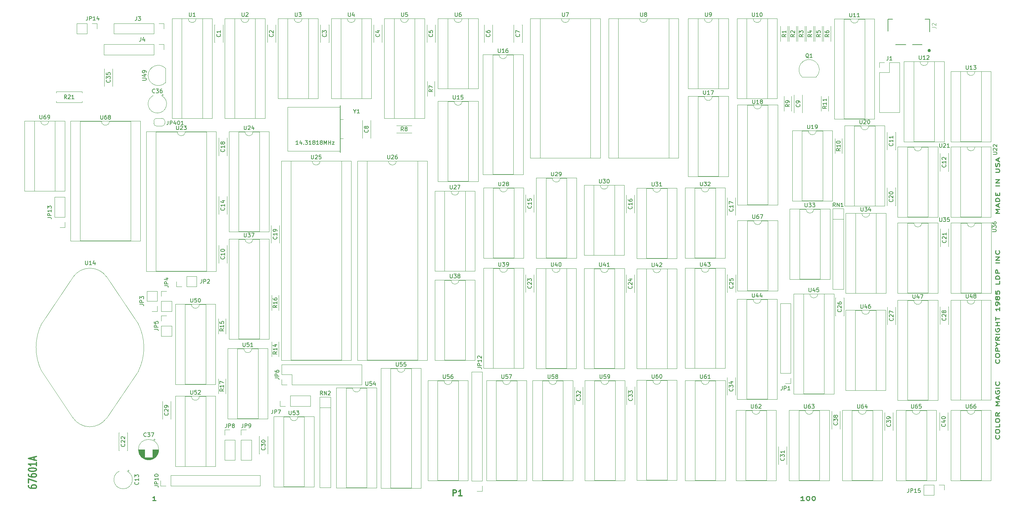
<source format=gto>
%TF.GenerationSoftware,KiCad,Pcbnew,(6.0.10-0)*%
%TF.CreationDate,2023-04-14T08:45:11-04:00*%
%TF.ProjectId,s100_ColorMagic-1.0-001,73313030-5f43-46f6-9c6f-724d61676963,1.0-001*%
%TF.SameCoordinates,Original*%
%TF.FileFunction,Legend,Top*%
%TF.FilePolarity,Positive*%
%FSLAX46Y46*%
G04 Gerber Fmt 4.6, Leading zero omitted, Abs format (unit mm)*
G04 Created by KiCad (PCBNEW (6.0.10-0)) date 2023-04-14 08:45:11*
%MOMM*%
%LPD*%
G01*
G04 APERTURE LIST*
%ADD10C,0.250000*%
%ADD11C,0.304800*%
%ADD12C,0.150000*%
%ADD13C,0.015000*%
%ADD14C,0.120000*%
%ADD15C,0.127000*%
%ADD16C,0.400000*%
G04 APERTURE END LIST*
D10*
X265652380Y-74480357D02*
X264652380Y-74480357D01*
X265366666Y-73980357D01*
X264652380Y-73480357D01*
X265652380Y-73480357D01*
X265366666Y-72837500D02*
X265366666Y-72123214D01*
X265652380Y-72980357D02*
X264652380Y-72480357D01*
X265652380Y-71980357D01*
X265652380Y-71480357D02*
X264652380Y-71480357D01*
X264652380Y-71123214D01*
X264700000Y-70908928D01*
X264795238Y-70766071D01*
X264890476Y-70694642D01*
X265080952Y-70623214D01*
X265223809Y-70623214D01*
X265414285Y-70694642D01*
X265509523Y-70766071D01*
X265604761Y-70908928D01*
X265652380Y-71123214D01*
X265652380Y-71480357D01*
X265128571Y-69980357D02*
X265128571Y-69480357D01*
X265652380Y-69266071D02*
X265652380Y-69980357D01*
X264652380Y-69980357D01*
X264652380Y-69266071D01*
X265652380Y-67480357D02*
X264652380Y-67480357D01*
X265652380Y-66766071D02*
X264652380Y-66766071D01*
X265652380Y-65908928D01*
X264652380Y-65908928D01*
X264652380Y-64051785D02*
X265461904Y-64051785D01*
X265557142Y-63980357D01*
X265604761Y-63908928D01*
X265652380Y-63766071D01*
X265652380Y-63480357D01*
X265604761Y-63337500D01*
X265557142Y-63266071D01*
X265461904Y-63194642D01*
X264652380Y-63194642D01*
X265604761Y-62551785D02*
X265652380Y-62337500D01*
X265652380Y-61980357D01*
X265604761Y-61837500D01*
X265557142Y-61766071D01*
X265461904Y-61694642D01*
X265366666Y-61694642D01*
X265271428Y-61766071D01*
X265223809Y-61837500D01*
X265176190Y-61980357D01*
X265128571Y-62266071D01*
X265080952Y-62408928D01*
X265033333Y-62480357D01*
X264938095Y-62551785D01*
X264842857Y-62551785D01*
X264747619Y-62480357D01*
X264700000Y-62408928D01*
X264652380Y-62266071D01*
X264652380Y-61908928D01*
X264700000Y-61694642D01*
X265366666Y-61123214D02*
X265366666Y-60408928D01*
X265652380Y-61266071D02*
X264652380Y-60766071D01*
X265652380Y-60266071D01*
X265557142Y-131423214D02*
X265604761Y-131494642D01*
X265652380Y-131708928D01*
X265652380Y-131851785D01*
X265604761Y-132066071D01*
X265509523Y-132208928D01*
X265414285Y-132280357D01*
X265223809Y-132351785D01*
X265080952Y-132351785D01*
X264890476Y-132280357D01*
X264795238Y-132208928D01*
X264700000Y-132066071D01*
X264652380Y-131851785D01*
X264652380Y-131708928D01*
X264700000Y-131494642D01*
X264747619Y-131423214D01*
X264652380Y-130494642D02*
X264652380Y-130208928D01*
X264700000Y-130066071D01*
X264795238Y-129923214D01*
X264985714Y-129851785D01*
X265319047Y-129851785D01*
X265509523Y-129923214D01*
X265604761Y-130066071D01*
X265652380Y-130208928D01*
X265652380Y-130494642D01*
X265604761Y-130637500D01*
X265509523Y-130780357D01*
X265319047Y-130851785D01*
X264985714Y-130851785D01*
X264795238Y-130780357D01*
X264700000Y-130637500D01*
X264652380Y-130494642D01*
X265652380Y-128494642D02*
X265652380Y-129208928D01*
X264652380Y-129208928D01*
X264652380Y-127708928D02*
X264652380Y-127423214D01*
X264700000Y-127280357D01*
X264795238Y-127137500D01*
X264985714Y-127066071D01*
X265319047Y-127066071D01*
X265509523Y-127137500D01*
X265604761Y-127280357D01*
X265652380Y-127423214D01*
X265652380Y-127708928D01*
X265604761Y-127851785D01*
X265509523Y-127994642D01*
X265319047Y-128066071D01*
X264985714Y-128066071D01*
X264795238Y-127994642D01*
X264700000Y-127851785D01*
X264652380Y-127708928D01*
X265652380Y-125566071D02*
X265176190Y-126066071D01*
X265652380Y-126423214D02*
X264652380Y-126423214D01*
X264652380Y-125851785D01*
X264700000Y-125708928D01*
X264747619Y-125637500D01*
X264842857Y-125566071D01*
X264985714Y-125566071D01*
X265080952Y-125637500D01*
X265128571Y-125708928D01*
X265176190Y-125851785D01*
X265176190Y-126423214D01*
X265652380Y-123780357D02*
X264652380Y-123780357D01*
X265366666Y-123280357D01*
X264652380Y-122780357D01*
X265652380Y-122780357D01*
X265366666Y-122137500D02*
X265366666Y-121423214D01*
X265652380Y-122280357D02*
X264652380Y-121780357D01*
X265652380Y-121280357D01*
X264700000Y-119994642D02*
X264652380Y-120137500D01*
X264652380Y-120351785D01*
X264700000Y-120566071D01*
X264795238Y-120708928D01*
X264890476Y-120780357D01*
X265080952Y-120851785D01*
X265223809Y-120851785D01*
X265414285Y-120780357D01*
X265509523Y-120708928D01*
X265604761Y-120566071D01*
X265652380Y-120351785D01*
X265652380Y-120208928D01*
X265604761Y-119994642D01*
X265557142Y-119923214D01*
X265223809Y-119923214D01*
X265223809Y-120208928D01*
X265652380Y-119280357D02*
X264652380Y-119280357D01*
X265557142Y-117708928D02*
X265604761Y-117780357D01*
X265652380Y-117994642D01*
X265652380Y-118137500D01*
X265604761Y-118351785D01*
X265509523Y-118494642D01*
X265414285Y-118566071D01*
X265223809Y-118637500D01*
X265080952Y-118637500D01*
X264890476Y-118566071D01*
X264795238Y-118494642D01*
X264700000Y-118351785D01*
X264652380Y-118137500D01*
X264652380Y-117994642D01*
X264700000Y-117780357D01*
X264747619Y-117708928D01*
X215705357Y-148052380D02*
X214848214Y-148052380D01*
X215276785Y-148052380D02*
X215276785Y-147052380D01*
X215133928Y-147195238D01*
X214991071Y-147290476D01*
X214848214Y-147338095D01*
X216633928Y-147052380D02*
X216776785Y-147052380D01*
X216919642Y-147100000D01*
X216991071Y-147147619D01*
X217062500Y-147242857D01*
X217133928Y-147433333D01*
X217133928Y-147671428D01*
X217062500Y-147861904D01*
X216991071Y-147957142D01*
X216919642Y-148004761D01*
X216776785Y-148052380D01*
X216633928Y-148052380D01*
X216491071Y-148004761D01*
X216419642Y-147957142D01*
X216348214Y-147861904D01*
X216276785Y-147671428D01*
X216276785Y-147433333D01*
X216348214Y-147242857D01*
X216419642Y-147147619D01*
X216491071Y-147100000D01*
X216633928Y-147052380D01*
X218062500Y-147052380D02*
X218205357Y-147052380D01*
X218348214Y-147100000D01*
X218419642Y-147147619D01*
X218491071Y-147242857D01*
X218562500Y-147433333D01*
X218562500Y-147671428D01*
X218491071Y-147861904D01*
X218419642Y-147957142D01*
X218348214Y-148004761D01*
X218205357Y-148052380D01*
X218062500Y-148052380D01*
X217919642Y-148004761D01*
X217848214Y-147957142D01*
X217776785Y-147861904D01*
X217705357Y-147671428D01*
X217705357Y-147433333D01*
X217776785Y-147242857D01*
X217848214Y-147147619D01*
X217919642Y-147100000D01*
X218062500Y-147052380D01*
X49905357Y-148052380D02*
X49048214Y-148052380D01*
X49476785Y-148052380D02*
X49476785Y-147052380D01*
X49333928Y-147195238D01*
X49191071Y-147290476D01*
X49048214Y-147338095D01*
D11*
X17287238Y-144265714D02*
X17287238Y-144556000D01*
X17384000Y-144701142D01*
X17480761Y-144773714D01*
X17771047Y-144918857D01*
X18158095Y-144991428D01*
X18932190Y-144991428D01*
X19125714Y-144918857D01*
X19222476Y-144846285D01*
X19319238Y-144701142D01*
X19319238Y-144410857D01*
X19222476Y-144265714D01*
X19125714Y-144193142D01*
X18932190Y-144120571D01*
X18448380Y-144120571D01*
X18254857Y-144193142D01*
X18158095Y-144265714D01*
X18061333Y-144410857D01*
X18061333Y-144701142D01*
X18158095Y-144846285D01*
X18254857Y-144918857D01*
X18448380Y-144991428D01*
X17287238Y-143612571D02*
X17287238Y-142596571D01*
X19319238Y-143249714D01*
X17287238Y-141362857D02*
X17287238Y-141653142D01*
X17384000Y-141798285D01*
X17480761Y-141870857D01*
X17771047Y-142016000D01*
X18158095Y-142088571D01*
X18932190Y-142088571D01*
X19125714Y-142016000D01*
X19222476Y-141943428D01*
X19319238Y-141798285D01*
X19319238Y-141508000D01*
X19222476Y-141362857D01*
X19125714Y-141290285D01*
X18932190Y-141217714D01*
X18448380Y-141217714D01*
X18254857Y-141290285D01*
X18158095Y-141362857D01*
X18061333Y-141508000D01*
X18061333Y-141798285D01*
X18158095Y-141943428D01*
X18254857Y-142016000D01*
X18448380Y-142088571D01*
X17287238Y-140274285D02*
X17287238Y-140129142D01*
X17384000Y-139984000D01*
X17480761Y-139911428D01*
X17674285Y-139838857D01*
X18061333Y-139766285D01*
X18545142Y-139766285D01*
X18932190Y-139838857D01*
X19125714Y-139911428D01*
X19222476Y-139984000D01*
X19319238Y-140129142D01*
X19319238Y-140274285D01*
X19222476Y-140419428D01*
X19125714Y-140492000D01*
X18932190Y-140564571D01*
X18545142Y-140637142D01*
X18061333Y-140637142D01*
X17674285Y-140564571D01*
X17480761Y-140492000D01*
X17384000Y-140419428D01*
X17287238Y-140274285D01*
X19319238Y-138314857D02*
X19319238Y-139185714D01*
X19319238Y-138750285D02*
X17287238Y-138750285D01*
X17577523Y-138895428D01*
X17771047Y-139040571D01*
X17867809Y-139185714D01*
X18738666Y-137734285D02*
X18738666Y-137008571D01*
X19319238Y-137879428D02*
X17287238Y-137371428D01*
X19319238Y-136863428D01*
D10*
X265557142Y-112023214D02*
X265604761Y-112094642D01*
X265652380Y-112308928D01*
X265652380Y-112451785D01*
X265604761Y-112666071D01*
X265509523Y-112808928D01*
X265414285Y-112880357D01*
X265223809Y-112951785D01*
X265080952Y-112951785D01*
X264890476Y-112880357D01*
X264795238Y-112808928D01*
X264700000Y-112666071D01*
X264652380Y-112451785D01*
X264652380Y-112308928D01*
X264700000Y-112094642D01*
X264747619Y-112023214D01*
X264652380Y-111094642D02*
X264652380Y-110808928D01*
X264700000Y-110666071D01*
X264795238Y-110523214D01*
X264985714Y-110451785D01*
X265319047Y-110451785D01*
X265509523Y-110523214D01*
X265604761Y-110666071D01*
X265652380Y-110808928D01*
X265652380Y-111094642D01*
X265604761Y-111237500D01*
X265509523Y-111380357D01*
X265319047Y-111451785D01*
X264985714Y-111451785D01*
X264795238Y-111380357D01*
X264700000Y-111237500D01*
X264652380Y-111094642D01*
X265652380Y-109808928D02*
X264652380Y-109808928D01*
X264652380Y-109237500D01*
X264700000Y-109094642D01*
X264747619Y-109023214D01*
X264842857Y-108951785D01*
X264985714Y-108951785D01*
X265080952Y-109023214D01*
X265128571Y-109094642D01*
X265176190Y-109237500D01*
X265176190Y-109808928D01*
X265176190Y-108023214D02*
X265652380Y-108023214D01*
X264652380Y-108523214D02*
X265176190Y-108023214D01*
X264652380Y-107523214D01*
X265652380Y-106166071D02*
X265176190Y-106666071D01*
X265652380Y-107023214D02*
X264652380Y-107023214D01*
X264652380Y-106451785D01*
X264700000Y-106308928D01*
X264747619Y-106237500D01*
X264842857Y-106166071D01*
X264985714Y-106166071D01*
X265080952Y-106237500D01*
X265128571Y-106308928D01*
X265176190Y-106451785D01*
X265176190Y-107023214D01*
X265652380Y-105523214D02*
X264652380Y-105523214D01*
X264700000Y-104023214D02*
X264652380Y-104166071D01*
X264652380Y-104380357D01*
X264700000Y-104594642D01*
X264795238Y-104737500D01*
X264890476Y-104808928D01*
X265080952Y-104880357D01*
X265223809Y-104880357D01*
X265414285Y-104808928D01*
X265509523Y-104737500D01*
X265604761Y-104594642D01*
X265652380Y-104380357D01*
X265652380Y-104237500D01*
X265604761Y-104023214D01*
X265557142Y-103951785D01*
X265223809Y-103951785D01*
X265223809Y-104237500D01*
X265652380Y-103308928D02*
X264652380Y-103308928D01*
X265128571Y-103308928D02*
X265128571Y-102451785D01*
X265652380Y-102451785D02*
X264652380Y-102451785D01*
X264652380Y-101951785D02*
X264652380Y-101094642D01*
X265652380Y-101523214D02*
X264652380Y-101523214D01*
X265652380Y-98666071D02*
X265652380Y-99523214D01*
X265652380Y-99094642D02*
X264652380Y-99094642D01*
X264795238Y-99237500D01*
X264890476Y-99380357D01*
X264938095Y-99523214D01*
X265652380Y-97951785D02*
X265652380Y-97666071D01*
X265604761Y-97523214D01*
X265557142Y-97451785D01*
X265414285Y-97308928D01*
X265223809Y-97237500D01*
X264842857Y-97237500D01*
X264747619Y-97308928D01*
X264700000Y-97380357D01*
X264652380Y-97523214D01*
X264652380Y-97808928D01*
X264700000Y-97951785D01*
X264747619Y-98023214D01*
X264842857Y-98094642D01*
X265080952Y-98094642D01*
X265176190Y-98023214D01*
X265223809Y-97951785D01*
X265271428Y-97808928D01*
X265271428Y-97523214D01*
X265223809Y-97380357D01*
X265176190Y-97308928D01*
X265080952Y-97237500D01*
X265080952Y-96380357D02*
X265033333Y-96523214D01*
X264985714Y-96594642D01*
X264890476Y-96666071D01*
X264842857Y-96666071D01*
X264747619Y-96594642D01*
X264700000Y-96523214D01*
X264652380Y-96380357D01*
X264652380Y-96094642D01*
X264700000Y-95951785D01*
X264747619Y-95880357D01*
X264842857Y-95808928D01*
X264890476Y-95808928D01*
X264985714Y-95880357D01*
X265033333Y-95951785D01*
X265080952Y-96094642D01*
X265080952Y-96380357D01*
X265128571Y-96523214D01*
X265176190Y-96594642D01*
X265271428Y-96666071D01*
X265461904Y-96666071D01*
X265557142Y-96594642D01*
X265604761Y-96523214D01*
X265652380Y-96380357D01*
X265652380Y-96094642D01*
X265604761Y-95951785D01*
X265557142Y-95880357D01*
X265461904Y-95808928D01*
X265271428Y-95808928D01*
X265176190Y-95880357D01*
X265128571Y-95951785D01*
X265080952Y-96094642D01*
X264652380Y-94451785D02*
X264652380Y-95166071D01*
X265128571Y-95237500D01*
X265080952Y-95166071D01*
X265033333Y-95023214D01*
X265033333Y-94666071D01*
X265080952Y-94523214D01*
X265128571Y-94451785D01*
X265223809Y-94380357D01*
X265461904Y-94380357D01*
X265557142Y-94451785D01*
X265604761Y-94523214D01*
X265652380Y-94666071D01*
X265652380Y-95023214D01*
X265604761Y-95166071D01*
X265557142Y-95237500D01*
X265652380Y-91880357D02*
X265652380Y-92594642D01*
X264652380Y-92594642D01*
X265652380Y-91380357D02*
X264652380Y-91380357D01*
X264652380Y-91023214D01*
X264700000Y-90808928D01*
X264795238Y-90666071D01*
X264890476Y-90594642D01*
X265080952Y-90523214D01*
X265223809Y-90523214D01*
X265414285Y-90594642D01*
X265509523Y-90666071D01*
X265604761Y-90808928D01*
X265652380Y-91023214D01*
X265652380Y-91380357D01*
X265652380Y-89880357D02*
X264652380Y-89880357D01*
X264652380Y-89308928D01*
X264700000Y-89166071D01*
X264747619Y-89094642D01*
X264842857Y-89023214D01*
X264985714Y-89023214D01*
X265080952Y-89094642D01*
X265128571Y-89166071D01*
X265176190Y-89308928D01*
X265176190Y-89880357D01*
X265652380Y-87237500D02*
X264652380Y-87237500D01*
X265652380Y-86523214D02*
X264652380Y-86523214D01*
X265652380Y-85666071D01*
X264652380Y-85666071D01*
X265557142Y-84094642D02*
X265604761Y-84166071D01*
X265652380Y-84380357D01*
X265652380Y-84523214D01*
X265604761Y-84737500D01*
X265509523Y-84880357D01*
X265414285Y-84951785D01*
X265223809Y-85023214D01*
X265080952Y-85023214D01*
X264890476Y-84951785D01*
X264795238Y-84880357D01*
X264700000Y-84737500D01*
X264652380Y-84523214D01*
X264652380Y-84380357D01*
X264700000Y-84166071D01*
X264747619Y-84094642D01*
D12*
%TO.C,U67*%
X202571904Y-74882380D02*
X202571904Y-75691904D01*
X202619523Y-75787142D01*
X202667142Y-75834761D01*
X202762380Y-75882380D01*
X202952857Y-75882380D01*
X203048095Y-75834761D01*
X203095714Y-75787142D01*
X203143333Y-75691904D01*
X203143333Y-74882380D01*
X204048095Y-74882380D02*
X203857619Y-74882380D01*
X203762380Y-74930000D01*
X203714761Y-74977619D01*
X203619523Y-75120476D01*
X203571904Y-75310952D01*
X203571904Y-75691904D01*
X203619523Y-75787142D01*
X203667142Y-75834761D01*
X203762380Y-75882380D01*
X203952857Y-75882380D01*
X204048095Y-75834761D01*
X204095714Y-75787142D01*
X204143333Y-75691904D01*
X204143333Y-75453809D01*
X204095714Y-75358571D01*
X204048095Y-75310952D01*
X203952857Y-75263333D01*
X203762380Y-75263333D01*
X203667142Y-75310952D01*
X203619523Y-75358571D01*
X203571904Y-75453809D01*
X204476666Y-74882380D02*
X205143333Y-74882380D01*
X204714761Y-75882380D01*
%TO.C,U62*%
X202171904Y-123482380D02*
X202171904Y-124291904D01*
X202219523Y-124387142D01*
X202267142Y-124434761D01*
X202362380Y-124482380D01*
X202552857Y-124482380D01*
X202648095Y-124434761D01*
X202695714Y-124387142D01*
X202743333Y-124291904D01*
X202743333Y-123482380D01*
X203648095Y-123482380D02*
X203457619Y-123482380D01*
X203362380Y-123530000D01*
X203314761Y-123577619D01*
X203219523Y-123720476D01*
X203171904Y-123910952D01*
X203171904Y-124291904D01*
X203219523Y-124387142D01*
X203267142Y-124434761D01*
X203362380Y-124482380D01*
X203552857Y-124482380D01*
X203648095Y-124434761D01*
X203695714Y-124387142D01*
X203743333Y-124291904D01*
X203743333Y-124053809D01*
X203695714Y-123958571D01*
X203648095Y-123910952D01*
X203552857Y-123863333D01*
X203362380Y-123863333D01*
X203267142Y-123910952D01*
X203219523Y-123958571D01*
X203171904Y-124053809D01*
X204124285Y-123577619D02*
X204171904Y-123530000D01*
X204267142Y-123482380D01*
X204505238Y-123482380D01*
X204600476Y-123530000D01*
X204648095Y-123577619D01*
X204695714Y-123672857D01*
X204695714Y-123768095D01*
X204648095Y-123910952D01*
X204076666Y-124482380D01*
X204695714Y-124482380D01*
%TO.C,U51*%
X72151904Y-107682380D02*
X72151904Y-108491904D01*
X72199523Y-108587142D01*
X72247142Y-108634761D01*
X72342380Y-108682380D01*
X72532857Y-108682380D01*
X72628095Y-108634761D01*
X72675714Y-108587142D01*
X72723333Y-108491904D01*
X72723333Y-107682380D01*
X73675714Y-107682380D02*
X73199523Y-107682380D01*
X73151904Y-108158571D01*
X73199523Y-108110952D01*
X73294761Y-108063333D01*
X73532857Y-108063333D01*
X73628095Y-108110952D01*
X73675714Y-108158571D01*
X73723333Y-108253809D01*
X73723333Y-108491904D01*
X73675714Y-108587142D01*
X73628095Y-108634761D01*
X73532857Y-108682380D01*
X73294761Y-108682380D01*
X73199523Y-108634761D01*
X73151904Y-108587142D01*
X74675714Y-108682380D02*
X74104285Y-108682380D01*
X74390000Y-108682380D02*
X74390000Y-107682380D01*
X74294761Y-107825238D01*
X74199523Y-107920476D01*
X74104285Y-107968095D01*
%TO.C,U43*%
X189151904Y-87122380D02*
X189151904Y-87931904D01*
X189199523Y-88027142D01*
X189247142Y-88074761D01*
X189342380Y-88122380D01*
X189532857Y-88122380D01*
X189628095Y-88074761D01*
X189675714Y-88027142D01*
X189723333Y-87931904D01*
X189723333Y-87122380D01*
X190628095Y-87455714D02*
X190628095Y-88122380D01*
X190390000Y-87074761D02*
X190151904Y-87789047D01*
X190770952Y-87789047D01*
X191056666Y-87122380D02*
X191675714Y-87122380D01*
X191342380Y-87503333D01*
X191485238Y-87503333D01*
X191580476Y-87550952D01*
X191628095Y-87598571D01*
X191675714Y-87693809D01*
X191675714Y-87931904D01*
X191628095Y-88027142D01*
X191580476Y-88074761D01*
X191485238Y-88122380D01*
X191199523Y-88122380D01*
X191104285Y-88074761D01*
X191056666Y-88027142D01*
%TO.C,U17*%
X189951904Y-43082380D02*
X189951904Y-43891904D01*
X189999523Y-43987142D01*
X190047142Y-44034761D01*
X190142380Y-44082380D01*
X190332857Y-44082380D01*
X190428095Y-44034761D01*
X190475714Y-43987142D01*
X190523333Y-43891904D01*
X190523333Y-43082380D01*
X191523333Y-44082380D02*
X190951904Y-44082380D01*
X191237619Y-44082380D02*
X191237619Y-43082380D01*
X191142380Y-43225238D01*
X191047142Y-43320476D01*
X190951904Y-43368095D01*
X191856666Y-43082380D02*
X192523333Y-43082380D01*
X192094761Y-44082380D01*
%TO.C,C8*%
X104107142Y-53166666D02*
X104154761Y-53214285D01*
X104202380Y-53357142D01*
X104202380Y-53452380D01*
X104154761Y-53595238D01*
X104059523Y-53690476D01*
X103964285Y-53738095D01*
X103773809Y-53785714D01*
X103630952Y-53785714D01*
X103440476Y-53738095D01*
X103345238Y-53690476D01*
X103250000Y-53595238D01*
X103202380Y-53452380D01*
X103202380Y-53357142D01*
X103250000Y-53214285D01*
X103297619Y-53166666D01*
X103630952Y-52595238D02*
X103583333Y-52690476D01*
X103535714Y-52738095D01*
X103440476Y-52785714D01*
X103392857Y-52785714D01*
X103297619Y-52738095D01*
X103250000Y-52690476D01*
X103202380Y-52595238D01*
X103202380Y-52404761D01*
X103250000Y-52309523D01*
X103297619Y-52261904D01*
X103392857Y-52214285D01*
X103440476Y-52214285D01*
X103535714Y-52261904D01*
X103583333Y-52309523D01*
X103630952Y-52404761D01*
X103630952Y-52595238D01*
X103678571Y-52690476D01*
X103726190Y-52738095D01*
X103821428Y-52785714D01*
X104011904Y-52785714D01*
X104107142Y-52738095D01*
X104154761Y-52690476D01*
X104202380Y-52595238D01*
X104202380Y-52404761D01*
X104154761Y-52309523D01*
X104107142Y-52261904D01*
X104011904Y-52214285D01*
X103821428Y-52214285D01*
X103726190Y-52261904D01*
X103678571Y-52309523D01*
X103630952Y-52404761D01*
%TO.C,C3*%
X93407142Y-28666666D02*
X93454761Y-28714285D01*
X93502380Y-28857142D01*
X93502380Y-28952380D01*
X93454761Y-29095238D01*
X93359523Y-29190476D01*
X93264285Y-29238095D01*
X93073809Y-29285714D01*
X92930952Y-29285714D01*
X92740476Y-29238095D01*
X92645238Y-29190476D01*
X92550000Y-29095238D01*
X92502380Y-28952380D01*
X92502380Y-28857142D01*
X92550000Y-28714285D01*
X92597619Y-28666666D01*
X92502380Y-28333333D02*
X92502380Y-27714285D01*
X92883333Y-28047619D01*
X92883333Y-27904761D01*
X92930952Y-27809523D01*
X92978571Y-27761904D01*
X93073809Y-27714285D01*
X93311904Y-27714285D01*
X93407142Y-27761904D01*
X93454761Y-27809523D01*
X93502380Y-27904761D01*
X93502380Y-28190476D01*
X93454761Y-28285714D01*
X93407142Y-28333333D01*
%TO.C,U37*%
X72451904Y-79622380D02*
X72451904Y-80431904D01*
X72499523Y-80527142D01*
X72547142Y-80574761D01*
X72642380Y-80622380D01*
X72832857Y-80622380D01*
X72928095Y-80574761D01*
X72975714Y-80527142D01*
X73023333Y-80431904D01*
X73023333Y-79622380D01*
X73404285Y-79622380D02*
X74023333Y-79622380D01*
X73690000Y-80003333D01*
X73832857Y-80003333D01*
X73928095Y-80050952D01*
X73975714Y-80098571D01*
X74023333Y-80193809D01*
X74023333Y-80431904D01*
X73975714Y-80527142D01*
X73928095Y-80574761D01*
X73832857Y-80622380D01*
X73547142Y-80622380D01*
X73451904Y-80574761D01*
X73404285Y-80527142D01*
X74356666Y-79622380D02*
X75023333Y-79622380D01*
X74594761Y-80622380D01*
%TO.C,U66*%
X257151904Y-123482380D02*
X257151904Y-124291904D01*
X257199523Y-124387142D01*
X257247142Y-124434761D01*
X257342380Y-124482380D01*
X257532857Y-124482380D01*
X257628095Y-124434761D01*
X257675714Y-124387142D01*
X257723333Y-124291904D01*
X257723333Y-123482380D01*
X258628095Y-123482380D02*
X258437619Y-123482380D01*
X258342380Y-123530000D01*
X258294761Y-123577619D01*
X258199523Y-123720476D01*
X258151904Y-123910952D01*
X258151904Y-124291904D01*
X258199523Y-124387142D01*
X258247142Y-124434761D01*
X258342380Y-124482380D01*
X258532857Y-124482380D01*
X258628095Y-124434761D01*
X258675714Y-124387142D01*
X258723333Y-124291904D01*
X258723333Y-124053809D01*
X258675714Y-123958571D01*
X258628095Y-123910952D01*
X258532857Y-123863333D01*
X258342380Y-123863333D01*
X258247142Y-123910952D01*
X258199523Y-123958571D01*
X258151904Y-124053809D01*
X259580476Y-123482380D02*
X259390000Y-123482380D01*
X259294761Y-123530000D01*
X259247142Y-123577619D01*
X259151904Y-123720476D01*
X259104285Y-123910952D01*
X259104285Y-124291904D01*
X259151904Y-124387142D01*
X259199523Y-124434761D01*
X259294761Y-124482380D01*
X259485238Y-124482380D01*
X259580476Y-124434761D01*
X259628095Y-124387142D01*
X259675714Y-124291904D01*
X259675714Y-124053809D01*
X259628095Y-123958571D01*
X259580476Y-123910952D01*
X259485238Y-123863333D01*
X259294761Y-123863333D01*
X259199523Y-123910952D01*
X259151904Y-123958571D01*
X259104285Y-124053809D01*
%TO.C,R14*%
X80852380Y-109982857D02*
X80376190Y-110316190D01*
X80852380Y-110554285D02*
X79852380Y-110554285D01*
X79852380Y-110173333D01*
X79900000Y-110078095D01*
X79947619Y-110030476D01*
X80042857Y-109982857D01*
X80185714Y-109982857D01*
X80280952Y-110030476D01*
X80328571Y-110078095D01*
X80376190Y-110173333D01*
X80376190Y-110554285D01*
X80852380Y-109030476D02*
X80852380Y-109601904D01*
X80852380Y-109316190D02*
X79852380Y-109316190D01*
X79995238Y-109411428D01*
X80090476Y-109506666D01*
X80138095Y-109601904D01*
X80185714Y-108173333D02*
X80852380Y-108173333D01*
X79804761Y-108411428D02*
X80519047Y-108649523D01*
X80519047Y-108030476D01*
%TO.C,U6*%
X126428095Y-23122380D02*
X126428095Y-23931904D01*
X126475714Y-24027142D01*
X126523333Y-24074761D01*
X126618571Y-24122380D01*
X126809047Y-24122380D01*
X126904285Y-24074761D01*
X126951904Y-24027142D01*
X126999523Y-23931904D01*
X126999523Y-23122380D01*
X127904285Y-23122380D02*
X127713809Y-23122380D01*
X127618571Y-23170000D01*
X127570952Y-23217619D01*
X127475714Y-23360476D01*
X127428095Y-23550952D01*
X127428095Y-23931904D01*
X127475714Y-24027142D01*
X127523333Y-24074761D01*
X127618571Y-24122380D01*
X127809047Y-24122380D01*
X127904285Y-24074761D01*
X127951904Y-24027142D01*
X127999523Y-23931904D01*
X127999523Y-23693809D01*
X127951904Y-23598571D01*
X127904285Y-23550952D01*
X127809047Y-23503333D01*
X127618571Y-23503333D01*
X127523333Y-23550952D01*
X127475714Y-23598571D01*
X127428095Y-23693809D01*
%TO.C,Y1*%
X100773809Y-48426190D02*
X100773809Y-48902380D01*
X100440476Y-47902380D02*
X100773809Y-48426190D01*
X101107142Y-47902380D01*
X101964285Y-48902380D02*
X101392857Y-48902380D01*
X101678571Y-48902380D02*
X101678571Y-47902380D01*
X101583333Y-48045238D01*
X101488095Y-48140476D01*
X101392857Y-48188095D01*
X86290476Y-56902380D02*
X85719047Y-56902380D01*
X86004761Y-56902380D02*
X86004761Y-55902380D01*
X85909523Y-56045238D01*
X85814285Y-56140476D01*
X85719047Y-56188095D01*
X87147619Y-56235714D02*
X87147619Y-56902380D01*
X86909523Y-55854761D02*
X86671428Y-56569047D01*
X87290476Y-56569047D01*
X87671428Y-56807142D02*
X87719047Y-56854761D01*
X87671428Y-56902380D01*
X87623809Y-56854761D01*
X87671428Y-56807142D01*
X87671428Y-56902380D01*
X88052380Y-55902380D02*
X88671428Y-55902380D01*
X88338095Y-56283333D01*
X88480952Y-56283333D01*
X88576190Y-56330952D01*
X88623809Y-56378571D01*
X88671428Y-56473809D01*
X88671428Y-56711904D01*
X88623809Y-56807142D01*
X88576190Y-56854761D01*
X88480952Y-56902380D01*
X88195238Y-56902380D01*
X88100000Y-56854761D01*
X88052380Y-56807142D01*
X89623809Y-56902380D02*
X89052380Y-56902380D01*
X89338095Y-56902380D02*
X89338095Y-55902380D01*
X89242857Y-56045238D01*
X89147619Y-56140476D01*
X89052380Y-56188095D01*
X90195238Y-56330952D02*
X90100000Y-56283333D01*
X90052380Y-56235714D01*
X90004761Y-56140476D01*
X90004761Y-56092857D01*
X90052380Y-55997619D01*
X90100000Y-55950000D01*
X90195238Y-55902380D01*
X90385714Y-55902380D01*
X90480952Y-55950000D01*
X90528571Y-55997619D01*
X90576190Y-56092857D01*
X90576190Y-56140476D01*
X90528571Y-56235714D01*
X90480952Y-56283333D01*
X90385714Y-56330952D01*
X90195238Y-56330952D01*
X90100000Y-56378571D01*
X90052380Y-56426190D01*
X90004761Y-56521428D01*
X90004761Y-56711904D01*
X90052380Y-56807142D01*
X90100000Y-56854761D01*
X90195238Y-56902380D01*
X90385714Y-56902380D01*
X90480952Y-56854761D01*
X90528571Y-56807142D01*
X90576190Y-56711904D01*
X90576190Y-56521428D01*
X90528571Y-56426190D01*
X90480952Y-56378571D01*
X90385714Y-56330952D01*
X91528571Y-56902380D02*
X90957142Y-56902380D01*
X91242857Y-56902380D02*
X91242857Y-55902380D01*
X91147619Y-56045238D01*
X91052380Y-56140476D01*
X90957142Y-56188095D01*
X92100000Y-56330952D02*
X92004761Y-56283333D01*
X91957142Y-56235714D01*
X91909523Y-56140476D01*
X91909523Y-56092857D01*
X91957142Y-55997619D01*
X92004761Y-55950000D01*
X92100000Y-55902380D01*
X92290476Y-55902380D01*
X92385714Y-55950000D01*
X92433333Y-55997619D01*
X92480952Y-56092857D01*
X92480952Y-56140476D01*
X92433333Y-56235714D01*
X92385714Y-56283333D01*
X92290476Y-56330952D01*
X92100000Y-56330952D01*
X92004761Y-56378571D01*
X91957142Y-56426190D01*
X91909523Y-56521428D01*
X91909523Y-56711904D01*
X91957142Y-56807142D01*
X92004761Y-56854761D01*
X92100000Y-56902380D01*
X92290476Y-56902380D01*
X92385714Y-56854761D01*
X92433333Y-56807142D01*
X92480952Y-56711904D01*
X92480952Y-56521428D01*
X92433333Y-56426190D01*
X92385714Y-56378571D01*
X92290476Y-56330952D01*
X92909523Y-56902380D02*
X92909523Y-55902380D01*
X93242857Y-56616666D01*
X93576190Y-55902380D01*
X93576190Y-56902380D01*
X94052380Y-56902380D02*
X94052380Y-55902380D01*
X94052380Y-56378571D02*
X94623809Y-56378571D01*
X94623809Y-56902380D02*
X94623809Y-55902380D01*
X95004761Y-56235714D02*
X95528571Y-56235714D01*
X95004761Y-56902380D01*
X95528571Y-56902380D01*
%TO.C,U32*%
X189151904Y-66522380D02*
X189151904Y-67331904D01*
X189199523Y-67427142D01*
X189247142Y-67474761D01*
X189342380Y-67522380D01*
X189532857Y-67522380D01*
X189628095Y-67474761D01*
X189675714Y-67427142D01*
X189723333Y-67331904D01*
X189723333Y-66522380D01*
X190104285Y-66522380D02*
X190723333Y-66522380D01*
X190390000Y-66903333D01*
X190532857Y-66903333D01*
X190628095Y-66950952D01*
X190675714Y-66998571D01*
X190723333Y-67093809D01*
X190723333Y-67331904D01*
X190675714Y-67427142D01*
X190628095Y-67474761D01*
X190532857Y-67522380D01*
X190247142Y-67522380D01*
X190151904Y-67474761D01*
X190104285Y-67427142D01*
X191104285Y-66617619D02*
X191151904Y-66570000D01*
X191247142Y-66522380D01*
X191485238Y-66522380D01*
X191580476Y-66570000D01*
X191628095Y-66617619D01*
X191675714Y-66712857D01*
X191675714Y-66808095D01*
X191628095Y-66950952D01*
X191056666Y-67522380D01*
X191675714Y-67522380D01*
%TO.C,C33*%
X171702142Y-121907857D02*
X171749761Y-121955476D01*
X171797380Y-122098333D01*
X171797380Y-122193571D01*
X171749761Y-122336428D01*
X171654523Y-122431666D01*
X171559285Y-122479285D01*
X171368809Y-122526904D01*
X171225952Y-122526904D01*
X171035476Y-122479285D01*
X170940238Y-122431666D01*
X170845000Y-122336428D01*
X170797380Y-122193571D01*
X170797380Y-122098333D01*
X170845000Y-121955476D01*
X170892619Y-121907857D01*
X170797380Y-121574523D02*
X170797380Y-120955476D01*
X171178333Y-121288809D01*
X171178333Y-121145952D01*
X171225952Y-121050714D01*
X171273571Y-121003095D01*
X171368809Y-120955476D01*
X171606904Y-120955476D01*
X171702142Y-121003095D01*
X171749761Y-121050714D01*
X171797380Y-121145952D01*
X171797380Y-121431666D01*
X171749761Y-121526904D01*
X171702142Y-121574523D01*
X170797380Y-120622142D02*
X170797380Y-120003095D01*
X171178333Y-120336428D01*
X171178333Y-120193571D01*
X171225952Y-120098333D01*
X171273571Y-120050714D01*
X171368809Y-120003095D01*
X171606904Y-120003095D01*
X171702142Y-120050714D01*
X171749761Y-120098333D01*
X171797380Y-120193571D01*
X171797380Y-120479285D01*
X171749761Y-120574523D01*
X171702142Y-120622142D01*
%TO.C,U33*%
X215951904Y-71922380D02*
X215951904Y-72731904D01*
X215999523Y-72827142D01*
X216047142Y-72874761D01*
X216142380Y-72922380D01*
X216332857Y-72922380D01*
X216428095Y-72874761D01*
X216475714Y-72827142D01*
X216523333Y-72731904D01*
X216523333Y-71922380D01*
X216904285Y-71922380D02*
X217523333Y-71922380D01*
X217190000Y-72303333D01*
X217332857Y-72303333D01*
X217428095Y-72350952D01*
X217475714Y-72398571D01*
X217523333Y-72493809D01*
X217523333Y-72731904D01*
X217475714Y-72827142D01*
X217428095Y-72874761D01*
X217332857Y-72922380D01*
X217047142Y-72922380D01*
X216951904Y-72874761D01*
X216904285Y-72827142D01*
X217856666Y-71922380D02*
X218475714Y-71922380D01*
X218142380Y-72303333D01*
X218285238Y-72303333D01*
X218380476Y-72350952D01*
X218428095Y-72398571D01*
X218475714Y-72493809D01*
X218475714Y-72731904D01*
X218428095Y-72827142D01*
X218380476Y-72874761D01*
X218285238Y-72922380D01*
X217999523Y-72922380D01*
X217904285Y-72874761D01*
X217856666Y-72827142D01*
%TO.C,J4*%
X46066666Y-29452380D02*
X46066666Y-30166666D01*
X46019047Y-30309523D01*
X45923809Y-30404761D01*
X45780952Y-30452380D01*
X45685714Y-30452380D01*
X46971428Y-29785714D02*
X46971428Y-30452380D01*
X46733333Y-29404761D02*
X46495238Y-30119047D01*
X47114285Y-30119047D01*
%TO.C,U27*%
X125151904Y-67322380D02*
X125151904Y-68131904D01*
X125199523Y-68227142D01*
X125247142Y-68274761D01*
X125342380Y-68322380D01*
X125532857Y-68322380D01*
X125628095Y-68274761D01*
X125675714Y-68227142D01*
X125723333Y-68131904D01*
X125723333Y-67322380D01*
X126151904Y-67417619D02*
X126199523Y-67370000D01*
X126294761Y-67322380D01*
X126532857Y-67322380D01*
X126628095Y-67370000D01*
X126675714Y-67417619D01*
X126723333Y-67512857D01*
X126723333Y-67608095D01*
X126675714Y-67750952D01*
X126104285Y-68322380D01*
X126723333Y-68322380D01*
X127056666Y-67322380D02*
X127723333Y-67322380D01*
X127294761Y-68322380D01*
%TO.C,C15*%
X145882142Y-72657857D02*
X145929761Y-72705476D01*
X145977380Y-72848333D01*
X145977380Y-72943571D01*
X145929761Y-73086428D01*
X145834523Y-73181666D01*
X145739285Y-73229285D01*
X145548809Y-73276904D01*
X145405952Y-73276904D01*
X145215476Y-73229285D01*
X145120238Y-73181666D01*
X145025000Y-73086428D01*
X144977380Y-72943571D01*
X144977380Y-72848333D01*
X145025000Y-72705476D01*
X145072619Y-72657857D01*
X145977380Y-71705476D02*
X145977380Y-72276904D01*
X145977380Y-71991190D02*
X144977380Y-71991190D01*
X145120238Y-72086428D01*
X145215476Y-72181666D01*
X145263095Y-72276904D01*
X144977380Y-70800714D02*
X144977380Y-71276904D01*
X145453571Y-71324523D01*
X145405952Y-71276904D01*
X145358333Y-71181666D01*
X145358333Y-70943571D01*
X145405952Y-70848333D01*
X145453571Y-70800714D01*
X145548809Y-70753095D01*
X145786904Y-70753095D01*
X145882142Y-70800714D01*
X145929761Y-70848333D01*
X145977380Y-70943571D01*
X145977380Y-71181666D01*
X145929761Y-71276904D01*
X145882142Y-71324523D01*
%TO.C,R3*%
X215452380Y-28706666D02*
X214976190Y-29040000D01*
X215452380Y-29278095D02*
X214452380Y-29278095D01*
X214452380Y-28897142D01*
X214500000Y-28801904D01*
X214547619Y-28754285D01*
X214642857Y-28706666D01*
X214785714Y-28706666D01*
X214880952Y-28754285D01*
X214928571Y-28801904D01*
X214976190Y-28897142D01*
X214976190Y-29278095D01*
X214452380Y-28373333D02*
X214452380Y-27754285D01*
X214833333Y-28087619D01*
X214833333Y-27944761D01*
X214880952Y-27849523D01*
X214928571Y-27801904D01*
X215023809Y-27754285D01*
X215261904Y-27754285D01*
X215357142Y-27801904D01*
X215404761Y-27849523D01*
X215452380Y-27944761D01*
X215452380Y-28230476D01*
X215404761Y-28325714D01*
X215357142Y-28373333D01*
%TO.C,C17*%
X197457142Y-73417857D02*
X197504761Y-73465476D01*
X197552380Y-73608333D01*
X197552380Y-73703571D01*
X197504761Y-73846428D01*
X197409523Y-73941666D01*
X197314285Y-73989285D01*
X197123809Y-74036904D01*
X196980952Y-74036904D01*
X196790476Y-73989285D01*
X196695238Y-73941666D01*
X196600000Y-73846428D01*
X196552380Y-73703571D01*
X196552380Y-73608333D01*
X196600000Y-73465476D01*
X196647619Y-73417857D01*
X197552380Y-72465476D02*
X197552380Y-73036904D01*
X197552380Y-72751190D02*
X196552380Y-72751190D01*
X196695238Y-72846428D01*
X196790476Y-72941666D01*
X196838095Y-73036904D01*
X196552380Y-72132142D02*
X196552380Y-71465476D01*
X197552380Y-71894047D01*
%TO.C,C19*%
X80757142Y-80542857D02*
X80804761Y-80590476D01*
X80852380Y-80733333D01*
X80852380Y-80828571D01*
X80804761Y-80971428D01*
X80709523Y-81066666D01*
X80614285Y-81114285D01*
X80423809Y-81161904D01*
X80280952Y-81161904D01*
X80090476Y-81114285D01*
X79995238Y-81066666D01*
X79900000Y-80971428D01*
X79852380Y-80828571D01*
X79852380Y-80733333D01*
X79900000Y-80590476D01*
X79947619Y-80542857D01*
X80852380Y-79590476D02*
X80852380Y-80161904D01*
X80852380Y-79876190D02*
X79852380Y-79876190D01*
X79995238Y-79971428D01*
X80090476Y-80066666D01*
X80138095Y-80161904D01*
X80852380Y-79114285D02*
X80852380Y-78923809D01*
X80804761Y-78828571D01*
X80757142Y-78780952D01*
X80614285Y-78685714D01*
X80423809Y-78638095D01*
X80042857Y-78638095D01*
X79947619Y-78685714D01*
X79900000Y-78733333D01*
X79852380Y-78828571D01*
X79852380Y-79019047D01*
X79900000Y-79114285D01*
X79947619Y-79161904D01*
X80042857Y-79209523D01*
X80280952Y-79209523D01*
X80376190Y-79161904D01*
X80423809Y-79114285D01*
X80471428Y-79019047D01*
X80471428Y-78828571D01*
X80423809Y-78733333D01*
X80376190Y-78685714D01*
X80280952Y-78638095D01*
%TO.C,U29*%
X151071904Y-63982380D02*
X151071904Y-64791904D01*
X151119523Y-64887142D01*
X151167142Y-64934761D01*
X151262380Y-64982380D01*
X151452857Y-64982380D01*
X151548095Y-64934761D01*
X151595714Y-64887142D01*
X151643333Y-64791904D01*
X151643333Y-63982380D01*
X152071904Y-64077619D02*
X152119523Y-64030000D01*
X152214761Y-63982380D01*
X152452857Y-63982380D01*
X152548095Y-64030000D01*
X152595714Y-64077619D01*
X152643333Y-64172857D01*
X152643333Y-64268095D01*
X152595714Y-64410952D01*
X152024285Y-64982380D01*
X152643333Y-64982380D01*
X153119523Y-64982380D02*
X153310000Y-64982380D01*
X153405238Y-64934761D01*
X153452857Y-64887142D01*
X153548095Y-64744285D01*
X153595714Y-64553809D01*
X153595714Y-64172857D01*
X153548095Y-64077619D01*
X153500476Y-64030000D01*
X153405238Y-63982380D01*
X153214761Y-63982380D01*
X153119523Y-64030000D01*
X153071904Y-64077619D01*
X153024285Y-64172857D01*
X153024285Y-64410952D01*
X153071904Y-64506190D01*
X153119523Y-64553809D01*
X153214761Y-64601428D01*
X153405238Y-64601428D01*
X153500476Y-64553809D01*
X153548095Y-64506190D01*
X153595714Y-64410952D01*
%TO.C,R16*%
X80852380Y-98102857D02*
X80376190Y-98436190D01*
X80852380Y-98674285D02*
X79852380Y-98674285D01*
X79852380Y-98293333D01*
X79900000Y-98198095D01*
X79947619Y-98150476D01*
X80042857Y-98102857D01*
X80185714Y-98102857D01*
X80280952Y-98150476D01*
X80328571Y-98198095D01*
X80376190Y-98293333D01*
X80376190Y-98674285D01*
X80852380Y-97150476D02*
X80852380Y-97721904D01*
X80852380Y-97436190D02*
X79852380Y-97436190D01*
X79995238Y-97531428D01*
X80090476Y-97626666D01*
X80138095Y-97721904D01*
X79852380Y-96293333D02*
X79852380Y-96483809D01*
X79900000Y-96579047D01*
X79947619Y-96626666D01*
X80090476Y-96721904D01*
X80280952Y-96769523D01*
X80661904Y-96769523D01*
X80757142Y-96721904D01*
X80804761Y-96674285D01*
X80852380Y-96579047D01*
X80852380Y-96388571D01*
X80804761Y-96293333D01*
X80757142Y-96245714D01*
X80661904Y-96198095D01*
X80423809Y-96198095D01*
X80328571Y-96245714D01*
X80280952Y-96293333D01*
X80233333Y-96388571D01*
X80233333Y-96579047D01*
X80280952Y-96674285D01*
X80328571Y-96721904D01*
X80423809Y-96769523D01*
%TO.C,U55*%
X111351904Y-112722380D02*
X111351904Y-113531904D01*
X111399523Y-113627142D01*
X111447142Y-113674761D01*
X111542380Y-113722380D01*
X111732857Y-113722380D01*
X111828095Y-113674761D01*
X111875714Y-113627142D01*
X111923333Y-113531904D01*
X111923333Y-112722380D01*
X112875714Y-112722380D02*
X112399523Y-112722380D01*
X112351904Y-113198571D01*
X112399523Y-113150952D01*
X112494761Y-113103333D01*
X112732857Y-113103333D01*
X112828095Y-113150952D01*
X112875714Y-113198571D01*
X112923333Y-113293809D01*
X112923333Y-113531904D01*
X112875714Y-113627142D01*
X112828095Y-113674761D01*
X112732857Y-113722380D01*
X112494761Y-113722380D01*
X112399523Y-113674761D01*
X112351904Y-113627142D01*
X113828095Y-112722380D02*
X113351904Y-112722380D01*
X113304285Y-113198571D01*
X113351904Y-113150952D01*
X113447142Y-113103333D01*
X113685238Y-113103333D01*
X113780476Y-113150952D01*
X113828095Y-113198571D01*
X113875714Y-113293809D01*
X113875714Y-113531904D01*
X113828095Y-113627142D01*
X113780476Y-113674761D01*
X113685238Y-113722380D01*
X113447142Y-113722380D01*
X113351904Y-113674761D01*
X113304285Y-113627142D01*
%TO.C,JP4*%
X52052380Y-93083333D02*
X52766666Y-93083333D01*
X52909523Y-93130952D01*
X53004761Y-93226190D01*
X53052380Y-93369047D01*
X53052380Y-93464285D01*
X53052380Y-92607142D02*
X52052380Y-92607142D01*
X52052380Y-92226190D01*
X52100000Y-92130952D01*
X52147619Y-92083333D01*
X52242857Y-92035714D01*
X52385714Y-92035714D01*
X52480952Y-92083333D01*
X52528571Y-92130952D01*
X52576190Y-92226190D01*
X52576190Y-92607142D01*
X52385714Y-91178571D02*
X53052380Y-91178571D01*
X52004761Y-91416666D02*
X52719047Y-91654761D01*
X52719047Y-91035714D01*
%TO.C,R9*%
X211952380Y-46626666D02*
X211476190Y-46960000D01*
X211952380Y-47198095D02*
X210952380Y-47198095D01*
X210952380Y-46817142D01*
X211000000Y-46721904D01*
X211047619Y-46674285D01*
X211142857Y-46626666D01*
X211285714Y-46626666D01*
X211380952Y-46674285D01*
X211428571Y-46721904D01*
X211476190Y-46817142D01*
X211476190Y-47198095D01*
X211952380Y-46150476D02*
X211952380Y-45960000D01*
X211904761Y-45864761D01*
X211857142Y-45817142D01*
X211714285Y-45721904D01*
X211523809Y-45674285D01*
X211142857Y-45674285D01*
X211047619Y-45721904D01*
X211000000Y-45769523D01*
X210952380Y-45864761D01*
X210952380Y-46055238D01*
X211000000Y-46150476D01*
X211047619Y-46198095D01*
X211142857Y-46245714D01*
X211380952Y-46245714D01*
X211476190Y-46198095D01*
X211523809Y-46150476D01*
X211571428Y-46055238D01*
X211571428Y-45864761D01*
X211523809Y-45769523D01*
X211476190Y-45721904D01*
X211380952Y-45674285D01*
%TO.C,U20*%
X229971904Y-50622380D02*
X229971904Y-51431904D01*
X230019523Y-51527142D01*
X230067142Y-51574761D01*
X230162380Y-51622380D01*
X230352857Y-51622380D01*
X230448095Y-51574761D01*
X230495714Y-51527142D01*
X230543333Y-51431904D01*
X230543333Y-50622380D01*
X230971904Y-50717619D02*
X231019523Y-50670000D01*
X231114761Y-50622380D01*
X231352857Y-50622380D01*
X231448095Y-50670000D01*
X231495714Y-50717619D01*
X231543333Y-50812857D01*
X231543333Y-50908095D01*
X231495714Y-51050952D01*
X230924285Y-51622380D01*
X231543333Y-51622380D01*
X232162380Y-50622380D02*
X232257619Y-50622380D01*
X232352857Y-50670000D01*
X232400476Y-50717619D01*
X232448095Y-50812857D01*
X232495714Y-51003333D01*
X232495714Y-51241428D01*
X232448095Y-51431904D01*
X232400476Y-51527142D01*
X232352857Y-51574761D01*
X232257619Y-51622380D01*
X232162380Y-51622380D01*
X232067142Y-51574761D01*
X232019523Y-51527142D01*
X231971904Y-51431904D01*
X231924285Y-51241428D01*
X231924285Y-51003333D01*
X231971904Y-50812857D01*
X232019523Y-50717619D01*
X232067142Y-50670000D01*
X232162380Y-50622380D01*
%TO.C,U52*%
X58751904Y-119882380D02*
X58751904Y-120691904D01*
X58799523Y-120787142D01*
X58847142Y-120834761D01*
X58942380Y-120882380D01*
X59132857Y-120882380D01*
X59228095Y-120834761D01*
X59275714Y-120787142D01*
X59323333Y-120691904D01*
X59323333Y-119882380D01*
X60275714Y-119882380D02*
X59799523Y-119882380D01*
X59751904Y-120358571D01*
X59799523Y-120310952D01*
X59894761Y-120263333D01*
X60132857Y-120263333D01*
X60228095Y-120310952D01*
X60275714Y-120358571D01*
X60323333Y-120453809D01*
X60323333Y-120691904D01*
X60275714Y-120787142D01*
X60228095Y-120834761D01*
X60132857Y-120882380D01*
X59894761Y-120882380D01*
X59799523Y-120834761D01*
X59751904Y-120787142D01*
X60704285Y-119977619D02*
X60751904Y-119930000D01*
X60847142Y-119882380D01*
X61085238Y-119882380D01*
X61180476Y-119930000D01*
X61228095Y-119977619D01*
X61275714Y-120072857D01*
X61275714Y-120168095D01*
X61228095Y-120310952D01*
X60656666Y-120882380D01*
X61275714Y-120882380D01*
%TO.C,U57*%
X138351904Y-115862380D02*
X138351904Y-116671904D01*
X138399523Y-116767142D01*
X138447142Y-116814761D01*
X138542380Y-116862380D01*
X138732857Y-116862380D01*
X138828095Y-116814761D01*
X138875714Y-116767142D01*
X138923333Y-116671904D01*
X138923333Y-115862380D01*
X139875714Y-115862380D02*
X139399523Y-115862380D01*
X139351904Y-116338571D01*
X139399523Y-116290952D01*
X139494761Y-116243333D01*
X139732857Y-116243333D01*
X139828095Y-116290952D01*
X139875714Y-116338571D01*
X139923333Y-116433809D01*
X139923333Y-116671904D01*
X139875714Y-116767142D01*
X139828095Y-116814761D01*
X139732857Y-116862380D01*
X139494761Y-116862380D01*
X139399523Y-116814761D01*
X139351904Y-116767142D01*
X140256666Y-115862380D02*
X140923333Y-115862380D01*
X140494761Y-116862380D01*
%TO.C,C38*%
X224157142Y-128142857D02*
X224204761Y-128190476D01*
X224252380Y-128333333D01*
X224252380Y-128428571D01*
X224204761Y-128571428D01*
X224109523Y-128666666D01*
X224014285Y-128714285D01*
X223823809Y-128761904D01*
X223680952Y-128761904D01*
X223490476Y-128714285D01*
X223395238Y-128666666D01*
X223300000Y-128571428D01*
X223252380Y-128428571D01*
X223252380Y-128333333D01*
X223300000Y-128190476D01*
X223347619Y-128142857D01*
X223252380Y-127809523D02*
X223252380Y-127190476D01*
X223633333Y-127523809D01*
X223633333Y-127380952D01*
X223680952Y-127285714D01*
X223728571Y-127238095D01*
X223823809Y-127190476D01*
X224061904Y-127190476D01*
X224157142Y-127238095D01*
X224204761Y-127285714D01*
X224252380Y-127380952D01*
X224252380Y-127666666D01*
X224204761Y-127761904D01*
X224157142Y-127809523D01*
X223680952Y-126619047D02*
X223633333Y-126714285D01*
X223585714Y-126761904D01*
X223490476Y-126809523D01*
X223442857Y-126809523D01*
X223347619Y-126761904D01*
X223300000Y-126714285D01*
X223252380Y-126619047D01*
X223252380Y-126428571D01*
X223300000Y-126333333D01*
X223347619Y-126285714D01*
X223442857Y-126238095D01*
X223490476Y-126238095D01*
X223585714Y-126285714D01*
X223633333Y-126333333D01*
X223680952Y-126428571D01*
X223680952Y-126619047D01*
X223728571Y-126714285D01*
X223776190Y-126761904D01*
X223871428Y-126809523D01*
X224061904Y-126809523D01*
X224157142Y-126761904D01*
X224204761Y-126714285D01*
X224252380Y-126619047D01*
X224252380Y-126428571D01*
X224204761Y-126333333D01*
X224157142Y-126285714D01*
X224061904Y-126238095D01*
X223871428Y-126238095D01*
X223776190Y-126285714D01*
X223728571Y-126333333D01*
X223680952Y-126428571D01*
%TO.C,J3*%
X44966666Y-24152380D02*
X44966666Y-24866666D01*
X44919047Y-25009523D01*
X44823809Y-25104761D01*
X44680952Y-25152380D01*
X44585714Y-25152380D01*
X45347619Y-24152380D02*
X45966666Y-24152380D01*
X45633333Y-24533333D01*
X45776190Y-24533333D01*
X45871428Y-24580952D01*
X45919047Y-24628571D01*
X45966666Y-24723809D01*
X45966666Y-24961904D01*
X45919047Y-25057142D01*
X45871428Y-25104761D01*
X45776190Y-25152380D01*
X45490476Y-25152380D01*
X45395238Y-25104761D01*
X45347619Y-25057142D01*
%TO.C,JP12*%
X132152380Y-114009523D02*
X132866666Y-114009523D01*
X133009523Y-114057142D01*
X133104761Y-114152380D01*
X133152380Y-114295238D01*
X133152380Y-114390476D01*
X133152380Y-113533333D02*
X132152380Y-113533333D01*
X132152380Y-113152380D01*
X132200000Y-113057142D01*
X132247619Y-113009523D01*
X132342857Y-112961904D01*
X132485714Y-112961904D01*
X132580952Y-113009523D01*
X132628571Y-113057142D01*
X132676190Y-113152380D01*
X132676190Y-113533333D01*
X133152380Y-112009523D02*
X133152380Y-112580952D01*
X133152380Y-112295238D02*
X132152380Y-112295238D01*
X132295238Y-112390476D01*
X132390476Y-112485714D01*
X132438095Y-112580952D01*
X132247619Y-111628571D02*
X132200000Y-111580952D01*
X132152380Y-111485714D01*
X132152380Y-111247619D01*
X132200000Y-111152380D01*
X132247619Y-111104761D01*
X132342857Y-111057142D01*
X132438095Y-111057142D01*
X132580952Y-111104761D01*
X133152380Y-111676190D01*
X133152380Y-111057142D01*
%TO.C,R5*%
X219852380Y-28706666D02*
X219376190Y-29040000D01*
X219852380Y-29278095D02*
X218852380Y-29278095D01*
X218852380Y-28897142D01*
X218900000Y-28801904D01*
X218947619Y-28754285D01*
X219042857Y-28706666D01*
X219185714Y-28706666D01*
X219280952Y-28754285D01*
X219328571Y-28801904D01*
X219376190Y-28897142D01*
X219376190Y-29278095D01*
X218852380Y-27801904D02*
X218852380Y-28278095D01*
X219328571Y-28325714D01*
X219280952Y-28278095D01*
X219233333Y-28182857D01*
X219233333Y-27944761D01*
X219280952Y-27849523D01*
X219328571Y-27801904D01*
X219423809Y-27754285D01*
X219661904Y-27754285D01*
X219757142Y-27801904D01*
X219804761Y-27849523D01*
X219852380Y-27944761D01*
X219852380Y-28182857D01*
X219804761Y-28278095D01*
X219757142Y-28325714D01*
%TO.C,U12*%
X245151904Y-34142380D02*
X245151904Y-34951904D01*
X245199523Y-35047142D01*
X245247142Y-35094761D01*
X245342380Y-35142380D01*
X245532857Y-35142380D01*
X245628095Y-35094761D01*
X245675714Y-35047142D01*
X245723333Y-34951904D01*
X245723333Y-34142380D01*
X246723333Y-35142380D02*
X246151904Y-35142380D01*
X246437619Y-35142380D02*
X246437619Y-34142380D01*
X246342380Y-34285238D01*
X246247142Y-34380476D01*
X246151904Y-34428095D01*
X247104285Y-34237619D02*
X247151904Y-34190000D01*
X247247142Y-34142380D01*
X247485238Y-34142380D01*
X247580476Y-34190000D01*
X247628095Y-34237619D01*
X247675714Y-34332857D01*
X247675714Y-34428095D01*
X247628095Y-34570952D01*
X247056666Y-35142380D01*
X247675714Y-35142380D01*
%TO.C,U56*%
X123371904Y-115862380D02*
X123371904Y-116671904D01*
X123419523Y-116767142D01*
X123467142Y-116814761D01*
X123562380Y-116862380D01*
X123752857Y-116862380D01*
X123848095Y-116814761D01*
X123895714Y-116767142D01*
X123943333Y-116671904D01*
X123943333Y-115862380D01*
X124895714Y-115862380D02*
X124419523Y-115862380D01*
X124371904Y-116338571D01*
X124419523Y-116290952D01*
X124514761Y-116243333D01*
X124752857Y-116243333D01*
X124848095Y-116290952D01*
X124895714Y-116338571D01*
X124943333Y-116433809D01*
X124943333Y-116671904D01*
X124895714Y-116767142D01*
X124848095Y-116814761D01*
X124752857Y-116862380D01*
X124514761Y-116862380D01*
X124419523Y-116814761D01*
X124371904Y-116767142D01*
X125800476Y-115862380D02*
X125610000Y-115862380D01*
X125514761Y-115910000D01*
X125467142Y-115957619D01*
X125371904Y-116100476D01*
X125324285Y-116290952D01*
X125324285Y-116671904D01*
X125371904Y-116767142D01*
X125419523Y-116814761D01*
X125514761Y-116862380D01*
X125705238Y-116862380D01*
X125800476Y-116814761D01*
X125848095Y-116767142D01*
X125895714Y-116671904D01*
X125895714Y-116433809D01*
X125848095Y-116338571D01*
X125800476Y-116290952D01*
X125705238Y-116243333D01*
X125514761Y-116243333D01*
X125419523Y-116290952D01*
X125371904Y-116338571D01*
X125324285Y-116433809D01*
%TO.C,C4*%
X107007142Y-28666666D02*
X107054761Y-28714285D01*
X107102380Y-28857142D01*
X107102380Y-28952380D01*
X107054761Y-29095238D01*
X106959523Y-29190476D01*
X106864285Y-29238095D01*
X106673809Y-29285714D01*
X106530952Y-29285714D01*
X106340476Y-29238095D01*
X106245238Y-29190476D01*
X106150000Y-29095238D01*
X106102380Y-28952380D01*
X106102380Y-28857142D01*
X106150000Y-28714285D01*
X106197619Y-28666666D01*
X106435714Y-27809523D02*
X107102380Y-27809523D01*
X106054761Y-28047619D02*
X106769047Y-28285714D01*
X106769047Y-27666666D01*
%TO.C,R7*%
X120702380Y-42826666D02*
X120226190Y-43160000D01*
X120702380Y-43398095D02*
X119702380Y-43398095D01*
X119702380Y-43017142D01*
X119750000Y-42921904D01*
X119797619Y-42874285D01*
X119892857Y-42826666D01*
X120035714Y-42826666D01*
X120130952Y-42874285D01*
X120178571Y-42921904D01*
X120226190Y-43017142D01*
X120226190Y-43398095D01*
X119702380Y-42493333D02*
X119702380Y-41826666D01*
X120702380Y-42255238D01*
%TO.C,C39*%
X237757142Y-128517857D02*
X237804761Y-128565476D01*
X237852380Y-128708333D01*
X237852380Y-128803571D01*
X237804761Y-128946428D01*
X237709523Y-129041666D01*
X237614285Y-129089285D01*
X237423809Y-129136904D01*
X237280952Y-129136904D01*
X237090476Y-129089285D01*
X236995238Y-129041666D01*
X236900000Y-128946428D01*
X236852380Y-128803571D01*
X236852380Y-128708333D01*
X236900000Y-128565476D01*
X236947619Y-128517857D01*
X236852380Y-128184523D02*
X236852380Y-127565476D01*
X237233333Y-127898809D01*
X237233333Y-127755952D01*
X237280952Y-127660714D01*
X237328571Y-127613095D01*
X237423809Y-127565476D01*
X237661904Y-127565476D01*
X237757142Y-127613095D01*
X237804761Y-127660714D01*
X237852380Y-127755952D01*
X237852380Y-128041666D01*
X237804761Y-128136904D01*
X237757142Y-128184523D01*
X237852380Y-127089285D02*
X237852380Y-126898809D01*
X237804761Y-126803571D01*
X237757142Y-126755952D01*
X237614285Y-126660714D01*
X237423809Y-126613095D01*
X237042857Y-126613095D01*
X236947619Y-126660714D01*
X236900000Y-126708333D01*
X236852380Y-126803571D01*
X236852380Y-126994047D01*
X236900000Y-127089285D01*
X236947619Y-127136904D01*
X237042857Y-127184523D01*
X237280952Y-127184523D01*
X237376190Y-127136904D01*
X237423809Y-127089285D01*
X237471428Y-126994047D01*
X237471428Y-126803571D01*
X237423809Y-126708333D01*
X237376190Y-126660714D01*
X237280952Y-126613095D01*
%TO.C,R6*%
X222052380Y-28706666D02*
X221576190Y-29040000D01*
X222052380Y-29278095D02*
X221052380Y-29278095D01*
X221052380Y-28897142D01*
X221100000Y-28801904D01*
X221147619Y-28754285D01*
X221242857Y-28706666D01*
X221385714Y-28706666D01*
X221480952Y-28754285D01*
X221528571Y-28801904D01*
X221576190Y-28897142D01*
X221576190Y-29278095D01*
X221052380Y-27849523D02*
X221052380Y-28040000D01*
X221100000Y-28135238D01*
X221147619Y-28182857D01*
X221290476Y-28278095D01*
X221480952Y-28325714D01*
X221861904Y-28325714D01*
X221957142Y-28278095D01*
X222004761Y-28230476D01*
X222052380Y-28135238D01*
X222052380Y-27944761D01*
X222004761Y-27849523D01*
X221957142Y-27801904D01*
X221861904Y-27754285D01*
X221623809Y-27754285D01*
X221528571Y-27801904D01*
X221480952Y-27849523D01*
X221433333Y-27944761D01*
X221433333Y-28135238D01*
X221480952Y-28230476D01*
X221528571Y-28278095D01*
X221623809Y-28325714D01*
%TO.C,C6*%
X135257142Y-28666666D02*
X135304761Y-28714285D01*
X135352380Y-28857142D01*
X135352380Y-28952380D01*
X135304761Y-29095238D01*
X135209523Y-29190476D01*
X135114285Y-29238095D01*
X134923809Y-29285714D01*
X134780952Y-29285714D01*
X134590476Y-29238095D01*
X134495238Y-29190476D01*
X134400000Y-29095238D01*
X134352380Y-28952380D01*
X134352380Y-28857142D01*
X134400000Y-28714285D01*
X134447619Y-28666666D01*
X134352380Y-27809523D02*
X134352380Y-28000000D01*
X134400000Y-28095238D01*
X134447619Y-28142857D01*
X134590476Y-28238095D01*
X134780952Y-28285714D01*
X135161904Y-28285714D01*
X135257142Y-28238095D01*
X135304761Y-28190476D01*
X135352380Y-28095238D01*
X135352380Y-27904761D01*
X135304761Y-27809523D01*
X135257142Y-27761904D01*
X135161904Y-27714285D01*
X134923809Y-27714285D01*
X134828571Y-27761904D01*
X134780952Y-27809523D01*
X134733333Y-27904761D01*
X134733333Y-28095238D01*
X134780952Y-28190476D01*
X134828571Y-28238095D01*
X134923809Y-28285714D01*
%TO.C,R1*%
X211052380Y-28706666D02*
X210576190Y-29040000D01*
X211052380Y-29278095D02*
X210052380Y-29278095D01*
X210052380Y-28897142D01*
X210100000Y-28801904D01*
X210147619Y-28754285D01*
X210242857Y-28706666D01*
X210385714Y-28706666D01*
X210480952Y-28754285D01*
X210528571Y-28801904D01*
X210576190Y-28897142D01*
X210576190Y-29278095D01*
X211052380Y-27754285D02*
X211052380Y-28325714D01*
X211052380Y-28040000D02*
X210052380Y-28040000D01*
X210195238Y-28135238D01*
X210290476Y-28230476D01*
X210338095Y-28325714D01*
%TO.C,C20*%
X238357142Y-70942857D02*
X238404761Y-70990476D01*
X238452380Y-71133333D01*
X238452380Y-71228571D01*
X238404761Y-71371428D01*
X238309523Y-71466666D01*
X238214285Y-71514285D01*
X238023809Y-71561904D01*
X237880952Y-71561904D01*
X237690476Y-71514285D01*
X237595238Y-71466666D01*
X237500000Y-71371428D01*
X237452380Y-71228571D01*
X237452380Y-71133333D01*
X237500000Y-70990476D01*
X237547619Y-70942857D01*
X237547619Y-70561904D02*
X237500000Y-70514285D01*
X237452380Y-70419047D01*
X237452380Y-70180952D01*
X237500000Y-70085714D01*
X237547619Y-70038095D01*
X237642857Y-69990476D01*
X237738095Y-69990476D01*
X237880952Y-70038095D01*
X238452380Y-70609523D01*
X238452380Y-69990476D01*
X237452380Y-69371428D02*
X237452380Y-69276190D01*
X237500000Y-69180952D01*
X237547619Y-69133333D01*
X237642857Y-69085714D01*
X237833333Y-69038095D01*
X238071428Y-69038095D01*
X238261904Y-69085714D01*
X238357142Y-69133333D01*
X238404761Y-69180952D01*
X238452380Y-69276190D01*
X238452380Y-69371428D01*
X238404761Y-69466666D01*
X238357142Y-69514285D01*
X238261904Y-69561904D01*
X238071428Y-69609523D01*
X237833333Y-69609523D01*
X237642857Y-69561904D01*
X237547619Y-69514285D01*
X237500000Y-69466666D01*
X237452380Y-69371428D01*
%TO.C,R21*%
X27047142Y-45202380D02*
X26713809Y-44726190D01*
X26475714Y-45202380D02*
X26475714Y-44202380D01*
X26856666Y-44202380D01*
X26951904Y-44250000D01*
X26999523Y-44297619D01*
X27047142Y-44392857D01*
X27047142Y-44535714D01*
X26999523Y-44630952D01*
X26951904Y-44678571D01*
X26856666Y-44726190D01*
X26475714Y-44726190D01*
X27428095Y-44297619D02*
X27475714Y-44250000D01*
X27570952Y-44202380D01*
X27809047Y-44202380D01*
X27904285Y-44250000D01*
X27951904Y-44297619D01*
X27999523Y-44392857D01*
X27999523Y-44488095D01*
X27951904Y-44630952D01*
X27380476Y-45202380D01*
X27999523Y-45202380D01*
X28951904Y-45202380D02*
X28380476Y-45202380D01*
X28666190Y-45202380D02*
X28666190Y-44202380D01*
X28570952Y-44345238D01*
X28475714Y-44440476D01*
X28380476Y-44488095D01*
%TO.C,JP401*%
X53014285Y-50852380D02*
X53014285Y-51566666D01*
X52966666Y-51709523D01*
X52871428Y-51804761D01*
X52728571Y-51852380D01*
X52633333Y-51852380D01*
X53490476Y-51852380D02*
X53490476Y-50852380D01*
X53871428Y-50852380D01*
X53966666Y-50900000D01*
X54014285Y-50947619D01*
X54061904Y-51042857D01*
X54061904Y-51185714D01*
X54014285Y-51280952D01*
X53966666Y-51328571D01*
X53871428Y-51376190D01*
X53490476Y-51376190D01*
X54919047Y-51185714D02*
X54919047Y-51852380D01*
X54680952Y-50804761D02*
X54442857Y-51519047D01*
X55061904Y-51519047D01*
X55633333Y-50852380D02*
X55728571Y-50852380D01*
X55823809Y-50900000D01*
X55871428Y-50947619D01*
X55919047Y-51042857D01*
X55966666Y-51233333D01*
X55966666Y-51471428D01*
X55919047Y-51661904D01*
X55871428Y-51757142D01*
X55823809Y-51804761D01*
X55728571Y-51852380D01*
X55633333Y-51852380D01*
X55538095Y-51804761D01*
X55490476Y-51757142D01*
X55442857Y-51661904D01*
X55395238Y-51471428D01*
X55395238Y-51233333D01*
X55442857Y-51042857D01*
X55490476Y-50947619D01*
X55538095Y-50900000D01*
X55633333Y-50852380D01*
X56919047Y-51852380D02*
X56347619Y-51852380D01*
X56633333Y-51852380D02*
X56633333Y-50852380D01*
X56538095Y-50995238D01*
X56442857Y-51090476D01*
X56347619Y-51138095D01*
%TO.C,C1*%
X66327142Y-28666666D02*
X66374761Y-28714285D01*
X66422380Y-28857142D01*
X66422380Y-28952380D01*
X66374761Y-29095238D01*
X66279523Y-29190476D01*
X66184285Y-29238095D01*
X65993809Y-29285714D01*
X65850952Y-29285714D01*
X65660476Y-29238095D01*
X65565238Y-29190476D01*
X65470000Y-29095238D01*
X65422380Y-28952380D01*
X65422380Y-28857142D01*
X65470000Y-28714285D01*
X65517619Y-28666666D01*
X66422380Y-27714285D02*
X66422380Y-28285714D01*
X66422380Y-28000000D02*
X65422380Y-28000000D01*
X65565238Y-28095238D01*
X65660476Y-28190476D01*
X65708095Y-28285714D01*
%TO.C,C5*%
X120607142Y-28666666D02*
X120654761Y-28714285D01*
X120702380Y-28857142D01*
X120702380Y-28952380D01*
X120654761Y-29095238D01*
X120559523Y-29190476D01*
X120464285Y-29238095D01*
X120273809Y-29285714D01*
X120130952Y-29285714D01*
X119940476Y-29238095D01*
X119845238Y-29190476D01*
X119750000Y-29095238D01*
X119702380Y-28952380D01*
X119702380Y-28857142D01*
X119750000Y-28714285D01*
X119797619Y-28666666D01*
X119702380Y-27761904D02*
X119702380Y-28238095D01*
X120178571Y-28285714D01*
X120130952Y-28238095D01*
X120083333Y-28142857D01*
X120083333Y-27904761D01*
X120130952Y-27809523D01*
X120178571Y-27761904D01*
X120273809Y-27714285D01*
X120511904Y-27714285D01*
X120607142Y-27761904D01*
X120654761Y-27809523D01*
X120702380Y-27904761D01*
X120702380Y-28142857D01*
X120654761Y-28238095D01*
X120607142Y-28285714D01*
D13*
%TO.C,J2*%
X248451337Y-26833968D02*
X249166984Y-26833968D01*
X249310113Y-26881678D01*
X249405533Y-26977098D01*
X249453243Y-27120227D01*
X249453243Y-27215647D01*
X248546756Y-26404580D02*
X248499047Y-26356870D01*
X248451337Y-26261450D01*
X248451337Y-26022901D01*
X248499047Y-25927482D01*
X248546756Y-25879772D01*
X248642176Y-25832062D01*
X248737596Y-25832062D01*
X248880725Y-25879772D01*
X249453243Y-26452290D01*
X249453243Y-25832062D01*
D12*
%TO.C,U61*%
X189171904Y-115852380D02*
X189171904Y-116661904D01*
X189219523Y-116757142D01*
X189267142Y-116804761D01*
X189362380Y-116852380D01*
X189552857Y-116852380D01*
X189648095Y-116804761D01*
X189695714Y-116757142D01*
X189743333Y-116661904D01*
X189743333Y-115852380D01*
X190648095Y-115852380D02*
X190457619Y-115852380D01*
X190362380Y-115900000D01*
X190314761Y-115947619D01*
X190219523Y-116090476D01*
X190171904Y-116280952D01*
X190171904Y-116661904D01*
X190219523Y-116757142D01*
X190267142Y-116804761D01*
X190362380Y-116852380D01*
X190552857Y-116852380D01*
X190648095Y-116804761D01*
X190695714Y-116757142D01*
X190743333Y-116661904D01*
X190743333Y-116423809D01*
X190695714Y-116328571D01*
X190648095Y-116280952D01*
X190552857Y-116233333D01*
X190362380Y-116233333D01*
X190267142Y-116280952D01*
X190219523Y-116328571D01*
X190171904Y-116423809D01*
X191695714Y-116852380D02*
X191124285Y-116852380D01*
X191410000Y-116852380D02*
X191410000Y-115852380D01*
X191314761Y-115995238D01*
X191219523Y-116090476D01*
X191124285Y-116138095D01*
%TO.C,C11*%
X238357142Y-56642857D02*
X238404761Y-56690476D01*
X238452380Y-56833333D01*
X238452380Y-56928571D01*
X238404761Y-57071428D01*
X238309523Y-57166666D01*
X238214285Y-57214285D01*
X238023809Y-57261904D01*
X237880952Y-57261904D01*
X237690476Y-57214285D01*
X237595238Y-57166666D01*
X237500000Y-57071428D01*
X237452380Y-56928571D01*
X237452380Y-56833333D01*
X237500000Y-56690476D01*
X237547619Y-56642857D01*
X238452380Y-55690476D02*
X238452380Y-56261904D01*
X238452380Y-55976190D02*
X237452380Y-55976190D01*
X237595238Y-56071428D01*
X237690476Y-56166666D01*
X237738095Y-56261904D01*
X238452380Y-54738095D02*
X238452380Y-55309523D01*
X238452380Y-55023809D02*
X237452380Y-55023809D01*
X237595238Y-55119047D01*
X237690476Y-55214285D01*
X237738095Y-55309523D01*
%TO.C,C24*%
X171632142Y-93192857D02*
X171679761Y-93240476D01*
X171727380Y-93383333D01*
X171727380Y-93478571D01*
X171679761Y-93621428D01*
X171584523Y-93716666D01*
X171489285Y-93764285D01*
X171298809Y-93811904D01*
X171155952Y-93811904D01*
X170965476Y-93764285D01*
X170870238Y-93716666D01*
X170775000Y-93621428D01*
X170727380Y-93478571D01*
X170727380Y-93383333D01*
X170775000Y-93240476D01*
X170822619Y-93192857D01*
X170822619Y-92811904D02*
X170775000Y-92764285D01*
X170727380Y-92669047D01*
X170727380Y-92430952D01*
X170775000Y-92335714D01*
X170822619Y-92288095D01*
X170917857Y-92240476D01*
X171013095Y-92240476D01*
X171155952Y-92288095D01*
X171727380Y-92859523D01*
X171727380Y-92240476D01*
X171060714Y-91383333D02*
X171727380Y-91383333D01*
X170679761Y-91621428D02*
X171394047Y-91859523D01*
X171394047Y-91240476D01*
%TO.C,U46*%
X230201904Y-97872380D02*
X230201904Y-98681904D01*
X230249523Y-98777142D01*
X230297142Y-98824761D01*
X230392380Y-98872380D01*
X230582857Y-98872380D01*
X230678095Y-98824761D01*
X230725714Y-98777142D01*
X230773333Y-98681904D01*
X230773333Y-97872380D01*
X231678095Y-98205714D02*
X231678095Y-98872380D01*
X231440000Y-97824761D02*
X231201904Y-98539047D01*
X231820952Y-98539047D01*
X232630476Y-97872380D02*
X232440000Y-97872380D01*
X232344761Y-97920000D01*
X232297142Y-97967619D01*
X232201904Y-98110476D01*
X232154285Y-98300952D01*
X232154285Y-98681904D01*
X232201904Y-98777142D01*
X232249523Y-98824761D01*
X232344761Y-98872380D01*
X232535238Y-98872380D01*
X232630476Y-98824761D01*
X232678095Y-98777142D01*
X232725714Y-98681904D01*
X232725714Y-98443809D01*
X232678095Y-98348571D01*
X232630476Y-98300952D01*
X232535238Y-98253333D01*
X232344761Y-98253333D01*
X232249523Y-98300952D01*
X232201904Y-98348571D01*
X232154285Y-98443809D01*
%TO.C,R17*%
X67252380Y-119502857D02*
X66776190Y-119836190D01*
X67252380Y-120074285D02*
X66252380Y-120074285D01*
X66252380Y-119693333D01*
X66300000Y-119598095D01*
X66347619Y-119550476D01*
X66442857Y-119502857D01*
X66585714Y-119502857D01*
X66680952Y-119550476D01*
X66728571Y-119598095D01*
X66776190Y-119693333D01*
X66776190Y-120074285D01*
X67252380Y-118550476D02*
X67252380Y-119121904D01*
X67252380Y-118836190D02*
X66252380Y-118836190D01*
X66395238Y-118931428D01*
X66490476Y-119026666D01*
X66538095Y-119121904D01*
X66252380Y-118217142D02*
X66252380Y-117550476D01*
X67252380Y-117979047D01*
%TO.C,U1*%
X58398095Y-23122380D02*
X58398095Y-23931904D01*
X58445714Y-24027142D01*
X58493333Y-24074761D01*
X58588571Y-24122380D01*
X58779047Y-24122380D01*
X58874285Y-24074761D01*
X58921904Y-24027142D01*
X58969523Y-23931904D01*
X58969523Y-23122380D01*
X59969523Y-24122380D02*
X59398095Y-24122380D01*
X59683809Y-24122380D02*
X59683809Y-23122380D01*
X59588571Y-23265238D01*
X59493333Y-23360476D01*
X59398095Y-23408095D01*
%TO.C,JP10*%
X49502380Y-144309523D02*
X50216666Y-144309523D01*
X50359523Y-144357142D01*
X50454761Y-144452380D01*
X50502380Y-144595238D01*
X50502380Y-144690476D01*
X50502380Y-143833333D02*
X49502380Y-143833333D01*
X49502380Y-143452380D01*
X49550000Y-143357142D01*
X49597619Y-143309523D01*
X49692857Y-143261904D01*
X49835714Y-143261904D01*
X49930952Y-143309523D01*
X49978571Y-143357142D01*
X50026190Y-143452380D01*
X50026190Y-143833333D01*
X50502380Y-142309523D02*
X50502380Y-142880952D01*
X50502380Y-142595238D02*
X49502380Y-142595238D01*
X49645238Y-142690476D01*
X49740476Y-142785714D01*
X49788095Y-142880952D01*
X49502380Y-141690476D02*
X49502380Y-141595238D01*
X49550000Y-141500000D01*
X49597619Y-141452380D01*
X49692857Y-141404761D01*
X49883333Y-141357142D01*
X50121428Y-141357142D01*
X50311904Y-141404761D01*
X50407142Y-141452380D01*
X50454761Y-141500000D01*
X50502380Y-141595238D01*
X50502380Y-141690476D01*
X50454761Y-141785714D01*
X50407142Y-141833333D01*
X50311904Y-141880952D01*
X50121428Y-141928571D01*
X49883333Y-141928571D01*
X49692857Y-141880952D01*
X49597619Y-141833333D01*
X49550000Y-141785714D01*
X49502380Y-141690476D01*
%TO.C,JP3*%
X45752380Y-97833333D02*
X46466666Y-97833333D01*
X46609523Y-97880952D01*
X46704761Y-97976190D01*
X46752380Y-98119047D01*
X46752380Y-98214285D01*
X46752380Y-97357142D02*
X45752380Y-97357142D01*
X45752380Y-96976190D01*
X45800000Y-96880952D01*
X45847619Y-96833333D01*
X45942857Y-96785714D01*
X46085714Y-96785714D01*
X46180952Y-96833333D01*
X46228571Y-96880952D01*
X46276190Y-96976190D01*
X46276190Y-97357142D01*
X45752380Y-96452380D02*
X45752380Y-95833333D01*
X46133333Y-96166666D01*
X46133333Y-96023809D01*
X46180952Y-95928571D01*
X46228571Y-95880952D01*
X46323809Y-95833333D01*
X46561904Y-95833333D01*
X46657142Y-95880952D01*
X46704761Y-95928571D01*
X46752380Y-96023809D01*
X46752380Y-96309523D01*
X46704761Y-96404761D01*
X46657142Y-96452380D01*
%TO.C,U41*%
X163371904Y-87172380D02*
X163371904Y-87981904D01*
X163419523Y-88077142D01*
X163467142Y-88124761D01*
X163562380Y-88172380D01*
X163752857Y-88172380D01*
X163848095Y-88124761D01*
X163895714Y-88077142D01*
X163943333Y-87981904D01*
X163943333Y-87172380D01*
X164848095Y-87505714D02*
X164848095Y-88172380D01*
X164610000Y-87124761D02*
X164371904Y-87839047D01*
X164990952Y-87839047D01*
X165895714Y-88172380D02*
X165324285Y-88172380D01*
X165610000Y-88172380D02*
X165610000Y-87172380D01*
X165514761Y-87315238D01*
X165419523Y-87410476D01*
X165324285Y-87458095D01*
%TO.C,U7*%
X153858095Y-23122380D02*
X153858095Y-23931904D01*
X153905714Y-24027142D01*
X153953333Y-24074761D01*
X154048571Y-24122380D01*
X154239047Y-24122380D01*
X154334285Y-24074761D01*
X154381904Y-24027142D01*
X154429523Y-23931904D01*
X154429523Y-23122380D01*
X154810476Y-23122380D02*
X155477142Y-23122380D01*
X155048571Y-24122380D01*
%TO.C,C36*%
X49607142Y-43607142D02*
X49559523Y-43654761D01*
X49416666Y-43702380D01*
X49321428Y-43702380D01*
X49178571Y-43654761D01*
X49083333Y-43559523D01*
X49035714Y-43464285D01*
X48988095Y-43273809D01*
X48988095Y-43130952D01*
X49035714Y-42940476D01*
X49083333Y-42845238D01*
X49178571Y-42750000D01*
X49321428Y-42702380D01*
X49416666Y-42702380D01*
X49559523Y-42750000D01*
X49607142Y-42797619D01*
X49940476Y-42702380D02*
X50559523Y-42702380D01*
X50226190Y-43083333D01*
X50369047Y-43083333D01*
X50464285Y-43130952D01*
X50511904Y-43178571D01*
X50559523Y-43273809D01*
X50559523Y-43511904D01*
X50511904Y-43607142D01*
X50464285Y-43654761D01*
X50369047Y-43702380D01*
X50083333Y-43702380D01*
X49988095Y-43654761D01*
X49940476Y-43607142D01*
X51416666Y-42702380D02*
X51226190Y-42702380D01*
X51130952Y-42750000D01*
X51083333Y-42797619D01*
X50988095Y-42940476D01*
X50940476Y-43130952D01*
X50940476Y-43511904D01*
X50988095Y-43607142D01*
X51035714Y-43654761D01*
X51130952Y-43702380D01*
X51321428Y-43702380D01*
X51416666Y-43654761D01*
X51464285Y-43607142D01*
X51511904Y-43511904D01*
X51511904Y-43273809D01*
X51464285Y-43178571D01*
X51416666Y-43130952D01*
X51321428Y-43083333D01*
X51130952Y-43083333D01*
X51035714Y-43130952D01*
X50988095Y-43178571D01*
X50940476Y-43273809D01*
%TO.C,U8*%
X173858095Y-23122380D02*
X173858095Y-23931904D01*
X173905714Y-24027142D01*
X173953333Y-24074761D01*
X174048571Y-24122380D01*
X174239047Y-24122380D01*
X174334285Y-24074761D01*
X174381904Y-24027142D01*
X174429523Y-23931904D01*
X174429523Y-23122380D01*
X175048571Y-23550952D02*
X174953333Y-23503333D01*
X174905714Y-23455714D01*
X174858095Y-23360476D01*
X174858095Y-23312857D01*
X174905714Y-23217619D01*
X174953333Y-23170000D01*
X175048571Y-23122380D01*
X175239047Y-23122380D01*
X175334285Y-23170000D01*
X175381904Y-23217619D01*
X175429523Y-23312857D01*
X175429523Y-23360476D01*
X175381904Y-23455714D01*
X175334285Y-23503333D01*
X175239047Y-23550952D01*
X175048571Y-23550952D01*
X174953333Y-23598571D01*
X174905714Y-23646190D01*
X174858095Y-23741428D01*
X174858095Y-23931904D01*
X174905714Y-24027142D01*
X174953333Y-24074761D01*
X175048571Y-24122380D01*
X175239047Y-24122380D01*
X175334285Y-24074761D01*
X175381904Y-24027142D01*
X175429523Y-23931904D01*
X175429523Y-23741428D01*
X175381904Y-23646190D01*
X175334285Y-23598571D01*
X175239047Y-23550952D01*
%TO.C,U19*%
X216571904Y-51872380D02*
X216571904Y-52681904D01*
X216619523Y-52777142D01*
X216667142Y-52824761D01*
X216762380Y-52872380D01*
X216952857Y-52872380D01*
X217048095Y-52824761D01*
X217095714Y-52777142D01*
X217143333Y-52681904D01*
X217143333Y-51872380D01*
X218143333Y-52872380D02*
X217571904Y-52872380D01*
X217857619Y-52872380D02*
X217857619Y-51872380D01*
X217762380Y-52015238D01*
X217667142Y-52110476D01*
X217571904Y-52158095D01*
X218619523Y-52872380D02*
X218810000Y-52872380D01*
X218905238Y-52824761D01*
X218952857Y-52777142D01*
X219048095Y-52634285D01*
X219095714Y-52443809D01*
X219095714Y-52062857D01*
X219048095Y-51967619D01*
X219000476Y-51920000D01*
X218905238Y-51872380D01*
X218714761Y-51872380D01*
X218619523Y-51920000D01*
X218571904Y-51967619D01*
X218524285Y-52062857D01*
X218524285Y-52300952D01*
X218571904Y-52396190D01*
X218619523Y-52443809D01*
X218714761Y-52491428D01*
X218905238Y-52491428D01*
X219000476Y-52443809D01*
X219048095Y-52396190D01*
X219095714Y-52300952D01*
%TO.C,C18*%
X67357142Y-58142857D02*
X67404761Y-58190476D01*
X67452380Y-58333333D01*
X67452380Y-58428571D01*
X67404761Y-58571428D01*
X67309523Y-58666666D01*
X67214285Y-58714285D01*
X67023809Y-58761904D01*
X66880952Y-58761904D01*
X66690476Y-58714285D01*
X66595238Y-58666666D01*
X66500000Y-58571428D01*
X66452380Y-58428571D01*
X66452380Y-58333333D01*
X66500000Y-58190476D01*
X66547619Y-58142857D01*
X67452380Y-57190476D02*
X67452380Y-57761904D01*
X67452380Y-57476190D02*
X66452380Y-57476190D01*
X66595238Y-57571428D01*
X66690476Y-57666666D01*
X66738095Y-57761904D01*
X66880952Y-56619047D02*
X66833333Y-56714285D01*
X66785714Y-56761904D01*
X66690476Y-56809523D01*
X66642857Y-56809523D01*
X66547619Y-56761904D01*
X66500000Y-56714285D01*
X66452380Y-56619047D01*
X66452380Y-56428571D01*
X66500000Y-56333333D01*
X66547619Y-56285714D01*
X66642857Y-56238095D01*
X66690476Y-56238095D01*
X66785714Y-56285714D01*
X66833333Y-56333333D01*
X66880952Y-56428571D01*
X66880952Y-56619047D01*
X66928571Y-56714285D01*
X66976190Y-56761904D01*
X67071428Y-56809523D01*
X67261904Y-56809523D01*
X67357142Y-56761904D01*
X67404761Y-56714285D01*
X67452380Y-56619047D01*
X67452380Y-56428571D01*
X67404761Y-56333333D01*
X67357142Y-56285714D01*
X67261904Y-56238095D01*
X67071428Y-56238095D01*
X66976190Y-56285714D01*
X66928571Y-56333333D01*
X66880952Y-56428571D01*
%TO.C,U34*%
X230251904Y-72992380D02*
X230251904Y-73801904D01*
X230299523Y-73897142D01*
X230347142Y-73944761D01*
X230442380Y-73992380D01*
X230632857Y-73992380D01*
X230728095Y-73944761D01*
X230775714Y-73897142D01*
X230823333Y-73801904D01*
X230823333Y-72992380D01*
X231204285Y-72992380D02*
X231823333Y-72992380D01*
X231490000Y-73373333D01*
X231632857Y-73373333D01*
X231728095Y-73420952D01*
X231775714Y-73468571D01*
X231823333Y-73563809D01*
X231823333Y-73801904D01*
X231775714Y-73897142D01*
X231728095Y-73944761D01*
X231632857Y-73992380D01*
X231347142Y-73992380D01*
X231251904Y-73944761D01*
X231204285Y-73897142D01*
X232680476Y-73325714D02*
X232680476Y-73992380D01*
X232442380Y-72944761D02*
X232204285Y-73659047D01*
X232823333Y-73659047D01*
%TO.C,C21*%
X251957142Y-81442857D02*
X252004761Y-81490476D01*
X252052380Y-81633333D01*
X252052380Y-81728571D01*
X252004761Y-81871428D01*
X251909523Y-81966666D01*
X251814285Y-82014285D01*
X251623809Y-82061904D01*
X251480952Y-82061904D01*
X251290476Y-82014285D01*
X251195238Y-81966666D01*
X251100000Y-81871428D01*
X251052380Y-81728571D01*
X251052380Y-81633333D01*
X251100000Y-81490476D01*
X251147619Y-81442857D01*
X251147619Y-81061904D02*
X251100000Y-81014285D01*
X251052380Y-80919047D01*
X251052380Y-80680952D01*
X251100000Y-80585714D01*
X251147619Y-80538095D01*
X251242857Y-80490476D01*
X251338095Y-80490476D01*
X251480952Y-80538095D01*
X252052380Y-81109523D01*
X252052380Y-80490476D01*
X252052380Y-79538095D02*
X252052380Y-80109523D01*
X252052380Y-79823809D02*
X251052380Y-79823809D01*
X251195238Y-79919047D01*
X251290476Y-80014285D01*
X251338095Y-80109523D01*
%TO.C,C7*%
X142857142Y-28666666D02*
X142904761Y-28714285D01*
X142952380Y-28857142D01*
X142952380Y-28952380D01*
X142904761Y-29095238D01*
X142809523Y-29190476D01*
X142714285Y-29238095D01*
X142523809Y-29285714D01*
X142380952Y-29285714D01*
X142190476Y-29238095D01*
X142095238Y-29190476D01*
X142000000Y-29095238D01*
X141952380Y-28952380D01*
X141952380Y-28857142D01*
X142000000Y-28714285D01*
X142047619Y-28666666D01*
X141952380Y-28333333D02*
X141952380Y-27666666D01*
X142952380Y-28095238D01*
%TO.C,U4*%
X99098095Y-23122380D02*
X99098095Y-23931904D01*
X99145714Y-24027142D01*
X99193333Y-24074761D01*
X99288571Y-24122380D01*
X99479047Y-24122380D01*
X99574285Y-24074761D01*
X99621904Y-24027142D01*
X99669523Y-23931904D01*
X99669523Y-23122380D01*
X100574285Y-23455714D02*
X100574285Y-24122380D01*
X100336190Y-23074761D02*
X100098095Y-23789047D01*
X100717142Y-23789047D01*
%TO.C,U2*%
X71898095Y-23122380D02*
X71898095Y-23931904D01*
X71945714Y-24027142D01*
X71993333Y-24074761D01*
X72088571Y-24122380D01*
X72279047Y-24122380D01*
X72374285Y-24074761D01*
X72421904Y-24027142D01*
X72469523Y-23931904D01*
X72469523Y-23122380D01*
X72898095Y-23217619D02*
X72945714Y-23170000D01*
X73040952Y-23122380D01*
X73279047Y-23122380D01*
X73374285Y-23170000D01*
X73421904Y-23217619D01*
X73469523Y-23312857D01*
X73469523Y-23408095D01*
X73421904Y-23550952D01*
X72850476Y-24122380D01*
X73469523Y-24122380D01*
%TO.C,U15*%
X125951904Y-44322380D02*
X125951904Y-45131904D01*
X125999523Y-45227142D01*
X126047142Y-45274761D01*
X126142380Y-45322380D01*
X126332857Y-45322380D01*
X126428095Y-45274761D01*
X126475714Y-45227142D01*
X126523333Y-45131904D01*
X126523333Y-44322380D01*
X127523333Y-45322380D02*
X126951904Y-45322380D01*
X127237619Y-45322380D02*
X127237619Y-44322380D01*
X127142380Y-44465238D01*
X127047142Y-44560476D01*
X126951904Y-44608095D01*
X128428095Y-44322380D02*
X127951904Y-44322380D01*
X127904285Y-44798571D01*
X127951904Y-44750952D01*
X128047142Y-44703333D01*
X128285238Y-44703333D01*
X128380476Y-44750952D01*
X128428095Y-44798571D01*
X128475714Y-44893809D01*
X128475714Y-45131904D01*
X128428095Y-45227142D01*
X128380476Y-45274761D01*
X128285238Y-45322380D01*
X128047142Y-45322380D01*
X127951904Y-45274761D01*
X127904285Y-45227142D01*
%TO.C,C10*%
X67357142Y-85642857D02*
X67404761Y-85690476D01*
X67452380Y-85833333D01*
X67452380Y-85928571D01*
X67404761Y-86071428D01*
X67309523Y-86166666D01*
X67214285Y-86214285D01*
X67023809Y-86261904D01*
X66880952Y-86261904D01*
X66690476Y-86214285D01*
X66595238Y-86166666D01*
X66500000Y-86071428D01*
X66452380Y-85928571D01*
X66452380Y-85833333D01*
X66500000Y-85690476D01*
X66547619Y-85642857D01*
X67452380Y-84690476D02*
X67452380Y-85261904D01*
X67452380Y-84976190D02*
X66452380Y-84976190D01*
X66595238Y-85071428D01*
X66690476Y-85166666D01*
X66738095Y-85261904D01*
X66452380Y-84071428D02*
X66452380Y-83976190D01*
X66500000Y-83880952D01*
X66547619Y-83833333D01*
X66642857Y-83785714D01*
X66833333Y-83738095D01*
X67071428Y-83738095D01*
X67261904Y-83785714D01*
X67357142Y-83833333D01*
X67404761Y-83880952D01*
X67452380Y-83976190D01*
X67452380Y-84071428D01*
X67404761Y-84166666D01*
X67357142Y-84214285D01*
X67261904Y-84261904D01*
X67071428Y-84309523D01*
X66833333Y-84309523D01*
X66642857Y-84261904D01*
X66547619Y-84214285D01*
X66500000Y-84166666D01*
X66452380Y-84071428D01*
%TO.C,U38*%
X125151904Y-90122380D02*
X125151904Y-90931904D01*
X125199523Y-91027142D01*
X125247142Y-91074761D01*
X125342380Y-91122380D01*
X125532857Y-91122380D01*
X125628095Y-91074761D01*
X125675714Y-91027142D01*
X125723333Y-90931904D01*
X125723333Y-90122380D01*
X126104285Y-90122380D02*
X126723333Y-90122380D01*
X126390000Y-90503333D01*
X126532857Y-90503333D01*
X126628095Y-90550952D01*
X126675714Y-90598571D01*
X126723333Y-90693809D01*
X126723333Y-90931904D01*
X126675714Y-91027142D01*
X126628095Y-91074761D01*
X126532857Y-91122380D01*
X126247142Y-91122380D01*
X126151904Y-91074761D01*
X126104285Y-91027142D01*
X127294761Y-90550952D02*
X127199523Y-90503333D01*
X127151904Y-90455714D01*
X127104285Y-90360476D01*
X127104285Y-90312857D01*
X127151904Y-90217619D01*
X127199523Y-90170000D01*
X127294761Y-90122380D01*
X127485238Y-90122380D01*
X127580476Y-90170000D01*
X127628095Y-90217619D01*
X127675714Y-90312857D01*
X127675714Y-90360476D01*
X127628095Y-90455714D01*
X127580476Y-90503333D01*
X127485238Y-90550952D01*
X127294761Y-90550952D01*
X127199523Y-90598571D01*
X127151904Y-90646190D01*
X127104285Y-90741428D01*
X127104285Y-90931904D01*
X127151904Y-91027142D01*
X127199523Y-91074761D01*
X127294761Y-91122380D01*
X127485238Y-91122380D01*
X127580476Y-91074761D01*
X127628095Y-91027142D01*
X127675714Y-90931904D01*
X127675714Y-90741428D01*
X127628095Y-90646190D01*
X127580476Y-90598571D01*
X127485238Y-90550952D01*
%TO.C,U5*%
X112698095Y-23122380D02*
X112698095Y-23931904D01*
X112745714Y-24027142D01*
X112793333Y-24074761D01*
X112888571Y-24122380D01*
X113079047Y-24122380D01*
X113174285Y-24074761D01*
X113221904Y-24027142D01*
X113269523Y-23931904D01*
X113269523Y-23122380D01*
X114221904Y-23122380D02*
X113745714Y-23122380D01*
X113698095Y-23598571D01*
X113745714Y-23550952D01*
X113840952Y-23503333D01*
X114079047Y-23503333D01*
X114174285Y-23550952D01*
X114221904Y-23598571D01*
X114269523Y-23693809D01*
X114269523Y-23931904D01*
X114221904Y-24027142D01*
X114174285Y-24074761D01*
X114079047Y-24122380D01*
X113840952Y-24122380D01*
X113745714Y-24074761D01*
X113698095Y-24027142D01*
%TO.C,JP6*%
X80347380Y-116698333D02*
X81061666Y-116698333D01*
X81204523Y-116745952D01*
X81299761Y-116841190D01*
X81347380Y-116984047D01*
X81347380Y-117079285D01*
X81347380Y-116222142D02*
X80347380Y-116222142D01*
X80347380Y-115841190D01*
X80395000Y-115745952D01*
X80442619Y-115698333D01*
X80537857Y-115650714D01*
X80680714Y-115650714D01*
X80775952Y-115698333D01*
X80823571Y-115745952D01*
X80871190Y-115841190D01*
X80871190Y-116222142D01*
X80347380Y-114793571D02*
X80347380Y-114984047D01*
X80395000Y-115079285D01*
X80442619Y-115126904D01*
X80585476Y-115222142D01*
X80775952Y-115269761D01*
X81156904Y-115269761D01*
X81252142Y-115222142D01*
X81299761Y-115174523D01*
X81347380Y-115079285D01*
X81347380Y-114888809D01*
X81299761Y-114793571D01*
X81252142Y-114745952D01*
X81156904Y-114698333D01*
X80918809Y-114698333D01*
X80823571Y-114745952D01*
X80775952Y-114793571D01*
X80728333Y-114888809D01*
X80728333Y-115079285D01*
X80775952Y-115174523D01*
X80823571Y-115222142D01*
X80918809Y-115269761D01*
%TO.C,C26*%
X225157142Y-99142857D02*
X225204761Y-99190476D01*
X225252380Y-99333333D01*
X225252380Y-99428571D01*
X225204761Y-99571428D01*
X225109523Y-99666666D01*
X225014285Y-99714285D01*
X224823809Y-99761904D01*
X224680952Y-99761904D01*
X224490476Y-99714285D01*
X224395238Y-99666666D01*
X224300000Y-99571428D01*
X224252380Y-99428571D01*
X224252380Y-99333333D01*
X224300000Y-99190476D01*
X224347619Y-99142857D01*
X224347619Y-98761904D02*
X224300000Y-98714285D01*
X224252380Y-98619047D01*
X224252380Y-98380952D01*
X224300000Y-98285714D01*
X224347619Y-98238095D01*
X224442857Y-98190476D01*
X224538095Y-98190476D01*
X224680952Y-98238095D01*
X225252380Y-98809523D01*
X225252380Y-98190476D01*
X224252380Y-97333333D02*
X224252380Y-97523809D01*
X224300000Y-97619047D01*
X224347619Y-97666666D01*
X224490476Y-97761904D01*
X224680952Y-97809523D01*
X225061904Y-97809523D01*
X225157142Y-97761904D01*
X225204761Y-97714285D01*
X225252380Y-97619047D01*
X225252380Y-97428571D01*
X225204761Y-97333333D01*
X225157142Y-97285714D01*
X225061904Y-97238095D01*
X224823809Y-97238095D01*
X224728571Y-97285714D01*
X224680952Y-97333333D01*
X224633333Y-97428571D01*
X224633333Y-97619047D01*
X224680952Y-97714285D01*
X224728571Y-97761904D01*
X224823809Y-97809523D01*
%TO.C,U59*%
X163471904Y-115852380D02*
X163471904Y-116661904D01*
X163519523Y-116757142D01*
X163567142Y-116804761D01*
X163662380Y-116852380D01*
X163852857Y-116852380D01*
X163948095Y-116804761D01*
X163995714Y-116757142D01*
X164043333Y-116661904D01*
X164043333Y-115852380D01*
X164995714Y-115852380D02*
X164519523Y-115852380D01*
X164471904Y-116328571D01*
X164519523Y-116280952D01*
X164614761Y-116233333D01*
X164852857Y-116233333D01*
X164948095Y-116280952D01*
X164995714Y-116328571D01*
X165043333Y-116423809D01*
X165043333Y-116661904D01*
X164995714Y-116757142D01*
X164948095Y-116804761D01*
X164852857Y-116852380D01*
X164614761Y-116852380D01*
X164519523Y-116804761D01*
X164471904Y-116757142D01*
X165519523Y-116852380D02*
X165710000Y-116852380D01*
X165805238Y-116804761D01*
X165852857Y-116757142D01*
X165948095Y-116614285D01*
X165995714Y-116423809D01*
X165995714Y-116042857D01*
X165948095Y-115947619D01*
X165900476Y-115900000D01*
X165805238Y-115852380D01*
X165614761Y-115852380D01*
X165519523Y-115900000D01*
X165471904Y-115947619D01*
X165424285Y-116042857D01*
X165424285Y-116280952D01*
X165471904Y-116376190D01*
X165519523Y-116423809D01*
X165614761Y-116471428D01*
X165805238Y-116471428D01*
X165900476Y-116423809D01*
X165948095Y-116376190D01*
X165995714Y-116280952D01*
%TO.C,R2*%
X213252380Y-28706666D02*
X212776190Y-29040000D01*
X213252380Y-29278095D02*
X212252380Y-29278095D01*
X212252380Y-28897142D01*
X212300000Y-28801904D01*
X212347619Y-28754285D01*
X212442857Y-28706666D01*
X212585714Y-28706666D01*
X212680952Y-28754285D01*
X212728571Y-28801904D01*
X212776190Y-28897142D01*
X212776190Y-29278095D01*
X212347619Y-28325714D02*
X212300000Y-28278095D01*
X212252380Y-28182857D01*
X212252380Y-27944761D01*
X212300000Y-27849523D01*
X212347619Y-27801904D01*
X212442857Y-27754285D01*
X212538095Y-27754285D01*
X212680952Y-27801904D01*
X213252380Y-28373333D01*
X213252380Y-27754285D01*
%TO.C,U49*%
X46392380Y-40468095D02*
X47201904Y-40468095D01*
X47297142Y-40420476D01*
X47344761Y-40372857D01*
X47392380Y-40277619D01*
X47392380Y-40087142D01*
X47344761Y-39991904D01*
X47297142Y-39944285D01*
X47201904Y-39896666D01*
X46392380Y-39896666D01*
X46725714Y-38991904D02*
X47392380Y-38991904D01*
X46344761Y-39230000D02*
X47059047Y-39468095D01*
X47059047Y-38849047D01*
X47392380Y-38420476D02*
X47392380Y-38230000D01*
X47344761Y-38134761D01*
X47297142Y-38087142D01*
X47154285Y-37991904D01*
X46963809Y-37944285D01*
X46582857Y-37944285D01*
X46487619Y-37991904D01*
X46440000Y-38039523D01*
X46392380Y-38134761D01*
X46392380Y-38325238D01*
X46440000Y-38420476D01*
X46487619Y-38468095D01*
X46582857Y-38515714D01*
X46820952Y-38515714D01*
X46916190Y-38468095D01*
X46963809Y-38420476D01*
X47011428Y-38325238D01*
X47011428Y-38134761D01*
X46963809Y-38039523D01*
X46916190Y-37991904D01*
X46820952Y-37944285D01*
%TO.C,JP7*%
X79766666Y-124852380D02*
X79766666Y-125566666D01*
X79719047Y-125709523D01*
X79623809Y-125804761D01*
X79480952Y-125852380D01*
X79385714Y-125852380D01*
X80242857Y-125852380D02*
X80242857Y-124852380D01*
X80623809Y-124852380D01*
X80719047Y-124900000D01*
X80766666Y-124947619D01*
X80814285Y-125042857D01*
X80814285Y-125185714D01*
X80766666Y-125280952D01*
X80719047Y-125328571D01*
X80623809Y-125376190D01*
X80242857Y-125376190D01*
X81147619Y-124852380D02*
X81814285Y-124852380D01*
X81385714Y-125852380D01*
%TO.C,C34*%
X197427142Y-119482857D02*
X197474761Y-119530476D01*
X197522380Y-119673333D01*
X197522380Y-119768571D01*
X197474761Y-119911428D01*
X197379523Y-120006666D01*
X197284285Y-120054285D01*
X197093809Y-120101904D01*
X196950952Y-120101904D01*
X196760476Y-120054285D01*
X196665238Y-120006666D01*
X196570000Y-119911428D01*
X196522380Y-119768571D01*
X196522380Y-119673333D01*
X196570000Y-119530476D01*
X196617619Y-119482857D01*
X196522380Y-119149523D02*
X196522380Y-118530476D01*
X196903333Y-118863809D01*
X196903333Y-118720952D01*
X196950952Y-118625714D01*
X196998571Y-118578095D01*
X197093809Y-118530476D01*
X197331904Y-118530476D01*
X197427142Y-118578095D01*
X197474761Y-118625714D01*
X197522380Y-118720952D01*
X197522380Y-119006666D01*
X197474761Y-119101904D01*
X197427142Y-119149523D01*
X196855714Y-117673333D02*
X197522380Y-117673333D01*
X196474761Y-117911428D02*
X197189047Y-118149523D01*
X197189047Y-117530476D01*
%TO.C,JP2*%
X61626666Y-91452380D02*
X61626666Y-92166666D01*
X61579047Y-92309523D01*
X61483809Y-92404761D01*
X61340952Y-92452380D01*
X61245714Y-92452380D01*
X62102857Y-92452380D02*
X62102857Y-91452380D01*
X62483809Y-91452380D01*
X62579047Y-91500000D01*
X62626666Y-91547619D01*
X62674285Y-91642857D01*
X62674285Y-91785714D01*
X62626666Y-91880952D01*
X62579047Y-91928571D01*
X62483809Y-91976190D01*
X62102857Y-91976190D01*
X63055238Y-91547619D02*
X63102857Y-91500000D01*
X63198095Y-91452380D01*
X63436190Y-91452380D01*
X63531428Y-91500000D01*
X63579047Y-91547619D01*
X63626666Y-91642857D01*
X63626666Y-91738095D01*
X63579047Y-91880952D01*
X63007619Y-92452380D01*
X63626666Y-92452380D01*
%TO.C,U54*%
X103561904Y-117652380D02*
X103561904Y-118461904D01*
X103609523Y-118557142D01*
X103657142Y-118604761D01*
X103752380Y-118652380D01*
X103942857Y-118652380D01*
X104038095Y-118604761D01*
X104085714Y-118557142D01*
X104133333Y-118461904D01*
X104133333Y-117652380D01*
X105085714Y-117652380D02*
X104609523Y-117652380D01*
X104561904Y-118128571D01*
X104609523Y-118080952D01*
X104704761Y-118033333D01*
X104942857Y-118033333D01*
X105038095Y-118080952D01*
X105085714Y-118128571D01*
X105133333Y-118223809D01*
X105133333Y-118461904D01*
X105085714Y-118557142D01*
X105038095Y-118604761D01*
X104942857Y-118652380D01*
X104704761Y-118652380D01*
X104609523Y-118604761D01*
X104561904Y-118557142D01*
X105990476Y-117985714D02*
X105990476Y-118652380D01*
X105752380Y-117604761D02*
X105514285Y-118319047D01*
X106133333Y-118319047D01*
%TO.C,U65*%
X243151904Y-123482380D02*
X243151904Y-124291904D01*
X243199523Y-124387142D01*
X243247142Y-124434761D01*
X243342380Y-124482380D01*
X243532857Y-124482380D01*
X243628095Y-124434761D01*
X243675714Y-124387142D01*
X243723333Y-124291904D01*
X243723333Y-123482380D01*
X244628095Y-123482380D02*
X244437619Y-123482380D01*
X244342380Y-123530000D01*
X244294761Y-123577619D01*
X244199523Y-123720476D01*
X244151904Y-123910952D01*
X244151904Y-124291904D01*
X244199523Y-124387142D01*
X244247142Y-124434761D01*
X244342380Y-124482380D01*
X244532857Y-124482380D01*
X244628095Y-124434761D01*
X244675714Y-124387142D01*
X244723333Y-124291904D01*
X244723333Y-124053809D01*
X244675714Y-123958571D01*
X244628095Y-123910952D01*
X244532857Y-123863333D01*
X244342380Y-123863333D01*
X244247142Y-123910952D01*
X244199523Y-123958571D01*
X244151904Y-124053809D01*
X245628095Y-123482380D02*
X245151904Y-123482380D01*
X245104285Y-123958571D01*
X245151904Y-123910952D01*
X245247142Y-123863333D01*
X245485238Y-123863333D01*
X245580476Y-123910952D01*
X245628095Y-123958571D01*
X245675714Y-124053809D01*
X245675714Y-124291904D01*
X245628095Y-124387142D01*
X245580476Y-124434761D01*
X245485238Y-124482380D01*
X245247142Y-124482380D01*
X245151904Y-124434761D01*
X245104285Y-124387142D01*
%TO.C,U58*%
X150171904Y-115862380D02*
X150171904Y-116671904D01*
X150219523Y-116767142D01*
X150267142Y-116814761D01*
X150362380Y-116862380D01*
X150552857Y-116862380D01*
X150648095Y-116814761D01*
X150695714Y-116767142D01*
X150743333Y-116671904D01*
X150743333Y-115862380D01*
X151695714Y-115862380D02*
X151219523Y-115862380D01*
X151171904Y-116338571D01*
X151219523Y-116290952D01*
X151314761Y-116243333D01*
X151552857Y-116243333D01*
X151648095Y-116290952D01*
X151695714Y-116338571D01*
X151743333Y-116433809D01*
X151743333Y-116671904D01*
X151695714Y-116767142D01*
X151648095Y-116814761D01*
X151552857Y-116862380D01*
X151314761Y-116862380D01*
X151219523Y-116814761D01*
X151171904Y-116767142D01*
X152314761Y-116290952D02*
X152219523Y-116243333D01*
X152171904Y-116195714D01*
X152124285Y-116100476D01*
X152124285Y-116052857D01*
X152171904Y-115957619D01*
X152219523Y-115910000D01*
X152314761Y-115862380D01*
X152505238Y-115862380D01*
X152600476Y-115910000D01*
X152648095Y-115957619D01*
X152695714Y-116052857D01*
X152695714Y-116100476D01*
X152648095Y-116195714D01*
X152600476Y-116243333D01*
X152505238Y-116290952D01*
X152314761Y-116290952D01*
X152219523Y-116338571D01*
X152171904Y-116386190D01*
X152124285Y-116481428D01*
X152124285Y-116671904D01*
X152171904Y-116767142D01*
X152219523Y-116814761D01*
X152314761Y-116862380D01*
X152505238Y-116862380D01*
X152600476Y-116814761D01*
X152648095Y-116767142D01*
X152695714Y-116671904D01*
X152695714Y-116481428D01*
X152648095Y-116386190D01*
X152600476Y-116338571D01*
X152505238Y-116290952D01*
%TO.C,U47*%
X243551904Y-95322380D02*
X243551904Y-96131904D01*
X243599523Y-96227142D01*
X243647142Y-96274761D01*
X243742380Y-96322380D01*
X243932857Y-96322380D01*
X244028095Y-96274761D01*
X244075714Y-96227142D01*
X244123333Y-96131904D01*
X244123333Y-95322380D01*
X245028095Y-95655714D02*
X245028095Y-96322380D01*
X244790000Y-95274761D02*
X244551904Y-95989047D01*
X245170952Y-95989047D01*
X245456666Y-95322380D02*
X246123333Y-95322380D01*
X245694761Y-96322380D01*
D11*
%TO.C,P1*%
X125875142Y-146889428D02*
X125875142Y-145365428D01*
X126455714Y-145365428D01*
X126600857Y-145438000D01*
X126673428Y-145510571D01*
X126746000Y-145655714D01*
X126746000Y-145873428D01*
X126673428Y-146018571D01*
X126600857Y-146091142D01*
X126455714Y-146163714D01*
X125875142Y-146163714D01*
X128197428Y-146889428D02*
X127326571Y-146889428D01*
X127762000Y-146889428D02*
X127762000Y-145365428D01*
X127616857Y-145583142D01*
X127471714Y-145728285D01*
X127326571Y-145800857D01*
D12*
%TO.C,U42*%
X176776904Y-87222380D02*
X176776904Y-88031904D01*
X176824523Y-88127142D01*
X176872142Y-88174761D01*
X176967380Y-88222380D01*
X177157857Y-88222380D01*
X177253095Y-88174761D01*
X177300714Y-88127142D01*
X177348333Y-88031904D01*
X177348333Y-87222380D01*
X178253095Y-87555714D02*
X178253095Y-88222380D01*
X178015000Y-87174761D02*
X177776904Y-87889047D01*
X178395952Y-87889047D01*
X178729285Y-87317619D02*
X178776904Y-87270000D01*
X178872142Y-87222380D01*
X179110238Y-87222380D01*
X179205476Y-87270000D01*
X179253095Y-87317619D01*
X179300714Y-87412857D01*
X179300714Y-87508095D01*
X179253095Y-87650952D01*
X178681666Y-88222380D01*
X179300714Y-88222380D01*
%TO.C,U39*%
X137571904Y-87122380D02*
X137571904Y-87931904D01*
X137619523Y-88027142D01*
X137667142Y-88074761D01*
X137762380Y-88122380D01*
X137952857Y-88122380D01*
X138048095Y-88074761D01*
X138095714Y-88027142D01*
X138143333Y-87931904D01*
X138143333Y-87122380D01*
X138524285Y-87122380D02*
X139143333Y-87122380D01*
X138810000Y-87503333D01*
X138952857Y-87503333D01*
X139048095Y-87550952D01*
X139095714Y-87598571D01*
X139143333Y-87693809D01*
X139143333Y-87931904D01*
X139095714Y-88027142D01*
X139048095Y-88074761D01*
X138952857Y-88122380D01*
X138667142Y-88122380D01*
X138571904Y-88074761D01*
X138524285Y-88027142D01*
X139619523Y-88122380D02*
X139810000Y-88122380D01*
X139905238Y-88074761D01*
X139952857Y-88027142D01*
X140048095Y-87884285D01*
X140095714Y-87693809D01*
X140095714Y-87312857D01*
X140048095Y-87217619D01*
X140000476Y-87170000D01*
X139905238Y-87122380D01*
X139714761Y-87122380D01*
X139619523Y-87170000D01*
X139571904Y-87217619D01*
X139524285Y-87312857D01*
X139524285Y-87550952D01*
X139571904Y-87646190D01*
X139619523Y-87693809D01*
X139714761Y-87741428D01*
X139905238Y-87741428D01*
X140000476Y-87693809D01*
X140048095Y-87646190D01*
X140095714Y-87550952D01*
%TO.C,Q1*%
X216884761Y-34737619D02*
X216789523Y-34690000D01*
X216694285Y-34594761D01*
X216551428Y-34451904D01*
X216456190Y-34404285D01*
X216360952Y-34404285D01*
X216408571Y-34642380D02*
X216313333Y-34594761D01*
X216218095Y-34499523D01*
X216170476Y-34309047D01*
X216170476Y-33975714D01*
X216218095Y-33785238D01*
X216313333Y-33690000D01*
X216408571Y-33642380D01*
X216599047Y-33642380D01*
X216694285Y-33690000D01*
X216789523Y-33785238D01*
X216837142Y-33975714D01*
X216837142Y-34309047D01*
X216789523Y-34499523D01*
X216694285Y-34594761D01*
X216599047Y-34642380D01*
X216408571Y-34642380D01*
X217789523Y-34642380D02*
X217218095Y-34642380D01*
X217503809Y-34642380D02*
X217503809Y-33642380D01*
X217408571Y-33785238D01*
X217313333Y-33880476D01*
X217218095Y-33928095D01*
%TO.C,U10*%
X202451904Y-23122380D02*
X202451904Y-23931904D01*
X202499523Y-24027142D01*
X202547142Y-24074761D01*
X202642380Y-24122380D01*
X202832857Y-24122380D01*
X202928095Y-24074761D01*
X202975714Y-24027142D01*
X203023333Y-23931904D01*
X203023333Y-23122380D01*
X204023333Y-24122380D02*
X203451904Y-24122380D01*
X203737619Y-24122380D02*
X203737619Y-23122380D01*
X203642380Y-23265238D01*
X203547142Y-23360476D01*
X203451904Y-23408095D01*
X204642380Y-23122380D02*
X204737619Y-23122380D01*
X204832857Y-23170000D01*
X204880476Y-23217619D01*
X204928095Y-23312857D01*
X204975714Y-23503333D01*
X204975714Y-23741428D01*
X204928095Y-23931904D01*
X204880476Y-24027142D01*
X204832857Y-24074761D01*
X204737619Y-24122380D01*
X204642380Y-24122380D01*
X204547142Y-24074761D01*
X204499523Y-24027142D01*
X204451904Y-23931904D01*
X204404285Y-23741428D01*
X204404285Y-23503333D01*
X204451904Y-23312857D01*
X204499523Y-23217619D01*
X204547142Y-23170000D01*
X204642380Y-23122380D01*
%TO.C,JP15*%
X242490476Y-145052380D02*
X242490476Y-145766666D01*
X242442857Y-145909523D01*
X242347619Y-146004761D01*
X242204761Y-146052380D01*
X242109523Y-146052380D01*
X242966666Y-146052380D02*
X242966666Y-145052380D01*
X243347619Y-145052380D01*
X243442857Y-145100000D01*
X243490476Y-145147619D01*
X243538095Y-145242857D01*
X243538095Y-145385714D01*
X243490476Y-145480952D01*
X243442857Y-145528571D01*
X243347619Y-145576190D01*
X242966666Y-145576190D01*
X244490476Y-146052380D02*
X243919047Y-146052380D01*
X244204761Y-146052380D02*
X244204761Y-145052380D01*
X244109523Y-145195238D01*
X244014285Y-145290476D01*
X243919047Y-145338095D01*
X245395238Y-145052380D02*
X244919047Y-145052380D01*
X244871428Y-145528571D01*
X244919047Y-145480952D01*
X245014285Y-145433333D01*
X245252380Y-145433333D01*
X245347619Y-145480952D01*
X245395238Y-145528571D01*
X245442857Y-145623809D01*
X245442857Y-145861904D01*
X245395238Y-145957142D01*
X245347619Y-146004761D01*
X245252380Y-146052380D01*
X245014285Y-146052380D01*
X244919047Y-146004761D01*
X244871428Y-145957142D01*
%TO.C,C12*%
X251907142Y-62092857D02*
X251954761Y-62140476D01*
X252002380Y-62283333D01*
X252002380Y-62378571D01*
X251954761Y-62521428D01*
X251859523Y-62616666D01*
X251764285Y-62664285D01*
X251573809Y-62711904D01*
X251430952Y-62711904D01*
X251240476Y-62664285D01*
X251145238Y-62616666D01*
X251050000Y-62521428D01*
X251002380Y-62378571D01*
X251002380Y-62283333D01*
X251050000Y-62140476D01*
X251097619Y-62092857D01*
X252002380Y-61140476D02*
X252002380Y-61711904D01*
X252002380Y-61426190D02*
X251002380Y-61426190D01*
X251145238Y-61521428D01*
X251240476Y-61616666D01*
X251288095Y-61711904D01*
X251097619Y-60759523D02*
X251050000Y-60711904D01*
X251002380Y-60616666D01*
X251002380Y-60378571D01*
X251050000Y-60283333D01*
X251097619Y-60235714D01*
X251192857Y-60188095D01*
X251288095Y-60188095D01*
X251430952Y-60235714D01*
X252002380Y-60807142D01*
X252002380Y-60188095D01*
%TO.C,RN2*%
X92509523Y-121072380D02*
X92176190Y-120596190D01*
X91938095Y-121072380D02*
X91938095Y-120072380D01*
X92319047Y-120072380D01*
X92414285Y-120120000D01*
X92461904Y-120167619D01*
X92509523Y-120262857D01*
X92509523Y-120405714D01*
X92461904Y-120500952D01*
X92414285Y-120548571D01*
X92319047Y-120596190D01*
X91938095Y-120596190D01*
X92938095Y-121072380D02*
X92938095Y-120072380D01*
X93509523Y-121072380D01*
X93509523Y-120072380D01*
X93938095Y-120167619D02*
X93985714Y-120120000D01*
X94080952Y-120072380D01*
X94319047Y-120072380D01*
X94414285Y-120120000D01*
X94461904Y-120167619D01*
X94509523Y-120262857D01*
X94509523Y-120358095D01*
X94461904Y-120500952D01*
X93890476Y-121072380D01*
X94509523Y-121072380D01*
%TO.C,C37*%
X47402030Y-131645754D02*
X47354411Y-131693373D01*
X47211554Y-131740992D01*
X47116316Y-131740992D01*
X46973459Y-131693373D01*
X46878221Y-131598135D01*
X46830602Y-131502897D01*
X46782983Y-131312421D01*
X46782983Y-131169564D01*
X46830602Y-130979088D01*
X46878221Y-130883850D01*
X46973459Y-130788612D01*
X47116316Y-130740992D01*
X47211554Y-130740992D01*
X47354411Y-130788612D01*
X47402030Y-130836231D01*
X47735364Y-130740992D02*
X48354411Y-130740992D01*
X48021078Y-131121945D01*
X48163935Y-131121945D01*
X48259173Y-131169564D01*
X48306792Y-131217183D01*
X48354411Y-131312421D01*
X48354411Y-131550516D01*
X48306792Y-131645754D01*
X48259173Y-131693373D01*
X48163935Y-131740992D01*
X47878221Y-131740992D01*
X47782983Y-131693373D01*
X47735364Y-131645754D01*
X48687745Y-130740992D02*
X49354411Y-130740992D01*
X48925840Y-131740992D01*
%TO.C,C25*%
X197482142Y-93142857D02*
X197529761Y-93190476D01*
X197577380Y-93333333D01*
X197577380Y-93428571D01*
X197529761Y-93571428D01*
X197434523Y-93666666D01*
X197339285Y-93714285D01*
X197148809Y-93761904D01*
X197005952Y-93761904D01*
X196815476Y-93714285D01*
X196720238Y-93666666D01*
X196625000Y-93571428D01*
X196577380Y-93428571D01*
X196577380Y-93333333D01*
X196625000Y-93190476D01*
X196672619Y-93142857D01*
X196672619Y-92761904D02*
X196625000Y-92714285D01*
X196577380Y-92619047D01*
X196577380Y-92380952D01*
X196625000Y-92285714D01*
X196672619Y-92238095D01*
X196767857Y-92190476D01*
X196863095Y-92190476D01*
X197005952Y-92238095D01*
X197577380Y-92809523D01*
X197577380Y-92190476D01*
X196577380Y-91285714D02*
X196577380Y-91761904D01*
X197053571Y-91809523D01*
X197005952Y-91761904D01*
X196958333Y-91666666D01*
X196958333Y-91428571D01*
X197005952Y-91333333D01*
X197053571Y-91285714D01*
X197148809Y-91238095D01*
X197386904Y-91238095D01*
X197482142Y-91285714D01*
X197529761Y-91333333D01*
X197577380Y-91428571D01*
X197577380Y-91666666D01*
X197529761Y-91761904D01*
X197482142Y-91809523D01*
%TO.C,RN1*%
X223709523Y-72852380D02*
X223376190Y-72376190D01*
X223138095Y-72852380D02*
X223138095Y-71852380D01*
X223519047Y-71852380D01*
X223614285Y-71900000D01*
X223661904Y-71947619D01*
X223709523Y-72042857D01*
X223709523Y-72185714D01*
X223661904Y-72280952D01*
X223614285Y-72328571D01*
X223519047Y-72376190D01*
X223138095Y-72376190D01*
X224138095Y-72852380D02*
X224138095Y-71852380D01*
X224709523Y-72852380D01*
X224709523Y-71852380D01*
X225709523Y-72852380D02*
X225138095Y-72852380D01*
X225423809Y-72852380D02*
X225423809Y-71852380D01*
X225328571Y-71995238D01*
X225233333Y-72090476D01*
X225138095Y-72138095D01*
%TO.C,C31*%
X210557142Y-137242857D02*
X210604761Y-137290476D01*
X210652380Y-137433333D01*
X210652380Y-137528571D01*
X210604761Y-137671428D01*
X210509523Y-137766666D01*
X210414285Y-137814285D01*
X210223809Y-137861904D01*
X210080952Y-137861904D01*
X209890476Y-137814285D01*
X209795238Y-137766666D01*
X209700000Y-137671428D01*
X209652380Y-137528571D01*
X209652380Y-137433333D01*
X209700000Y-137290476D01*
X209747619Y-137242857D01*
X209652380Y-136909523D02*
X209652380Y-136290476D01*
X210033333Y-136623809D01*
X210033333Y-136480952D01*
X210080952Y-136385714D01*
X210128571Y-136338095D01*
X210223809Y-136290476D01*
X210461904Y-136290476D01*
X210557142Y-136338095D01*
X210604761Y-136385714D01*
X210652380Y-136480952D01*
X210652380Y-136766666D01*
X210604761Y-136861904D01*
X210557142Y-136909523D01*
X210652380Y-135338095D02*
X210652380Y-135909523D01*
X210652380Y-135623809D02*
X209652380Y-135623809D01*
X209795238Y-135719047D01*
X209890476Y-135814285D01*
X209938095Y-135909523D01*
%TO.C,U13*%
X257151904Y-36682380D02*
X257151904Y-37491904D01*
X257199523Y-37587142D01*
X257247142Y-37634761D01*
X257342380Y-37682380D01*
X257532857Y-37682380D01*
X257628095Y-37634761D01*
X257675714Y-37587142D01*
X257723333Y-37491904D01*
X257723333Y-36682380D01*
X258723333Y-37682380D02*
X258151904Y-37682380D01*
X258437619Y-37682380D02*
X258437619Y-36682380D01*
X258342380Y-36825238D01*
X258247142Y-36920476D01*
X258151904Y-36968095D01*
X259056666Y-36682380D02*
X259675714Y-36682380D01*
X259342380Y-37063333D01*
X259485238Y-37063333D01*
X259580476Y-37110952D01*
X259628095Y-37158571D01*
X259675714Y-37253809D01*
X259675714Y-37491904D01*
X259628095Y-37587142D01*
X259580476Y-37634761D01*
X259485238Y-37682380D01*
X259199523Y-37682380D01*
X259104285Y-37634761D01*
X259056666Y-37587142D01*
%TO.C,U36*%
X263852380Y-79238095D02*
X264661904Y-79238095D01*
X264757142Y-79190476D01*
X264804761Y-79142857D01*
X264852380Y-79047619D01*
X264852380Y-78857142D01*
X264804761Y-78761904D01*
X264757142Y-78714285D01*
X264661904Y-78666666D01*
X263852380Y-78666666D01*
X263852380Y-78285714D02*
X263852380Y-77666666D01*
X264233333Y-78000000D01*
X264233333Y-77857142D01*
X264280952Y-77761904D01*
X264328571Y-77714285D01*
X264423809Y-77666666D01*
X264661904Y-77666666D01*
X264757142Y-77714285D01*
X264804761Y-77761904D01*
X264852380Y-77857142D01*
X264852380Y-78142857D01*
X264804761Y-78238095D01*
X264757142Y-78285714D01*
X263852380Y-76809523D02*
X263852380Y-77000000D01*
X263900000Y-77095238D01*
X263947619Y-77142857D01*
X264090476Y-77238095D01*
X264280952Y-77285714D01*
X264661904Y-77285714D01*
X264757142Y-77238095D01*
X264804761Y-77190476D01*
X264852380Y-77095238D01*
X264852380Y-76904761D01*
X264804761Y-76809523D01*
X264757142Y-76761904D01*
X264661904Y-76714285D01*
X264423809Y-76714285D01*
X264328571Y-76761904D01*
X264280952Y-76809523D01*
X264233333Y-76904761D01*
X264233333Y-77095238D01*
X264280952Y-77190476D01*
X264328571Y-77238095D01*
X264423809Y-77285714D01*
%TO.C,U26*%
X109141904Y-59622380D02*
X109141904Y-60431904D01*
X109189523Y-60527142D01*
X109237142Y-60574761D01*
X109332380Y-60622380D01*
X109522857Y-60622380D01*
X109618095Y-60574761D01*
X109665714Y-60527142D01*
X109713333Y-60431904D01*
X109713333Y-59622380D01*
X110141904Y-59717619D02*
X110189523Y-59670000D01*
X110284761Y-59622380D01*
X110522857Y-59622380D01*
X110618095Y-59670000D01*
X110665714Y-59717619D01*
X110713333Y-59812857D01*
X110713333Y-59908095D01*
X110665714Y-60050952D01*
X110094285Y-60622380D01*
X110713333Y-60622380D01*
X111570476Y-59622380D02*
X111380000Y-59622380D01*
X111284761Y-59670000D01*
X111237142Y-59717619D01*
X111141904Y-59860476D01*
X111094285Y-60050952D01*
X111094285Y-60431904D01*
X111141904Y-60527142D01*
X111189523Y-60574761D01*
X111284761Y-60622380D01*
X111475238Y-60622380D01*
X111570476Y-60574761D01*
X111618095Y-60527142D01*
X111665714Y-60431904D01*
X111665714Y-60193809D01*
X111618095Y-60098571D01*
X111570476Y-60050952D01*
X111475238Y-60003333D01*
X111284761Y-60003333D01*
X111189523Y-60050952D01*
X111141904Y-60098571D01*
X111094285Y-60193809D01*
%TO.C,R4*%
X217652380Y-28706666D02*
X217176190Y-29040000D01*
X217652380Y-29278095D02*
X216652380Y-29278095D01*
X216652380Y-28897142D01*
X216700000Y-28801904D01*
X216747619Y-28754285D01*
X216842857Y-28706666D01*
X216985714Y-28706666D01*
X217080952Y-28754285D01*
X217128571Y-28801904D01*
X217176190Y-28897142D01*
X217176190Y-29278095D01*
X216985714Y-27849523D02*
X217652380Y-27849523D01*
X216604761Y-28087619D02*
X217319047Y-28325714D01*
X217319047Y-27706666D01*
%TO.C,R15*%
X67252380Y-104102857D02*
X66776190Y-104436190D01*
X67252380Y-104674285D02*
X66252380Y-104674285D01*
X66252380Y-104293333D01*
X66300000Y-104198095D01*
X66347619Y-104150476D01*
X66442857Y-104102857D01*
X66585714Y-104102857D01*
X66680952Y-104150476D01*
X66728571Y-104198095D01*
X66776190Y-104293333D01*
X66776190Y-104674285D01*
X67252380Y-103150476D02*
X67252380Y-103721904D01*
X67252380Y-103436190D02*
X66252380Y-103436190D01*
X66395238Y-103531428D01*
X66490476Y-103626666D01*
X66538095Y-103721904D01*
X66252380Y-102245714D02*
X66252380Y-102721904D01*
X66728571Y-102769523D01*
X66680952Y-102721904D01*
X66633333Y-102626666D01*
X66633333Y-102388571D01*
X66680952Y-102293333D01*
X66728571Y-102245714D01*
X66823809Y-102198095D01*
X67061904Y-102198095D01*
X67157142Y-102245714D01*
X67204761Y-102293333D01*
X67252380Y-102388571D01*
X67252380Y-102626666D01*
X67204761Y-102721904D01*
X67157142Y-102769523D01*
%TO.C,U9*%
X190428095Y-23122380D02*
X190428095Y-23931904D01*
X190475714Y-24027142D01*
X190523333Y-24074761D01*
X190618571Y-24122380D01*
X190809047Y-24122380D01*
X190904285Y-24074761D01*
X190951904Y-24027142D01*
X190999523Y-23931904D01*
X190999523Y-23122380D01*
X191523333Y-24122380D02*
X191713809Y-24122380D01*
X191809047Y-24074761D01*
X191856666Y-24027142D01*
X191951904Y-23884285D01*
X191999523Y-23693809D01*
X191999523Y-23312857D01*
X191951904Y-23217619D01*
X191904285Y-23170000D01*
X191809047Y-23122380D01*
X191618571Y-23122380D01*
X191523333Y-23170000D01*
X191475714Y-23217619D01*
X191428095Y-23312857D01*
X191428095Y-23550952D01*
X191475714Y-23646190D01*
X191523333Y-23693809D01*
X191618571Y-23741428D01*
X191809047Y-23741428D01*
X191904285Y-23693809D01*
X191951904Y-23646190D01*
X191999523Y-23550952D01*
%TO.C,JP9*%
X72166666Y-128442380D02*
X72166666Y-129156666D01*
X72119047Y-129299523D01*
X72023809Y-129394761D01*
X71880952Y-129442380D01*
X71785714Y-129442380D01*
X72642857Y-129442380D02*
X72642857Y-128442380D01*
X73023809Y-128442380D01*
X73119047Y-128490000D01*
X73166666Y-128537619D01*
X73214285Y-128632857D01*
X73214285Y-128775714D01*
X73166666Y-128870952D01*
X73119047Y-128918571D01*
X73023809Y-128966190D01*
X72642857Y-128966190D01*
X73690476Y-129442380D02*
X73880952Y-129442380D01*
X73976190Y-129394761D01*
X74023809Y-129347142D01*
X74119047Y-129204285D01*
X74166666Y-129013809D01*
X74166666Y-128632857D01*
X74119047Y-128537619D01*
X74071428Y-128490000D01*
X73976190Y-128442380D01*
X73785714Y-128442380D01*
X73690476Y-128490000D01*
X73642857Y-128537619D01*
X73595238Y-128632857D01*
X73595238Y-128870952D01*
X73642857Y-128966190D01*
X73690476Y-129013809D01*
X73785714Y-129061428D01*
X73976190Y-129061428D01*
X74071428Y-129013809D01*
X74119047Y-128966190D01*
X74166666Y-128870952D01*
%TO.C,C40*%
X251757142Y-128517857D02*
X251804761Y-128565476D01*
X251852380Y-128708333D01*
X251852380Y-128803571D01*
X251804761Y-128946428D01*
X251709523Y-129041666D01*
X251614285Y-129089285D01*
X251423809Y-129136904D01*
X251280952Y-129136904D01*
X251090476Y-129089285D01*
X250995238Y-129041666D01*
X250900000Y-128946428D01*
X250852380Y-128803571D01*
X250852380Y-128708333D01*
X250900000Y-128565476D01*
X250947619Y-128517857D01*
X251185714Y-127660714D02*
X251852380Y-127660714D01*
X250804761Y-127898809D02*
X251519047Y-128136904D01*
X251519047Y-127517857D01*
X250852380Y-126946428D02*
X250852380Y-126851190D01*
X250900000Y-126755952D01*
X250947619Y-126708333D01*
X251042857Y-126660714D01*
X251233333Y-126613095D01*
X251471428Y-126613095D01*
X251661904Y-126660714D01*
X251757142Y-126708333D01*
X251804761Y-126755952D01*
X251852380Y-126851190D01*
X251852380Y-126946428D01*
X251804761Y-127041666D01*
X251757142Y-127089285D01*
X251661904Y-127136904D01*
X251471428Y-127184523D01*
X251233333Y-127184523D01*
X251042857Y-127136904D01*
X250947619Y-127089285D01*
X250900000Y-127041666D01*
X250852380Y-126946428D01*
%TO.C,U30*%
X163321904Y-65797380D02*
X163321904Y-66606904D01*
X163369523Y-66702142D01*
X163417142Y-66749761D01*
X163512380Y-66797380D01*
X163702857Y-66797380D01*
X163798095Y-66749761D01*
X163845714Y-66702142D01*
X163893333Y-66606904D01*
X163893333Y-65797380D01*
X164274285Y-65797380D02*
X164893333Y-65797380D01*
X164560000Y-66178333D01*
X164702857Y-66178333D01*
X164798095Y-66225952D01*
X164845714Y-66273571D01*
X164893333Y-66368809D01*
X164893333Y-66606904D01*
X164845714Y-66702142D01*
X164798095Y-66749761D01*
X164702857Y-66797380D01*
X164417142Y-66797380D01*
X164321904Y-66749761D01*
X164274285Y-66702142D01*
X165512380Y-65797380D02*
X165607619Y-65797380D01*
X165702857Y-65845000D01*
X165750476Y-65892619D01*
X165798095Y-65987857D01*
X165845714Y-66178333D01*
X165845714Y-66416428D01*
X165798095Y-66606904D01*
X165750476Y-66702142D01*
X165702857Y-66749761D01*
X165607619Y-66797380D01*
X165512380Y-66797380D01*
X165417142Y-66749761D01*
X165369523Y-66702142D01*
X165321904Y-66606904D01*
X165274285Y-66416428D01*
X165274285Y-66178333D01*
X165321904Y-65987857D01*
X165369523Y-65892619D01*
X165417142Y-65845000D01*
X165512380Y-65797380D01*
%TO.C,C9*%
X214557142Y-46666666D02*
X214604761Y-46714285D01*
X214652380Y-46857142D01*
X214652380Y-46952380D01*
X214604761Y-47095238D01*
X214509523Y-47190476D01*
X214414285Y-47238095D01*
X214223809Y-47285714D01*
X214080952Y-47285714D01*
X213890476Y-47238095D01*
X213795238Y-47190476D01*
X213700000Y-47095238D01*
X213652380Y-46952380D01*
X213652380Y-46857142D01*
X213700000Y-46714285D01*
X213747619Y-46666666D01*
X214652380Y-46190476D02*
X214652380Y-46000000D01*
X214604761Y-45904761D01*
X214557142Y-45857142D01*
X214414285Y-45761904D01*
X214223809Y-45714285D01*
X213842857Y-45714285D01*
X213747619Y-45761904D01*
X213700000Y-45809523D01*
X213652380Y-45904761D01*
X213652380Y-46095238D01*
X213700000Y-46190476D01*
X213747619Y-46238095D01*
X213842857Y-46285714D01*
X214080952Y-46285714D01*
X214176190Y-46238095D01*
X214223809Y-46190476D01*
X214271428Y-46095238D01*
X214271428Y-45904761D01*
X214223809Y-45809523D01*
X214176190Y-45761904D01*
X214080952Y-45714285D01*
%TO.C,U69*%
X20201904Y-49372380D02*
X20201904Y-50181904D01*
X20249523Y-50277142D01*
X20297142Y-50324761D01*
X20392380Y-50372380D01*
X20582857Y-50372380D01*
X20678095Y-50324761D01*
X20725714Y-50277142D01*
X20773333Y-50181904D01*
X20773333Y-49372380D01*
X21678095Y-49372380D02*
X21487619Y-49372380D01*
X21392380Y-49420000D01*
X21344761Y-49467619D01*
X21249523Y-49610476D01*
X21201904Y-49800952D01*
X21201904Y-50181904D01*
X21249523Y-50277142D01*
X21297142Y-50324761D01*
X21392380Y-50372380D01*
X21582857Y-50372380D01*
X21678095Y-50324761D01*
X21725714Y-50277142D01*
X21773333Y-50181904D01*
X21773333Y-49943809D01*
X21725714Y-49848571D01*
X21678095Y-49800952D01*
X21582857Y-49753333D01*
X21392380Y-49753333D01*
X21297142Y-49800952D01*
X21249523Y-49848571D01*
X21201904Y-49943809D01*
X22249523Y-50372380D02*
X22440000Y-50372380D01*
X22535238Y-50324761D01*
X22582857Y-50277142D01*
X22678095Y-50134285D01*
X22725714Y-49943809D01*
X22725714Y-49562857D01*
X22678095Y-49467619D01*
X22630476Y-49420000D01*
X22535238Y-49372380D01*
X22344761Y-49372380D01*
X22249523Y-49420000D01*
X22201904Y-49467619D01*
X22154285Y-49562857D01*
X22154285Y-49800952D01*
X22201904Y-49896190D01*
X22249523Y-49943809D01*
X22344761Y-49991428D01*
X22535238Y-49991428D01*
X22630476Y-49943809D01*
X22678095Y-49896190D01*
X22725714Y-49800952D01*
%TO.C,U31*%
X176776904Y-66597380D02*
X176776904Y-67406904D01*
X176824523Y-67502142D01*
X176872142Y-67549761D01*
X176967380Y-67597380D01*
X177157857Y-67597380D01*
X177253095Y-67549761D01*
X177300714Y-67502142D01*
X177348333Y-67406904D01*
X177348333Y-66597380D01*
X177729285Y-66597380D02*
X178348333Y-66597380D01*
X178015000Y-66978333D01*
X178157857Y-66978333D01*
X178253095Y-67025952D01*
X178300714Y-67073571D01*
X178348333Y-67168809D01*
X178348333Y-67406904D01*
X178300714Y-67502142D01*
X178253095Y-67549761D01*
X178157857Y-67597380D01*
X177872142Y-67597380D01*
X177776904Y-67549761D01*
X177729285Y-67502142D01*
X179300714Y-67597380D02*
X178729285Y-67597380D01*
X179015000Y-67597380D02*
X179015000Y-66597380D01*
X178919761Y-66740238D01*
X178824523Y-66835476D01*
X178729285Y-66883095D01*
%TO.C,JP5*%
X49452380Y-104203333D02*
X50166666Y-104203333D01*
X50309523Y-104250952D01*
X50404761Y-104346190D01*
X50452380Y-104489047D01*
X50452380Y-104584285D01*
X50452380Y-103727142D02*
X49452380Y-103727142D01*
X49452380Y-103346190D01*
X49500000Y-103250952D01*
X49547619Y-103203333D01*
X49642857Y-103155714D01*
X49785714Y-103155714D01*
X49880952Y-103203333D01*
X49928571Y-103250952D01*
X49976190Y-103346190D01*
X49976190Y-103727142D01*
X49452380Y-102250952D02*
X49452380Y-102727142D01*
X49928571Y-102774761D01*
X49880952Y-102727142D01*
X49833333Y-102631904D01*
X49833333Y-102393809D01*
X49880952Y-102298571D01*
X49928571Y-102250952D01*
X50023809Y-102203333D01*
X50261904Y-102203333D01*
X50357142Y-102250952D01*
X50404761Y-102298571D01*
X50452380Y-102393809D01*
X50452380Y-102631904D01*
X50404761Y-102727142D01*
X50357142Y-102774761D01*
%TO.C,C13*%
X45357142Y-143392857D02*
X45404761Y-143440476D01*
X45452380Y-143583333D01*
X45452380Y-143678571D01*
X45404761Y-143821428D01*
X45309523Y-143916666D01*
X45214285Y-143964285D01*
X45023809Y-144011904D01*
X44880952Y-144011904D01*
X44690476Y-143964285D01*
X44595238Y-143916666D01*
X44500000Y-143821428D01*
X44452380Y-143678571D01*
X44452380Y-143583333D01*
X44500000Y-143440476D01*
X44547619Y-143392857D01*
X45452380Y-142440476D02*
X45452380Y-143011904D01*
X45452380Y-142726190D02*
X44452380Y-142726190D01*
X44595238Y-142821428D01*
X44690476Y-142916666D01*
X44738095Y-143011904D01*
X44452380Y-142107142D02*
X44452380Y-141488095D01*
X44833333Y-141821428D01*
X44833333Y-141678571D01*
X44880952Y-141583333D01*
X44928571Y-141535714D01*
X45023809Y-141488095D01*
X45261904Y-141488095D01*
X45357142Y-141535714D01*
X45404761Y-141583333D01*
X45452380Y-141678571D01*
X45452380Y-141964285D01*
X45404761Y-142059523D01*
X45357142Y-142107142D01*
%TO.C,U60*%
X176796904Y-115812380D02*
X176796904Y-116621904D01*
X176844523Y-116717142D01*
X176892142Y-116764761D01*
X176987380Y-116812380D01*
X177177857Y-116812380D01*
X177273095Y-116764761D01*
X177320714Y-116717142D01*
X177368333Y-116621904D01*
X177368333Y-115812380D01*
X178273095Y-115812380D02*
X178082619Y-115812380D01*
X177987380Y-115860000D01*
X177939761Y-115907619D01*
X177844523Y-116050476D01*
X177796904Y-116240952D01*
X177796904Y-116621904D01*
X177844523Y-116717142D01*
X177892142Y-116764761D01*
X177987380Y-116812380D01*
X178177857Y-116812380D01*
X178273095Y-116764761D01*
X178320714Y-116717142D01*
X178368333Y-116621904D01*
X178368333Y-116383809D01*
X178320714Y-116288571D01*
X178273095Y-116240952D01*
X178177857Y-116193333D01*
X177987380Y-116193333D01*
X177892142Y-116240952D01*
X177844523Y-116288571D01*
X177796904Y-116383809D01*
X178987380Y-115812380D02*
X179082619Y-115812380D01*
X179177857Y-115860000D01*
X179225476Y-115907619D01*
X179273095Y-116002857D01*
X179320714Y-116193333D01*
X179320714Y-116431428D01*
X179273095Y-116621904D01*
X179225476Y-116717142D01*
X179177857Y-116764761D01*
X179082619Y-116812380D01*
X178987380Y-116812380D01*
X178892142Y-116764761D01*
X178844523Y-116717142D01*
X178796904Y-116621904D01*
X178749285Y-116431428D01*
X178749285Y-116193333D01*
X178796904Y-116002857D01*
X178844523Y-115907619D01*
X178892142Y-115860000D01*
X178987380Y-115812380D01*
%TO.C,C28*%
X251907142Y-101367857D02*
X251954761Y-101415476D01*
X252002380Y-101558333D01*
X252002380Y-101653571D01*
X251954761Y-101796428D01*
X251859523Y-101891666D01*
X251764285Y-101939285D01*
X251573809Y-101986904D01*
X251430952Y-101986904D01*
X251240476Y-101939285D01*
X251145238Y-101891666D01*
X251050000Y-101796428D01*
X251002380Y-101653571D01*
X251002380Y-101558333D01*
X251050000Y-101415476D01*
X251097619Y-101367857D01*
X251097619Y-100986904D02*
X251050000Y-100939285D01*
X251002380Y-100844047D01*
X251002380Y-100605952D01*
X251050000Y-100510714D01*
X251097619Y-100463095D01*
X251192857Y-100415476D01*
X251288095Y-100415476D01*
X251430952Y-100463095D01*
X252002380Y-101034523D01*
X252002380Y-100415476D01*
X251430952Y-99844047D02*
X251383333Y-99939285D01*
X251335714Y-99986904D01*
X251240476Y-100034523D01*
X251192857Y-100034523D01*
X251097619Y-99986904D01*
X251050000Y-99939285D01*
X251002380Y-99844047D01*
X251002380Y-99653571D01*
X251050000Y-99558333D01*
X251097619Y-99510714D01*
X251192857Y-99463095D01*
X251240476Y-99463095D01*
X251335714Y-99510714D01*
X251383333Y-99558333D01*
X251430952Y-99653571D01*
X251430952Y-99844047D01*
X251478571Y-99939285D01*
X251526190Y-99986904D01*
X251621428Y-100034523D01*
X251811904Y-100034523D01*
X251907142Y-99986904D01*
X251954761Y-99939285D01*
X252002380Y-99844047D01*
X252002380Y-99653571D01*
X251954761Y-99558333D01*
X251907142Y-99510714D01*
X251811904Y-99463095D01*
X251621428Y-99463095D01*
X251526190Y-99510714D01*
X251478571Y-99558333D01*
X251430952Y-99653571D01*
%TO.C,JP1*%
X210116666Y-118822380D02*
X210116666Y-119536666D01*
X210069047Y-119679523D01*
X209973809Y-119774761D01*
X209830952Y-119822380D01*
X209735714Y-119822380D01*
X210592857Y-119822380D02*
X210592857Y-118822380D01*
X210973809Y-118822380D01*
X211069047Y-118870000D01*
X211116666Y-118917619D01*
X211164285Y-119012857D01*
X211164285Y-119155714D01*
X211116666Y-119250952D01*
X211069047Y-119298571D01*
X210973809Y-119346190D01*
X210592857Y-119346190D01*
X212116666Y-119822380D02*
X211545238Y-119822380D01*
X211830952Y-119822380D02*
X211830952Y-118822380D01*
X211735714Y-118965238D01*
X211640476Y-119060476D01*
X211545238Y-119108095D01*
%TO.C,U16*%
X137451904Y-32382380D02*
X137451904Y-33191904D01*
X137499523Y-33287142D01*
X137547142Y-33334761D01*
X137642380Y-33382380D01*
X137832857Y-33382380D01*
X137928095Y-33334761D01*
X137975714Y-33287142D01*
X138023333Y-33191904D01*
X138023333Y-32382380D01*
X139023333Y-33382380D02*
X138451904Y-33382380D01*
X138737619Y-33382380D02*
X138737619Y-32382380D01*
X138642380Y-32525238D01*
X138547142Y-32620476D01*
X138451904Y-32668095D01*
X139880476Y-32382380D02*
X139690000Y-32382380D01*
X139594761Y-32430000D01*
X139547142Y-32477619D01*
X139451904Y-32620476D01*
X139404285Y-32810952D01*
X139404285Y-33191904D01*
X139451904Y-33287142D01*
X139499523Y-33334761D01*
X139594761Y-33382380D01*
X139785238Y-33382380D01*
X139880476Y-33334761D01*
X139928095Y-33287142D01*
X139975714Y-33191904D01*
X139975714Y-32953809D01*
X139928095Y-32858571D01*
X139880476Y-32810952D01*
X139785238Y-32763333D01*
X139594761Y-32763333D01*
X139499523Y-32810952D01*
X139451904Y-32858571D01*
X139404285Y-32953809D01*
%TO.C,U40*%
X151021904Y-87147380D02*
X151021904Y-87956904D01*
X151069523Y-88052142D01*
X151117142Y-88099761D01*
X151212380Y-88147380D01*
X151402857Y-88147380D01*
X151498095Y-88099761D01*
X151545714Y-88052142D01*
X151593333Y-87956904D01*
X151593333Y-87147380D01*
X152498095Y-87480714D02*
X152498095Y-88147380D01*
X152260000Y-87099761D02*
X152021904Y-87814047D01*
X152640952Y-87814047D01*
X153212380Y-87147380D02*
X153307619Y-87147380D01*
X153402857Y-87195000D01*
X153450476Y-87242619D01*
X153498095Y-87337857D01*
X153545714Y-87528333D01*
X153545714Y-87766428D01*
X153498095Y-87956904D01*
X153450476Y-88052142D01*
X153402857Y-88099761D01*
X153307619Y-88147380D01*
X153212380Y-88147380D01*
X153117142Y-88099761D01*
X153069523Y-88052142D01*
X153021904Y-87956904D01*
X152974285Y-87766428D01*
X152974285Y-87528333D01*
X153021904Y-87337857D01*
X153069523Y-87242619D01*
X153117142Y-87195000D01*
X153212380Y-87147380D01*
%TO.C,JP13*%
X22152380Y-75609523D02*
X22866666Y-75609523D01*
X23009523Y-75657142D01*
X23104761Y-75752380D01*
X23152380Y-75895238D01*
X23152380Y-75990476D01*
X23152380Y-75133333D02*
X22152380Y-75133333D01*
X22152380Y-74752380D01*
X22200000Y-74657142D01*
X22247619Y-74609523D01*
X22342857Y-74561904D01*
X22485714Y-74561904D01*
X22580952Y-74609523D01*
X22628571Y-74657142D01*
X22676190Y-74752380D01*
X22676190Y-75133333D01*
X23152380Y-73609523D02*
X23152380Y-74180952D01*
X23152380Y-73895238D02*
X22152380Y-73895238D01*
X22295238Y-73990476D01*
X22390476Y-74085714D01*
X22438095Y-74180952D01*
X22152380Y-73276190D02*
X22152380Y-72657142D01*
X22533333Y-72990476D01*
X22533333Y-72847619D01*
X22580952Y-72752380D01*
X22628571Y-72704761D01*
X22723809Y-72657142D01*
X22961904Y-72657142D01*
X23057142Y-72704761D01*
X23104761Y-72752380D01*
X23152380Y-72847619D01*
X23152380Y-73133333D01*
X23104761Y-73228571D01*
X23057142Y-73276190D01*
%TO.C,U24*%
X72451904Y-52122380D02*
X72451904Y-52931904D01*
X72499523Y-53027142D01*
X72547142Y-53074761D01*
X72642380Y-53122380D01*
X72832857Y-53122380D01*
X72928095Y-53074761D01*
X72975714Y-53027142D01*
X73023333Y-52931904D01*
X73023333Y-52122380D01*
X73451904Y-52217619D02*
X73499523Y-52170000D01*
X73594761Y-52122380D01*
X73832857Y-52122380D01*
X73928095Y-52170000D01*
X73975714Y-52217619D01*
X74023333Y-52312857D01*
X74023333Y-52408095D01*
X73975714Y-52550952D01*
X73404285Y-53122380D01*
X74023333Y-53122380D01*
X74880476Y-52455714D02*
X74880476Y-53122380D01*
X74642380Y-52074761D02*
X74404285Y-52789047D01*
X75023333Y-52789047D01*
%TO.C,U50*%
X58751904Y-96322380D02*
X58751904Y-97131904D01*
X58799523Y-97227142D01*
X58847142Y-97274761D01*
X58942380Y-97322380D01*
X59132857Y-97322380D01*
X59228095Y-97274761D01*
X59275714Y-97227142D01*
X59323333Y-97131904D01*
X59323333Y-96322380D01*
X60275714Y-96322380D02*
X59799523Y-96322380D01*
X59751904Y-96798571D01*
X59799523Y-96750952D01*
X59894761Y-96703333D01*
X60132857Y-96703333D01*
X60228095Y-96750952D01*
X60275714Y-96798571D01*
X60323333Y-96893809D01*
X60323333Y-97131904D01*
X60275714Y-97227142D01*
X60228095Y-97274761D01*
X60132857Y-97322380D01*
X59894761Y-97322380D01*
X59799523Y-97274761D01*
X59751904Y-97227142D01*
X60942380Y-96322380D02*
X61037619Y-96322380D01*
X61132857Y-96370000D01*
X61180476Y-96417619D01*
X61228095Y-96512857D01*
X61275714Y-96703333D01*
X61275714Y-96941428D01*
X61228095Y-97131904D01*
X61180476Y-97227142D01*
X61132857Y-97274761D01*
X61037619Y-97322380D01*
X60942380Y-97322380D01*
X60847142Y-97274761D01*
X60799523Y-97227142D01*
X60751904Y-97131904D01*
X60704285Y-96941428D01*
X60704285Y-96703333D01*
X60751904Y-96512857D01*
X60799523Y-96417619D01*
X60847142Y-96370000D01*
X60942380Y-96322380D01*
%TO.C,U14*%
X31861904Y-86702380D02*
X31861904Y-87511904D01*
X31909523Y-87607142D01*
X31957142Y-87654761D01*
X32052380Y-87702380D01*
X32242857Y-87702380D01*
X32338095Y-87654761D01*
X32385714Y-87607142D01*
X32433333Y-87511904D01*
X32433333Y-86702380D01*
X33433333Y-87702380D02*
X32861904Y-87702380D01*
X33147619Y-87702380D02*
X33147619Y-86702380D01*
X33052380Y-86845238D01*
X32957142Y-86940476D01*
X32861904Y-86988095D01*
X34290476Y-87035714D02*
X34290476Y-87702380D01*
X34052380Y-86654761D02*
X33814285Y-87369047D01*
X34433333Y-87369047D01*
%TO.C,C30*%
X77757142Y-134542857D02*
X77804761Y-134590476D01*
X77852380Y-134733333D01*
X77852380Y-134828571D01*
X77804761Y-134971428D01*
X77709523Y-135066666D01*
X77614285Y-135114285D01*
X77423809Y-135161904D01*
X77280952Y-135161904D01*
X77090476Y-135114285D01*
X76995238Y-135066666D01*
X76900000Y-134971428D01*
X76852380Y-134828571D01*
X76852380Y-134733333D01*
X76900000Y-134590476D01*
X76947619Y-134542857D01*
X76852380Y-134209523D02*
X76852380Y-133590476D01*
X77233333Y-133923809D01*
X77233333Y-133780952D01*
X77280952Y-133685714D01*
X77328571Y-133638095D01*
X77423809Y-133590476D01*
X77661904Y-133590476D01*
X77757142Y-133638095D01*
X77804761Y-133685714D01*
X77852380Y-133780952D01*
X77852380Y-134066666D01*
X77804761Y-134161904D01*
X77757142Y-134209523D01*
X76852380Y-132971428D02*
X76852380Y-132876190D01*
X76900000Y-132780952D01*
X76947619Y-132733333D01*
X77042857Y-132685714D01*
X77233333Y-132638095D01*
X77471428Y-132638095D01*
X77661904Y-132685714D01*
X77757142Y-132733333D01*
X77804761Y-132780952D01*
X77852380Y-132876190D01*
X77852380Y-132971428D01*
X77804761Y-133066666D01*
X77757142Y-133114285D01*
X77661904Y-133161904D01*
X77471428Y-133209523D01*
X77233333Y-133209523D01*
X77042857Y-133161904D01*
X76947619Y-133114285D01*
X76900000Y-133066666D01*
X76852380Y-132971428D01*
%TO.C,U28*%
X137571904Y-66522380D02*
X137571904Y-67331904D01*
X137619523Y-67427142D01*
X137667142Y-67474761D01*
X137762380Y-67522380D01*
X137952857Y-67522380D01*
X138048095Y-67474761D01*
X138095714Y-67427142D01*
X138143333Y-67331904D01*
X138143333Y-66522380D01*
X138571904Y-66617619D02*
X138619523Y-66570000D01*
X138714761Y-66522380D01*
X138952857Y-66522380D01*
X139048095Y-66570000D01*
X139095714Y-66617619D01*
X139143333Y-66712857D01*
X139143333Y-66808095D01*
X139095714Y-66950952D01*
X138524285Y-67522380D01*
X139143333Y-67522380D01*
X139714761Y-66950952D02*
X139619523Y-66903333D01*
X139571904Y-66855714D01*
X139524285Y-66760476D01*
X139524285Y-66712857D01*
X139571904Y-66617619D01*
X139619523Y-66570000D01*
X139714761Y-66522380D01*
X139905238Y-66522380D01*
X140000476Y-66570000D01*
X140048095Y-66617619D01*
X140095714Y-66712857D01*
X140095714Y-66760476D01*
X140048095Y-66855714D01*
X140000476Y-66903333D01*
X139905238Y-66950952D01*
X139714761Y-66950952D01*
X139619523Y-66998571D01*
X139571904Y-67046190D01*
X139524285Y-67141428D01*
X139524285Y-67331904D01*
X139571904Y-67427142D01*
X139619523Y-67474761D01*
X139714761Y-67522380D01*
X139905238Y-67522380D01*
X140000476Y-67474761D01*
X140048095Y-67427142D01*
X140095714Y-67331904D01*
X140095714Y-67141428D01*
X140048095Y-67046190D01*
X140000476Y-66998571D01*
X139905238Y-66950952D01*
%TO.C,C29*%
X52957142Y-125642857D02*
X53004761Y-125690476D01*
X53052380Y-125833333D01*
X53052380Y-125928571D01*
X53004761Y-126071428D01*
X52909523Y-126166666D01*
X52814285Y-126214285D01*
X52623809Y-126261904D01*
X52480952Y-126261904D01*
X52290476Y-126214285D01*
X52195238Y-126166666D01*
X52100000Y-126071428D01*
X52052380Y-125928571D01*
X52052380Y-125833333D01*
X52100000Y-125690476D01*
X52147619Y-125642857D01*
X52147619Y-125261904D02*
X52100000Y-125214285D01*
X52052380Y-125119047D01*
X52052380Y-124880952D01*
X52100000Y-124785714D01*
X52147619Y-124738095D01*
X52242857Y-124690476D01*
X52338095Y-124690476D01*
X52480952Y-124738095D01*
X53052380Y-125309523D01*
X53052380Y-124690476D01*
X53052380Y-124214285D02*
X53052380Y-124023809D01*
X53004761Y-123928571D01*
X52957142Y-123880952D01*
X52814285Y-123785714D01*
X52623809Y-123738095D01*
X52242857Y-123738095D01*
X52147619Y-123785714D01*
X52100000Y-123833333D01*
X52052380Y-123928571D01*
X52052380Y-124119047D01*
X52100000Y-124214285D01*
X52147619Y-124261904D01*
X52242857Y-124309523D01*
X52480952Y-124309523D01*
X52576190Y-124261904D01*
X52623809Y-124214285D01*
X52671428Y-124119047D01*
X52671428Y-123928571D01*
X52623809Y-123833333D01*
X52576190Y-123785714D01*
X52480952Y-123738095D01*
%TO.C,U25*%
X89641904Y-59622380D02*
X89641904Y-60431904D01*
X89689523Y-60527142D01*
X89737142Y-60574761D01*
X89832380Y-60622380D01*
X90022857Y-60622380D01*
X90118095Y-60574761D01*
X90165714Y-60527142D01*
X90213333Y-60431904D01*
X90213333Y-59622380D01*
X90641904Y-59717619D02*
X90689523Y-59670000D01*
X90784761Y-59622380D01*
X91022857Y-59622380D01*
X91118095Y-59670000D01*
X91165714Y-59717619D01*
X91213333Y-59812857D01*
X91213333Y-59908095D01*
X91165714Y-60050952D01*
X90594285Y-60622380D01*
X91213333Y-60622380D01*
X92118095Y-59622380D02*
X91641904Y-59622380D01*
X91594285Y-60098571D01*
X91641904Y-60050952D01*
X91737142Y-60003333D01*
X91975238Y-60003333D01*
X92070476Y-60050952D01*
X92118095Y-60098571D01*
X92165714Y-60193809D01*
X92165714Y-60431904D01*
X92118095Y-60527142D01*
X92070476Y-60574761D01*
X91975238Y-60622380D01*
X91737142Y-60622380D01*
X91641904Y-60574761D01*
X91594285Y-60527142D01*
%TO.C,U48*%
X257151904Y-95262380D02*
X257151904Y-96071904D01*
X257199523Y-96167142D01*
X257247142Y-96214761D01*
X257342380Y-96262380D01*
X257532857Y-96262380D01*
X257628095Y-96214761D01*
X257675714Y-96167142D01*
X257723333Y-96071904D01*
X257723333Y-95262380D01*
X258628095Y-95595714D02*
X258628095Y-96262380D01*
X258390000Y-95214761D02*
X258151904Y-95929047D01*
X258770952Y-95929047D01*
X259294761Y-95690952D02*
X259199523Y-95643333D01*
X259151904Y-95595714D01*
X259104285Y-95500476D01*
X259104285Y-95452857D01*
X259151904Y-95357619D01*
X259199523Y-95310000D01*
X259294761Y-95262380D01*
X259485238Y-95262380D01*
X259580476Y-95310000D01*
X259628095Y-95357619D01*
X259675714Y-95452857D01*
X259675714Y-95500476D01*
X259628095Y-95595714D01*
X259580476Y-95643333D01*
X259485238Y-95690952D01*
X259294761Y-95690952D01*
X259199523Y-95738571D01*
X259151904Y-95786190D01*
X259104285Y-95881428D01*
X259104285Y-96071904D01*
X259151904Y-96167142D01*
X259199523Y-96214761D01*
X259294761Y-96262380D01*
X259485238Y-96262380D01*
X259580476Y-96214761D01*
X259628095Y-96167142D01*
X259675714Y-96071904D01*
X259675714Y-95881428D01*
X259628095Y-95786190D01*
X259580476Y-95738571D01*
X259485238Y-95690952D01*
%TO.C,U44*%
X202451904Y-95062380D02*
X202451904Y-95871904D01*
X202499523Y-95967142D01*
X202547142Y-96014761D01*
X202642380Y-96062380D01*
X202832857Y-96062380D01*
X202928095Y-96014761D01*
X202975714Y-95967142D01*
X203023333Y-95871904D01*
X203023333Y-95062380D01*
X203928095Y-95395714D02*
X203928095Y-96062380D01*
X203690000Y-95014761D02*
X203451904Y-95729047D01*
X204070952Y-95729047D01*
X204880476Y-95395714D02*
X204880476Y-96062380D01*
X204642380Y-95014761D02*
X204404285Y-95729047D01*
X205023333Y-95729047D01*
%TO.C,R10*%
X224952380Y-57932857D02*
X224476190Y-58266190D01*
X224952380Y-58504285D02*
X223952380Y-58504285D01*
X223952380Y-58123333D01*
X224000000Y-58028095D01*
X224047619Y-57980476D01*
X224142857Y-57932857D01*
X224285714Y-57932857D01*
X224380952Y-57980476D01*
X224428571Y-58028095D01*
X224476190Y-58123333D01*
X224476190Y-58504285D01*
X224952380Y-56980476D02*
X224952380Y-57551904D01*
X224952380Y-57266190D02*
X223952380Y-57266190D01*
X224095238Y-57361428D01*
X224190476Y-57456666D01*
X224238095Y-57551904D01*
X223952380Y-56361428D02*
X223952380Y-56266190D01*
X224000000Y-56170952D01*
X224047619Y-56123333D01*
X224142857Y-56075714D01*
X224333333Y-56028095D01*
X224571428Y-56028095D01*
X224761904Y-56075714D01*
X224857142Y-56123333D01*
X224904761Y-56170952D01*
X224952380Y-56266190D01*
X224952380Y-56361428D01*
X224904761Y-56456666D01*
X224857142Y-56504285D01*
X224761904Y-56551904D01*
X224571428Y-56599523D01*
X224333333Y-56599523D01*
X224142857Y-56551904D01*
X224047619Y-56504285D01*
X224000000Y-56456666D01*
X223952380Y-56361428D01*
%TO.C,U23*%
X55141904Y-52122380D02*
X55141904Y-52931904D01*
X55189523Y-53027142D01*
X55237142Y-53074761D01*
X55332380Y-53122380D01*
X55522857Y-53122380D01*
X55618095Y-53074761D01*
X55665714Y-53027142D01*
X55713333Y-52931904D01*
X55713333Y-52122380D01*
X56141904Y-52217619D02*
X56189523Y-52170000D01*
X56284761Y-52122380D01*
X56522857Y-52122380D01*
X56618095Y-52170000D01*
X56665714Y-52217619D01*
X56713333Y-52312857D01*
X56713333Y-52408095D01*
X56665714Y-52550952D01*
X56094285Y-53122380D01*
X56713333Y-53122380D01*
X57046666Y-52122380D02*
X57665714Y-52122380D01*
X57332380Y-52503333D01*
X57475238Y-52503333D01*
X57570476Y-52550952D01*
X57618095Y-52598571D01*
X57665714Y-52693809D01*
X57665714Y-52931904D01*
X57618095Y-53027142D01*
X57570476Y-53074761D01*
X57475238Y-53122380D01*
X57189523Y-53122380D01*
X57094285Y-53074761D01*
X57046666Y-53027142D01*
%TO.C,C35*%
X38107142Y-40392857D02*
X38154761Y-40440476D01*
X38202380Y-40583333D01*
X38202380Y-40678571D01*
X38154761Y-40821428D01*
X38059523Y-40916666D01*
X37964285Y-40964285D01*
X37773809Y-41011904D01*
X37630952Y-41011904D01*
X37440476Y-40964285D01*
X37345238Y-40916666D01*
X37250000Y-40821428D01*
X37202380Y-40678571D01*
X37202380Y-40583333D01*
X37250000Y-40440476D01*
X37297619Y-40392857D01*
X37202380Y-40059523D02*
X37202380Y-39440476D01*
X37583333Y-39773809D01*
X37583333Y-39630952D01*
X37630952Y-39535714D01*
X37678571Y-39488095D01*
X37773809Y-39440476D01*
X38011904Y-39440476D01*
X38107142Y-39488095D01*
X38154761Y-39535714D01*
X38202380Y-39630952D01*
X38202380Y-39916666D01*
X38154761Y-40011904D01*
X38107142Y-40059523D01*
X37202380Y-38535714D02*
X37202380Y-39011904D01*
X37678571Y-39059523D01*
X37630952Y-39011904D01*
X37583333Y-38916666D01*
X37583333Y-38678571D01*
X37630952Y-38583333D01*
X37678571Y-38535714D01*
X37773809Y-38488095D01*
X38011904Y-38488095D01*
X38107142Y-38535714D01*
X38154761Y-38583333D01*
X38202380Y-38678571D01*
X38202380Y-38916666D01*
X38154761Y-39011904D01*
X38107142Y-39059523D01*
%TO.C,U68*%
X35741904Y-49432380D02*
X35741904Y-50241904D01*
X35789523Y-50337142D01*
X35837142Y-50384761D01*
X35932380Y-50432380D01*
X36122857Y-50432380D01*
X36218095Y-50384761D01*
X36265714Y-50337142D01*
X36313333Y-50241904D01*
X36313333Y-49432380D01*
X37218095Y-49432380D02*
X37027619Y-49432380D01*
X36932380Y-49480000D01*
X36884761Y-49527619D01*
X36789523Y-49670476D01*
X36741904Y-49860952D01*
X36741904Y-50241904D01*
X36789523Y-50337142D01*
X36837142Y-50384761D01*
X36932380Y-50432380D01*
X37122857Y-50432380D01*
X37218095Y-50384761D01*
X37265714Y-50337142D01*
X37313333Y-50241904D01*
X37313333Y-50003809D01*
X37265714Y-49908571D01*
X37218095Y-49860952D01*
X37122857Y-49813333D01*
X36932380Y-49813333D01*
X36837142Y-49860952D01*
X36789523Y-49908571D01*
X36741904Y-50003809D01*
X37884761Y-49860952D02*
X37789523Y-49813333D01*
X37741904Y-49765714D01*
X37694285Y-49670476D01*
X37694285Y-49622857D01*
X37741904Y-49527619D01*
X37789523Y-49480000D01*
X37884761Y-49432380D01*
X38075238Y-49432380D01*
X38170476Y-49480000D01*
X38218095Y-49527619D01*
X38265714Y-49622857D01*
X38265714Y-49670476D01*
X38218095Y-49765714D01*
X38170476Y-49813333D01*
X38075238Y-49860952D01*
X37884761Y-49860952D01*
X37789523Y-49908571D01*
X37741904Y-49956190D01*
X37694285Y-50051428D01*
X37694285Y-50241904D01*
X37741904Y-50337142D01*
X37789523Y-50384761D01*
X37884761Y-50432380D01*
X38075238Y-50432380D01*
X38170476Y-50384761D01*
X38218095Y-50337142D01*
X38265714Y-50241904D01*
X38265714Y-50051428D01*
X38218095Y-49956190D01*
X38170476Y-49908571D01*
X38075238Y-49860952D01*
%TO.C,U35*%
X250361904Y-75652380D02*
X250361904Y-76461904D01*
X250409523Y-76557142D01*
X250457142Y-76604761D01*
X250552380Y-76652380D01*
X250742857Y-76652380D01*
X250838095Y-76604761D01*
X250885714Y-76557142D01*
X250933333Y-76461904D01*
X250933333Y-75652380D01*
X251314285Y-75652380D02*
X251933333Y-75652380D01*
X251600000Y-76033333D01*
X251742857Y-76033333D01*
X251838095Y-76080952D01*
X251885714Y-76128571D01*
X251933333Y-76223809D01*
X251933333Y-76461904D01*
X251885714Y-76557142D01*
X251838095Y-76604761D01*
X251742857Y-76652380D01*
X251457142Y-76652380D01*
X251361904Y-76604761D01*
X251314285Y-76557142D01*
X252838095Y-75652380D02*
X252361904Y-75652380D01*
X252314285Y-76128571D01*
X252361904Y-76080952D01*
X252457142Y-76033333D01*
X252695238Y-76033333D01*
X252790476Y-76080952D01*
X252838095Y-76128571D01*
X252885714Y-76223809D01*
X252885714Y-76461904D01*
X252838095Y-76557142D01*
X252790476Y-76604761D01*
X252695238Y-76652380D01*
X252457142Y-76652380D01*
X252361904Y-76604761D01*
X252314285Y-76557142D01*
%TO.C,U22*%
X264052380Y-59438095D02*
X264861904Y-59438095D01*
X264957142Y-59390476D01*
X265004761Y-59342857D01*
X265052380Y-59247619D01*
X265052380Y-59057142D01*
X265004761Y-58961904D01*
X264957142Y-58914285D01*
X264861904Y-58866666D01*
X264052380Y-58866666D01*
X264147619Y-58438095D02*
X264100000Y-58390476D01*
X264052380Y-58295238D01*
X264052380Y-58057142D01*
X264100000Y-57961904D01*
X264147619Y-57914285D01*
X264242857Y-57866666D01*
X264338095Y-57866666D01*
X264480952Y-57914285D01*
X265052380Y-58485714D01*
X265052380Y-57866666D01*
X264147619Y-57485714D02*
X264100000Y-57438095D01*
X264052380Y-57342857D01*
X264052380Y-57104761D01*
X264100000Y-57009523D01*
X264147619Y-56961904D01*
X264242857Y-56914285D01*
X264338095Y-56914285D01*
X264480952Y-56961904D01*
X265052380Y-57533333D01*
X265052380Y-56914285D01*
%TO.C,U53*%
X83951904Y-125122380D02*
X83951904Y-125931904D01*
X83999523Y-126027142D01*
X84047142Y-126074761D01*
X84142380Y-126122380D01*
X84332857Y-126122380D01*
X84428095Y-126074761D01*
X84475714Y-126027142D01*
X84523333Y-125931904D01*
X84523333Y-125122380D01*
X85475714Y-125122380D02*
X84999523Y-125122380D01*
X84951904Y-125598571D01*
X84999523Y-125550952D01*
X85094761Y-125503333D01*
X85332857Y-125503333D01*
X85428095Y-125550952D01*
X85475714Y-125598571D01*
X85523333Y-125693809D01*
X85523333Y-125931904D01*
X85475714Y-126027142D01*
X85428095Y-126074761D01*
X85332857Y-126122380D01*
X85094761Y-126122380D01*
X84999523Y-126074761D01*
X84951904Y-126027142D01*
X85856666Y-125122380D02*
X86475714Y-125122380D01*
X86142380Y-125503333D01*
X86285238Y-125503333D01*
X86380476Y-125550952D01*
X86428095Y-125598571D01*
X86475714Y-125693809D01*
X86475714Y-125931904D01*
X86428095Y-126027142D01*
X86380476Y-126074761D01*
X86285238Y-126122380D01*
X85999523Y-126122380D01*
X85904285Y-126074761D01*
X85856666Y-126027142D01*
%TO.C,C27*%
X238432142Y-101442857D02*
X238479761Y-101490476D01*
X238527380Y-101633333D01*
X238527380Y-101728571D01*
X238479761Y-101871428D01*
X238384523Y-101966666D01*
X238289285Y-102014285D01*
X238098809Y-102061904D01*
X237955952Y-102061904D01*
X237765476Y-102014285D01*
X237670238Y-101966666D01*
X237575000Y-101871428D01*
X237527380Y-101728571D01*
X237527380Y-101633333D01*
X237575000Y-101490476D01*
X237622619Y-101442857D01*
X237622619Y-101061904D02*
X237575000Y-101014285D01*
X237527380Y-100919047D01*
X237527380Y-100680952D01*
X237575000Y-100585714D01*
X237622619Y-100538095D01*
X237717857Y-100490476D01*
X237813095Y-100490476D01*
X237955952Y-100538095D01*
X238527380Y-101109523D01*
X238527380Y-100490476D01*
X237527380Y-100157142D02*
X237527380Y-99490476D01*
X238527380Y-99919047D01*
%TO.C,U63*%
X215771904Y-123482380D02*
X215771904Y-124291904D01*
X215819523Y-124387142D01*
X215867142Y-124434761D01*
X215962380Y-124482380D01*
X216152857Y-124482380D01*
X216248095Y-124434761D01*
X216295714Y-124387142D01*
X216343333Y-124291904D01*
X216343333Y-123482380D01*
X217248095Y-123482380D02*
X217057619Y-123482380D01*
X216962380Y-123530000D01*
X216914761Y-123577619D01*
X216819523Y-123720476D01*
X216771904Y-123910952D01*
X216771904Y-124291904D01*
X216819523Y-124387142D01*
X216867142Y-124434761D01*
X216962380Y-124482380D01*
X217152857Y-124482380D01*
X217248095Y-124434761D01*
X217295714Y-124387142D01*
X217343333Y-124291904D01*
X217343333Y-124053809D01*
X217295714Y-123958571D01*
X217248095Y-123910952D01*
X217152857Y-123863333D01*
X216962380Y-123863333D01*
X216867142Y-123910952D01*
X216819523Y-123958571D01*
X216771904Y-124053809D01*
X217676666Y-123482380D02*
X218295714Y-123482380D01*
X217962380Y-123863333D01*
X218105238Y-123863333D01*
X218200476Y-123910952D01*
X218248095Y-123958571D01*
X218295714Y-124053809D01*
X218295714Y-124291904D01*
X218248095Y-124387142D01*
X218200476Y-124434761D01*
X218105238Y-124482380D01*
X217819523Y-124482380D01*
X217724285Y-124434761D01*
X217676666Y-124387142D01*
%TO.C,U21*%
X250361904Y-56652380D02*
X250361904Y-57461904D01*
X250409523Y-57557142D01*
X250457142Y-57604761D01*
X250552380Y-57652380D01*
X250742857Y-57652380D01*
X250838095Y-57604761D01*
X250885714Y-57557142D01*
X250933333Y-57461904D01*
X250933333Y-56652380D01*
X251361904Y-56747619D02*
X251409523Y-56700000D01*
X251504761Y-56652380D01*
X251742857Y-56652380D01*
X251838095Y-56700000D01*
X251885714Y-56747619D01*
X251933333Y-56842857D01*
X251933333Y-56938095D01*
X251885714Y-57080952D01*
X251314285Y-57652380D01*
X251933333Y-57652380D01*
X252885714Y-57652380D02*
X252314285Y-57652380D01*
X252600000Y-57652380D02*
X252600000Y-56652380D01*
X252504761Y-56795238D01*
X252409523Y-56890476D01*
X252314285Y-56938095D01*
%TO.C,C14*%
X67357142Y-73142857D02*
X67404761Y-73190476D01*
X67452380Y-73333333D01*
X67452380Y-73428571D01*
X67404761Y-73571428D01*
X67309523Y-73666666D01*
X67214285Y-73714285D01*
X67023809Y-73761904D01*
X66880952Y-73761904D01*
X66690476Y-73714285D01*
X66595238Y-73666666D01*
X66500000Y-73571428D01*
X66452380Y-73428571D01*
X66452380Y-73333333D01*
X66500000Y-73190476D01*
X66547619Y-73142857D01*
X67452380Y-72190476D02*
X67452380Y-72761904D01*
X67452380Y-72476190D02*
X66452380Y-72476190D01*
X66595238Y-72571428D01*
X66690476Y-72666666D01*
X66738095Y-72761904D01*
X66785714Y-71333333D02*
X67452380Y-71333333D01*
X66404761Y-71571428D02*
X67119047Y-71809523D01*
X67119047Y-71190476D01*
%TO.C,U3*%
X85498095Y-23122380D02*
X85498095Y-23931904D01*
X85545714Y-24027142D01*
X85593333Y-24074761D01*
X85688571Y-24122380D01*
X85879047Y-24122380D01*
X85974285Y-24074761D01*
X86021904Y-24027142D01*
X86069523Y-23931904D01*
X86069523Y-23122380D01*
X86450476Y-23122380D02*
X87069523Y-23122380D01*
X86736190Y-23503333D01*
X86879047Y-23503333D01*
X86974285Y-23550952D01*
X87021904Y-23598571D01*
X87069523Y-23693809D01*
X87069523Y-23931904D01*
X87021904Y-24027142D01*
X86974285Y-24074761D01*
X86879047Y-24122380D01*
X86593333Y-24122380D01*
X86498095Y-24074761D01*
X86450476Y-24027142D01*
%TO.C,J1*%
X237196666Y-34322380D02*
X237196666Y-35036666D01*
X237149047Y-35179523D01*
X237053809Y-35274761D01*
X236910952Y-35322380D01*
X236815714Y-35322380D01*
X238196666Y-35322380D02*
X237625238Y-35322380D01*
X237910952Y-35322380D02*
X237910952Y-34322380D01*
X237815714Y-34465238D01*
X237720476Y-34560476D01*
X237625238Y-34608095D01*
%TO.C,C22*%
X41857142Y-133642857D02*
X41904761Y-133690476D01*
X41952380Y-133833333D01*
X41952380Y-133928571D01*
X41904761Y-134071428D01*
X41809523Y-134166666D01*
X41714285Y-134214285D01*
X41523809Y-134261904D01*
X41380952Y-134261904D01*
X41190476Y-134214285D01*
X41095238Y-134166666D01*
X41000000Y-134071428D01*
X40952380Y-133928571D01*
X40952380Y-133833333D01*
X41000000Y-133690476D01*
X41047619Y-133642857D01*
X41047619Y-133261904D02*
X41000000Y-133214285D01*
X40952380Y-133119047D01*
X40952380Y-132880952D01*
X41000000Y-132785714D01*
X41047619Y-132738095D01*
X41142857Y-132690476D01*
X41238095Y-132690476D01*
X41380952Y-132738095D01*
X41952380Y-133309523D01*
X41952380Y-132690476D01*
X41047619Y-132309523D02*
X41000000Y-132261904D01*
X40952380Y-132166666D01*
X40952380Y-131928571D01*
X41000000Y-131833333D01*
X41047619Y-131785714D01*
X41142857Y-131738095D01*
X41238095Y-131738095D01*
X41380952Y-131785714D01*
X41952380Y-132357142D01*
X41952380Y-131738095D01*
%TO.C,JP8*%
X67966666Y-128442380D02*
X67966666Y-129156666D01*
X67919047Y-129299523D01*
X67823809Y-129394761D01*
X67680952Y-129442380D01*
X67585714Y-129442380D01*
X68442857Y-129442380D02*
X68442857Y-128442380D01*
X68823809Y-128442380D01*
X68919047Y-128490000D01*
X68966666Y-128537619D01*
X69014285Y-128632857D01*
X69014285Y-128775714D01*
X68966666Y-128870952D01*
X68919047Y-128918571D01*
X68823809Y-128966190D01*
X68442857Y-128966190D01*
X69585714Y-128870952D02*
X69490476Y-128823333D01*
X69442857Y-128775714D01*
X69395238Y-128680476D01*
X69395238Y-128632857D01*
X69442857Y-128537619D01*
X69490476Y-128490000D01*
X69585714Y-128442380D01*
X69776190Y-128442380D01*
X69871428Y-128490000D01*
X69919047Y-128537619D01*
X69966666Y-128632857D01*
X69966666Y-128680476D01*
X69919047Y-128775714D01*
X69871428Y-128823333D01*
X69776190Y-128870952D01*
X69585714Y-128870952D01*
X69490476Y-128918571D01*
X69442857Y-128966190D01*
X69395238Y-129061428D01*
X69395238Y-129251904D01*
X69442857Y-129347142D01*
X69490476Y-129394761D01*
X69585714Y-129442380D01*
X69776190Y-129442380D01*
X69871428Y-129394761D01*
X69919047Y-129347142D01*
X69966666Y-129251904D01*
X69966666Y-129061428D01*
X69919047Y-128966190D01*
X69871428Y-128918571D01*
X69776190Y-128870952D01*
%TO.C,R8*%
X113223333Y-53452380D02*
X112890000Y-52976190D01*
X112651904Y-53452380D02*
X112651904Y-52452380D01*
X113032857Y-52452380D01*
X113128095Y-52500000D01*
X113175714Y-52547619D01*
X113223333Y-52642857D01*
X113223333Y-52785714D01*
X113175714Y-52880952D01*
X113128095Y-52928571D01*
X113032857Y-52976190D01*
X112651904Y-52976190D01*
X113794761Y-52880952D02*
X113699523Y-52833333D01*
X113651904Y-52785714D01*
X113604285Y-52690476D01*
X113604285Y-52642857D01*
X113651904Y-52547619D01*
X113699523Y-52500000D01*
X113794761Y-52452380D01*
X113985238Y-52452380D01*
X114080476Y-52500000D01*
X114128095Y-52547619D01*
X114175714Y-52642857D01*
X114175714Y-52690476D01*
X114128095Y-52785714D01*
X114080476Y-52833333D01*
X113985238Y-52880952D01*
X113794761Y-52880952D01*
X113699523Y-52928571D01*
X113651904Y-52976190D01*
X113604285Y-53071428D01*
X113604285Y-53261904D01*
X113651904Y-53357142D01*
X113699523Y-53404761D01*
X113794761Y-53452380D01*
X113985238Y-53452380D01*
X114080476Y-53404761D01*
X114128095Y-53357142D01*
X114175714Y-53261904D01*
X114175714Y-53071428D01*
X114128095Y-52976190D01*
X114080476Y-52928571D01*
X113985238Y-52880952D01*
%TO.C,R11*%
X221452380Y-47102857D02*
X220976190Y-47436190D01*
X221452380Y-47674285D02*
X220452380Y-47674285D01*
X220452380Y-47293333D01*
X220500000Y-47198095D01*
X220547619Y-47150476D01*
X220642857Y-47102857D01*
X220785714Y-47102857D01*
X220880952Y-47150476D01*
X220928571Y-47198095D01*
X220976190Y-47293333D01*
X220976190Y-47674285D01*
X221452380Y-46150476D02*
X221452380Y-46721904D01*
X221452380Y-46436190D02*
X220452380Y-46436190D01*
X220595238Y-46531428D01*
X220690476Y-46626666D01*
X220738095Y-46721904D01*
X221452380Y-45198095D02*
X221452380Y-45769523D01*
X221452380Y-45483809D02*
X220452380Y-45483809D01*
X220595238Y-45579047D01*
X220690476Y-45674285D01*
X220738095Y-45769523D01*
%TO.C,C32*%
X158377142Y-121932857D02*
X158424761Y-121980476D01*
X158472380Y-122123333D01*
X158472380Y-122218571D01*
X158424761Y-122361428D01*
X158329523Y-122456666D01*
X158234285Y-122504285D01*
X158043809Y-122551904D01*
X157900952Y-122551904D01*
X157710476Y-122504285D01*
X157615238Y-122456666D01*
X157520000Y-122361428D01*
X157472380Y-122218571D01*
X157472380Y-122123333D01*
X157520000Y-121980476D01*
X157567619Y-121932857D01*
X157472380Y-121599523D02*
X157472380Y-120980476D01*
X157853333Y-121313809D01*
X157853333Y-121170952D01*
X157900952Y-121075714D01*
X157948571Y-121028095D01*
X158043809Y-120980476D01*
X158281904Y-120980476D01*
X158377142Y-121028095D01*
X158424761Y-121075714D01*
X158472380Y-121170952D01*
X158472380Y-121456666D01*
X158424761Y-121551904D01*
X158377142Y-121599523D01*
X157567619Y-120599523D02*
X157520000Y-120551904D01*
X157472380Y-120456666D01*
X157472380Y-120218571D01*
X157520000Y-120123333D01*
X157567619Y-120075714D01*
X157662857Y-120028095D01*
X157758095Y-120028095D01*
X157900952Y-120075714D01*
X158472380Y-120647142D01*
X158472380Y-120028095D01*
%TO.C,C23*%
X145882142Y-93142857D02*
X145929761Y-93190476D01*
X145977380Y-93333333D01*
X145977380Y-93428571D01*
X145929761Y-93571428D01*
X145834523Y-93666666D01*
X145739285Y-93714285D01*
X145548809Y-93761904D01*
X145405952Y-93761904D01*
X145215476Y-93714285D01*
X145120238Y-93666666D01*
X145025000Y-93571428D01*
X144977380Y-93428571D01*
X144977380Y-93333333D01*
X145025000Y-93190476D01*
X145072619Y-93142857D01*
X145072619Y-92761904D02*
X145025000Y-92714285D01*
X144977380Y-92619047D01*
X144977380Y-92380952D01*
X145025000Y-92285714D01*
X145072619Y-92238095D01*
X145167857Y-92190476D01*
X145263095Y-92190476D01*
X145405952Y-92238095D01*
X145977380Y-92809523D01*
X145977380Y-92190476D01*
X144977380Y-91857142D02*
X144977380Y-91238095D01*
X145358333Y-91571428D01*
X145358333Y-91428571D01*
X145405952Y-91333333D01*
X145453571Y-91285714D01*
X145548809Y-91238095D01*
X145786904Y-91238095D01*
X145882142Y-91285714D01*
X145929761Y-91333333D01*
X145977380Y-91428571D01*
X145977380Y-91714285D01*
X145929761Y-91809523D01*
X145882142Y-91857142D01*
%TO.C,U64*%
X229351904Y-123482380D02*
X229351904Y-124291904D01*
X229399523Y-124387142D01*
X229447142Y-124434761D01*
X229542380Y-124482380D01*
X229732857Y-124482380D01*
X229828095Y-124434761D01*
X229875714Y-124387142D01*
X229923333Y-124291904D01*
X229923333Y-123482380D01*
X230828095Y-123482380D02*
X230637619Y-123482380D01*
X230542380Y-123530000D01*
X230494761Y-123577619D01*
X230399523Y-123720476D01*
X230351904Y-123910952D01*
X230351904Y-124291904D01*
X230399523Y-124387142D01*
X230447142Y-124434761D01*
X230542380Y-124482380D01*
X230732857Y-124482380D01*
X230828095Y-124434761D01*
X230875714Y-124387142D01*
X230923333Y-124291904D01*
X230923333Y-124053809D01*
X230875714Y-123958571D01*
X230828095Y-123910952D01*
X230732857Y-123863333D01*
X230542380Y-123863333D01*
X230447142Y-123910952D01*
X230399523Y-123958571D01*
X230351904Y-124053809D01*
X231780476Y-123815714D02*
X231780476Y-124482380D01*
X231542380Y-123434761D02*
X231304285Y-124149047D01*
X231923333Y-124149047D01*
%TO.C,C16*%
X171632142Y-72782857D02*
X171679761Y-72830476D01*
X171727380Y-72973333D01*
X171727380Y-73068571D01*
X171679761Y-73211428D01*
X171584523Y-73306666D01*
X171489285Y-73354285D01*
X171298809Y-73401904D01*
X171155952Y-73401904D01*
X170965476Y-73354285D01*
X170870238Y-73306666D01*
X170775000Y-73211428D01*
X170727380Y-73068571D01*
X170727380Y-72973333D01*
X170775000Y-72830476D01*
X170822619Y-72782857D01*
X171727380Y-71830476D02*
X171727380Y-72401904D01*
X171727380Y-72116190D02*
X170727380Y-72116190D01*
X170870238Y-72211428D01*
X170965476Y-72306666D01*
X171013095Y-72401904D01*
X170727380Y-70973333D02*
X170727380Y-71163809D01*
X170775000Y-71259047D01*
X170822619Y-71306666D01*
X170965476Y-71401904D01*
X171155952Y-71449523D01*
X171536904Y-71449523D01*
X171632142Y-71401904D01*
X171679761Y-71354285D01*
X171727380Y-71259047D01*
X171727380Y-71068571D01*
X171679761Y-70973333D01*
X171632142Y-70925714D01*
X171536904Y-70878095D01*
X171298809Y-70878095D01*
X171203571Y-70925714D01*
X171155952Y-70973333D01*
X171108333Y-71068571D01*
X171108333Y-71259047D01*
X171155952Y-71354285D01*
X171203571Y-71401904D01*
X171298809Y-71449523D01*
%TO.C,U45*%
X216951904Y-93662380D02*
X216951904Y-94471904D01*
X216999523Y-94567142D01*
X217047142Y-94614761D01*
X217142380Y-94662380D01*
X217332857Y-94662380D01*
X217428095Y-94614761D01*
X217475714Y-94567142D01*
X217523333Y-94471904D01*
X217523333Y-93662380D01*
X218428095Y-93995714D02*
X218428095Y-94662380D01*
X218190000Y-93614761D02*
X217951904Y-94329047D01*
X218570952Y-94329047D01*
X219428095Y-93662380D02*
X218951904Y-93662380D01*
X218904285Y-94138571D01*
X218951904Y-94090952D01*
X219047142Y-94043333D01*
X219285238Y-94043333D01*
X219380476Y-94090952D01*
X219428095Y-94138571D01*
X219475714Y-94233809D01*
X219475714Y-94471904D01*
X219428095Y-94567142D01*
X219380476Y-94614761D01*
X219285238Y-94662380D01*
X219047142Y-94662380D01*
X218951904Y-94614761D01*
X218904285Y-94567142D01*
%TO.C,C2*%
X79807142Y-28666666D02*
X79854761Y-28714285D01*
X79902380Y-28857142D01*
X79902380Y-28952380D01*
X79854761Y-29095238D01*
X79759523Y-29190476D01*
X79664285Y-29238095D01*
X79473809Y-29285714D01*
X79330952Y-29285714D01*
X79140476Y-29238095D01*
X79045238Y-29190476D01*
X78950000Y-29095238D01*
X78902380Y-28952380D01*
X78902380Y-28857142D01*
X78950000Y-28714285D01*
X78997619Y-28666666D01*
X78997619Y-28285714D02*
X78950000Y-28238095D01*
X78902380Y-28142857D01*
X78902380Y-27904761D01*
X78950000Y-27809523D01*
X78997619Y-27761904D01*
X79092857Y-27714285D01*
X79188095Y-27714285D01*
X79330952Y-27761904D01*
X79902380Y-28333333D01*
X79902380Y-27714285D01*
%TO.C,U11*%
X227351904Y-23262380D02*
X227351904Y-24071904D01*
X227399523Y-24167142D01*
X227447142Y-24214761D01*
X227542380Y-24262380D01*
X227732857Y-24262380D01*
X227828095Y-24214761D01*
X227875714Y-24167142D01*
X227923333Y-24071904D01*
X227923333Y-23262380D01*
X228923333Y-24262380D02*
X228351904Y-24262380D01*
X228637619Y-24262380D02*
X228637619Y-23262380D01*
X228542380Y-23405238D01*
X228447142Y-23500476D01*
X228351904Y-23548095D01*
X229875714Y-24262380D02*
X229304285Y-24262380D01*
X229590000Y-24262380D02*
X229590000Y-23262380D01*
X229494761Y-23405238D01*
X229399523Y-23500476D01*
X229304285Y-23548095D01*
%TO.C,U18*%
X202551904Y-45452380D02*
X202551904Y-46261904D01*
X202599523Y-46357142D01*
X202647142Y-46404761D01*
X202742380Y-46452380D01*
X202932857Y-46452380D01*
X203028095Y-46404761D01*
X203075714Y-46357142D01*
X203123333Y-46261904D01*
X203123333Y-45452380D01*
X204123333Y-46452380D02*
X203551904Y-46452380D01*
X203837619Y-46452380D02*
X203837619Y-45452380D01*
X203742380Y-45595238D01*
X203647142Y-45690476D01*
X203551904Y-45738095D01*
X204694761Y-45880952D02*
X204599523Y-45833333D01*
X204551904Y-45785714D01*
X204504285Y-45690476D01*
X204504285Y-45642857D01*
X204551904Y-45547619D01*
X204599523Y-45500000D01*
X204694761Y-45452380D01*
X204885238Y-45452380D01*
X204980476Y-45500000D01*
X205028095Y-45547619D01*
X205075714Y-45642857D01*
X205075714Y-45690476D01*
X205028095Y-45785714D01*
X204980476Y-45833333D01*
X204885238Y-45880952D01*
X204694761Y-45880952D01*
X204599523Y-45928571D01*
X204551904Y-45976190D01*
X204504285Y-46071428D01*
X204504285Y-46261904D01*
X204551904Y-46357142D01*
X204599523Y-46404761D01*
X204694761Y-46452380D01*
X204885238Y-46452380D01*
X204980476Y-46404761D01*
X205028095Y-46357142D01*
X205075714Y-46261904D01*
X205075714Y-46071428D01*
X205028095Y-45976190D01*
X204980476Y-45928571D01*
X204885238Y-45880952D01*
%TO.C,JP14*%
X32390476Y-24102380D02*
X32390476Y-24816666D01*
X32342857Y-24959523D01*
X32247619Y-25054761D01*
X32104761Y-25102380D01*
X32009523Y-25102380D01*
X32866666Y-25102380D02*
X32866666Y-24102380D01*
X33247619Y-24102380D01*
X33342857Y-24150000D01*
X33390476Y-24197619D01*
X33438095Y-24292857D01*
X33438095Y-24435714D01*
X33390476Y-24530952D01*
X33342857Y-24578571D01*
X33247619Y-24626190D01*
X32866666Y-24626190D01*
X34390476Y-25102380D02*
X33819047Y-25102380D01*
X34104761Y-25102380D02*
X34104761Y-24102380D01*
X34009523Y-24245238D01*
X33914285Y-24340476D01*
X33819047Y-24388095D01*
X35247619Y-24435714D02*
X35247619Y-25102380D01*
X35009523Y-24054761D02*
X34771428Y-24769047D01*
X35390476Y-24769047D01*
D14*
%TO.C,U67*%
X198670000Y-76370000D02*
X198670000Y-94390000D01*
X206460000Y-94330000D02*
X206460000Y-76430000D01*
X201160000Y-94330000D02*
X206460000Y-94330000D01*
X208950000Y-94390000D02*
X208950000Y-76370000D01*
X201160000Y-76430000D02*
X201160000Y-94330000D01*
X206460000Y-76430000D02*
X204810000Y-76430000D01*
X202810000Y-76430000D02*
X201160000Y-76430000D01*
X208950000Y-76370000D02*
X198670000Y-76370000D01*
X198670000Y-94390000D02*
X208950000Y-94390000D01*
X202810000Y-76430000D02*
G75*
G03*
X204810000Y-76430000I1000000J0D01*
G01*
%TO.C,U62*%
X200760000Y-142930000D02*
X206060000Y-142930000D01*
X198270000Y-142990000D02*
X208550000Y-142990000D01*
X208550000Y-124970000D02*
X198270000Y-124970000D01*
X206060000Y-142930000D02*
X206060000Y-125030000D01*
X206060000Y-125030000D02*
X204410000Y-125030000D01*
X198270000Y-124970000D02*
X198270000Y-142990000D01*
X200760000Y-125030000D02*
X200760000Y-142930000D01*
X202410000Y-125030000D02*
X200760000Y-125030000D01*
X208550000Y-142990000D02*
X208550000Y-124970000D01*
X202410000Y-125030000D02*
G75*
G03*
X204410000Y-125030000I1000000J0D01*
G01*
%TO.C,U51*%
X78530000Y-127190000D02*
X78530000Y-109170000D01*
X72390000Y-109230000D02*
X70740000Y-109230000D01*
X68250000Y-127190000D02*
X78530000Y-127190000D01*
X70740000Y-127130000D02*
X76040000Y-127130000D01*
X76040000Y-127130000D02*
X76040000Y-109230000D01*
X76040000Y-109230000D02*
X74390000Y-109230000D01*
X78530000Y-109170000D02*
X68250000Y-109170000D01*
X68250000Y-109170000D02*
X68250000Y-127190000D01*
X70740000Y-109230000D02*
X70740000Y-127130000D01*
X72390000Y-109230000D02*
G75*
G03*
X74390000Y-109230000I1000000J0D01*
G01*
%TO.C,U43*%
X189390000Y-88670000D02*
X187740000Y-88670000D01*
X185250000Y-114250000D02*
X195530000Y-114250000D01*
X185250000Y-88610000D02*
X185250000Y-114250000D01*
X195530000Y-88610000D02*
X185250000Y-88610000D01*
X195530000Y-114250000D02*
X195530000Y-88610000D01*
X187740000Y-88670000D02*
X187740000Y-114190000D01*
X193040000Y-88670000D02*
X191390000Y-88670000D01*
X193040000Y-114190000D02*
X193040000Y-88670000D01*
X187740000Y-114190000D02*
X193040000Y-114190000D01*
X189390000Y-88670000D02*
G75*
G03*
X191390000Y-88670000I1000000J0D01*
G01*
%TO.C,U17*%
X193840000Y-44630000D02*
X192190000Y-44630000D01*
X196330000Y-44570000D02*
X186050000Y-44570000D01*
X188540000Y-44630000D02*
X188540000Y-65070000D01*
X193840000Y-65070000D02*
X193840000Y-44630000D01*
X186050000Y-65130000D02*
X196330000Y-65130000D01*
X186050000Y-44570000D02*
X186050000Y-65130000D01*
X196330000Y-65130000D02*
X196330000Y-44570000D01*
X190190000Y-44630000D02*
X188540000Y-44630000D01*
X188540000Y-65070000D02*
X193840000Y-65070000D01*
X190190000Y-44630000D02*
G75*
G03*
X192190000Y-44630000I1000000J0D01*
G01*
%TO.C,C8*%
X104820000Y-50730000D02*
X104820000Y-55270000D01*
X104820000Y-55270000D02*
X104805000Y-55270000D01*
X104820000Y-50730000D02*
X104805000Y-50730000D01*
X102680000Y-50730000D02*
X102680000Y-55270000D01*
X102695000Y-55270000D02*
X102680000Y-55270000D01*
X102695000Y-50730000D02*
X102680000Y-50730000D01*
%TO.C,C3*%
X94120000Y-26230000D02*
X94105000Y-26230000D01*
X91980000Y-26230000D02*
X91980000Y-30770000D01*
X94120000Y-30770000D02*
X94105000Y-30770000D01*
X91995000Y-30770000D02*
X91980000Y-30770000D01*
X91995000Y-26230000D02*
X91980000Y-26230000D01*
X94120000Y-26230000D02*
X94120000Y-30770000D01*
%TO.C,U37*%
X76340000Y-81170000D02*
X74690000Y-81170000D01*
X78830000Y-81110000D02*
X68550000Y-81110000D01*
X68550000Y-106750000D02*
X78830000Y-106750000D01*
X76340000Y-106690000D02*
X76340000Y-81170000D01*
X78830000Y-106750000D02*
X78830000Y-81110000D01*
X72690000Y-81170000D02*
X71040000Y-81170000D01*
X68550000Y-81110000D02*
X68550000Y-106750000D01*
X71040000Y-81170000D02*
X71040000Y-106690000D01*
X71040000Y-106690000D02*
X76340000Y-106690000D01*
X72690000Y-81170000D02*
G75*
G03*
X74690000Y-81170000I1000000J0D01*
G01*
%TO.C,U66*%
X261040000Y-125030000D02*
X259390000Y-125030000D01*
X263530000Y-124970000D02*
X253250000Y-124970000D01*
X253250000Y-124970000D02*
X253250000Y-142990000D01*
X253250000Y-142990000D02*
X263530000Y-142990000D01*
X263530000Y-142990000D02*
X263530000Y-124970000D01*
X257390000Y-125030000D02*
X255740000Y-125030000D01*
X255740000Y-125030000D02*
X255740000Y-142930000D01*
X261040000Y-142930000D02*
X261040000Y-125030000D01*
X255740000Y-142930000D02*
X261040000Y-142930000D01*
X257390000Y-125030000D02*
G75*
G03*
X259390000Y-125030000I1000000J0D01*
G01*
%TO.C,R14*%
X81320000Y-111260000D02*
X81320000Y-107420000D01*
X79480000Y-111260000D02*
X79480000Y-107420000D01*
%TO.C,U6*%
X129840000Y-24670000D02*
X128190000Y-24670000D01*
X126190000Y-24670000D02*
X124540000Y-24670000D01*
X122050000Y-24610000D02*
X122050000Y-42630000D01*
X124540000Y-42570000D02*
X129840000Y-42570000D01*
X129840000Y-42570000D02*
X129840000Y-24670000D01*
X132330000Y-42630000D02*
X132330000Y-24610000D01*
X124540000Y-24670000D02*
X124540000Y-42570000D01*
X132330000Y-24610000D02*
X122050000Y-24610000D01*
X122050000Y-42630000D02*
X132330000Y-42630000D01*
X126190000Y-24670000D02*
G75*
G03*
X128190000Y-24670000I1000000J0D01*
G01*
%TO.C,Y1*%
X97070000Y-46950000D02*
X97070000Y-58950000D01*
X97070000Y-58950000D02*
X96950000Y-58950000D01*
X96950000Y-58950000D02*
X96950000Y-46950000D01*
X97800000Y-50500000D02*
X97800000Y-50500000D01*
X96950000Y-50500000D02*
X97800000Y-50500000D01*
X96950000Y-47300000D02*
X83550000Y-47300000D01*
X96950000Y-55400000D02*
X97800000Y-55400000D01*
X96950000Y-58600000D02*
X96950000Y-47300000D01*
X97800000Y-55400000D02*
X97800000Y-55400000D01*
X96950000Y-46950000D02*
X97070000Y-46950000D01*
X83550000Y-47300000D02*
X83550000Y-58600000D01*
X83550000Y-58600000D02*
X96950000Y-58600000D01*
%TO.C,U32*%
X193040000Y-68070000D02*
X191390000Y-68070000D01*
X195530000Y-86030000D02*
X195530000Y-68010000D01*
X189390000Y-68070000D02*
X187740000Y-68070000D01*
X185250000Y-86030000D02*
X195530000Y-86030000D01*
X195530000Y-68010000D02*
X185250000Y-68010000D01*
X193040000Y-85970000D02*
X193040000Y-68070000D01*
X187740000Y-68070000D02*
X187740000Y-85970000D01*
X185250000Y-68010000D02*
X185250000Y-86030000D01*
X187740000Y-85970000D02*
X193040000Y-85970000D01*
X189390000Y-68070000D02*
G75*
G03*
X191390000Y-68070000I1000000J0D01*
G01*
%TO.C,C33*%
X172415000Y-123535000D02*
X172400000Y-123535000D01*
X170275000Y-118995000D02*
X170275000Y-123535000D01*
X170290000Y-118995000D02*
X170275000Y-118995000D01*
X172415000Y-118995000D02*
X172400000Y-118995000D01*
X172415000Y-118995000D02*
X172415000Y-123535000D01*
X170290000Y-123535000D02*
X170275000Y-123535000D01*
%TO.C,U33*%
X219840000Y-91370000D02*
X219840000Y-73470000D01*
X222330000Y-73410000D02*
X212050000Y-73410000D01*
X214540000Y-91370000D02*
X219840000Y-91370000D01*
X222330000Y-91430000D02*
X222330000Y-73410000D01*
X212050000Y-91430000D02*
X222330000Y-91430000D01*
X216190000Y-73470000D02*
X214540000Y-73470000D01*
X214540000Y-73470000D02*
X214540000Y-91370000D01*
X219840000Y-73470000D02*
X218190000Y-73470000D01*
X212050000Y-73410000D02*
X212050000Y-91430000D01*
X216190000Y-73470000D02*
G75*
G03*
X218190000Y-73470000I1000000J0D01*
G01*
%TO.C,J4*%
X49330000Y-33930000D02*
X36570000Y-33930000D01*
X49330000Y-31270000D02*
X36570000Y-31270000D01*
X49330000Y-31270000D02*
X49330000Y-33930000D01*
X36570000Y-31270000D02*
X36570000Y-33930000D01*
X51930000Y-31270000D02*
X51930000Y-32600000D01*
X50600000Y-31270000D02*
X51930000Y-31270000D01*
%TO.C,U27*%
X131530000Y-68810000D02*
X121250000Y-68810000D01*
X123740000Y-89310000D02*
X129040000Y-89310000D01*
X125390000Y-68870000D02*
X123740000Y-68870000D01*
X129040000Y-89310000D02*
X129040000Y-68870000D01*
X131530000Y-89370000D02*
X131530000Y-68810000D01*
X121250000Y-89370000D02*
X131530000Y-89370000D01*
X121250000Y-68810000D02*
X121250000Y-89370000D01*
X123740000Y-68870000D02*
X123740000Y-89310000D01*
X129040000Y-68870000D02*
X127390000Y-68870000D01*
X125390000Y-68870000D02*
G75*
G03*
X127390000Y-68870000I1000000J0D01*
G01*
%TO.C,C15*%
X146595000Y-69745000D02*
X146580000Y-69745000D01*
X146595000Y-69745000D02*
X146595000Y-74285000D01*
X144470000Y-69745000D02*
X144455000Y-69745000D01*
X144455000Y-69745000D02*
X144455000Y-74285000D01*
X144470000Y-74285000D02*
X144455000Y-74285000D01*
X146595000Y-74285000D02*
X146580000Y-74285000D01*
%TO.C,R3*%
X214080000Y-30460000D02*
X214080000Y-26620000D01*
X215920000Y-30460000D02*
X215920000Y-26620000D01*
%TO.C,C17*%
X196030000Y-70505000D02*
X196030000Y-75045000D01*
X196045000Y-70505000D02*
X196030000Y-70505000D01*
X198170000Y-70505000D02*
X198170000Y-75045000D01*
X196045000Y-75045000D02*
X196030000Y-75045000D01*
X198170000Y-75045000D02*
X198155000Y-75045000D01*
X198170000Y-70505000D02*
X198155000Y-70505000D01*
%TO.C,C19*%
X79330000Y-77630000D02*
X79345000Y-77630000D01*
X79330000Y-82170000D02*
X79330000Y-77630000D01*
X81455000Y-77630000D02*
X81470000Y-77630000D01*
X81470000Y-82170000D02*
X81470000Y-77630000D01*
X81455000Y-82170000D02*
X81470000Y-82170000D01*
X79330000Y-82170000D02*
X79345000Y-82170000D01*
%TO.C,U29*%
X151310000Y-65530000D02*
X149660000Y-65530000D01*
X157450000Y-65470000D02*
X147170000Y-65470000D01*
X154960000Y-85970000D02*
X154960000Y-65530000D01*
X149660000Y-65530000D02*
X149660000Y-85970000D01*
X154960000Y-65530000D02*
X153310000Y-65530000D01*
X149660000Y-85970000D02*
X154960000Y-85970000D01*
X147170000Y-86030000D02*
X157450000Y-86030000D01*
X157450000Y-86030000D02*
X157450000Y-65470000D01*
X147170000Y-65470000D02*
X147170000Y-86030000D01*
X151310000Y-65530000D02*
G75*
G03*
X153310000Y-65530000I1000000J0D01*
G01*
%TO.C,R16*%
X81320000Y-95540000D02*
X81320000Y-99380000D01*
X79480000Y-95540000D02*
X79480000Y-99380000D01*
%TO.C,U55*%
X109940000Y-114270000D02*
X109940000Y-144870000D01*
X107450000Y-144930000D02*
X117730000Y-144930000D01*
X115240000Y-144870000D02*
X115240000Y-114270000D01*
X117730000Y-144930000D02*
X117730000Y-114210000D01*
X107450000Y-114210000D02*
X107450000Y-144930000D01*
X111590000Y-114270000D02*
X109940000Y-114270000D01*
X117730000Y-114210000D02*
X107450000Y-114210000D01*
X115240000Y-114270000D02*
X113590000Y-114270000D01*
X109940000Y-144870000D02*
X115240000Y-144870000D01*
X111590000Y-114270000D02*
G75*
G03*
X113590000Y-114270000I1000000J0D01*
G01*
%TO.C,JP4*%
X51270000Y-94470000D02*
X52600000Y-94470000D01*
X53930000Y-97070000D02*
X53930000Y-99670000D01*
X51270000Y-97070000D02*
X53930000Y-97070000D01*
X51270000Y-97070000D02*
X51270000Y-99670000D01*
X51270000Y-99670000D02*
X53930000Y-99670000D01*
X51270000Y-95800000D02*
X51270000Y-94470000D01*
%TO.C,R9*%
X210580000Y-48380000D02*
X210580000Y-44540000D01*
X212420000Y-48380000D02*
X212420000Y-44540000D01*
%TO.C,U20*%
X236350000Y-52110000D02*
X226070000Y-52110000D01*
X228560000Y-72610000D02*
X233860000Y-72610000D01*
X233860000Y-72610000D02*
X233860000Y-52170000D01*
X228560000Y-52170000D02*
X228560000Y-72610000D01*
X233860000Y-52170000D02*
X232210000Y-52170000D01*
X226070000Y-52110000D02*
X226070000Y-72670000D01*
X230210000Y-52170000D02*
X228560000Y-52170000D01*
X236350000Y-72670000D02*
X236350000Y-52110000D01*
X226070000Y-72670000D02*
X236350000Y-72670000D01*
X230210000Y-52170000D02*
G75*
G03*
X232210000Y-52170000I1000000J0D01*
G01*
%TO.C,U52*%
X58990000Y-121430000D02*
X57340000Y-121430000D01*
X57340000Y-139330000D02*
X62640000Y-139330000D01*
X54850000Y-139390000D02*
X65130000Y-139390000D01*
X57340000Y-121430000D02*
X57340000Y-139330000D01*
X65130000Y-139390000D02*
X65130000Y-121370000D01*
X62640000Y-139330000D02*
X62640000Y-121430000D01*
X62640000Y-121430000D02*
X60990000Y-121430000D01*
X54850000Y-121370000D02*
X54850000Y-139390000D01*
X65130000Y-121370000D02*
X54850000Y-121370000D01*
X58990000Y-121430000D02*
G75*
G03*
X60990000Y-121430000I1000000J0D01*
G01*
%TO.C,U57*%
X134450000Y-117350000D02*
X134450000Y-142990000D01*
X142240000Y-117410000D02*
X140590000Y-117410000D01*
X144730000Y-142990000D02*
X144730000Y-117350000D01*
X138590000Y-117410000D02*
X136940000Y-117410000D01*
X142240000Y-142930000D02*
X142240000Y-117410000D01*
X136940000Y-117410000D02*
X136940000Y-142930000D01*
X136940000Y-142930000D02*
X142240000Y-142930000D01*
X134450000Y-142990000D02*
X144730000Y-142990000D01*
X144730000Y-117350000D02*
X134450000Y-117350000D01*
X138590000Y-117410000D02*
G75*
G03*
X140590000Y-117410000I1000000J0D01*
G01*
%TO.C,C38*%
X224870000Y-125230000D02*
X224870000Y-129770000D01*
X222745000Y-129770000D02*
X222730000Y-129770000D01*
X224870000Y-129770000D02*
X224855000Y-129770000D01*
X224870000Y-125230000D02*
X224855000Y-125230000D01*
X222730000Y-125230000D02*
X222730000Y-129770000D01*
X222745000Y-125230000D02*
X222730000Y-125230000D01*
%TO.C,J3*%
X39110000Y-25920000D02*
X39110000Y-28580000D01*
X51930000Y-25920000D02*
X51930000Y-27250000D01*
X49330000Y-25920000D02*
X39110000Y-25920000D01*
X50600000Y-25920000D02*
X51930000Y-25920000D01*
X49330000Y-28580000D02*
X39110000Y-28580000D01*
X49330000Y-25920000D02*
X49330000Y-28580000D01*
%TO.C,JP12*%
X133330000Y-143130000D02*
X130670000Y-143130000D01*
X133330000Y-144400000D02*
X133330000Y-145730000D01*
X133330000Y-143130000D02*
X133330000Y-115130000D01*
X133330000Y-115130000D02*
X130670000Y-115130000D01*
X130670000Y-143130000D02*
X130670000Y-115130000D01*
X133330000Y-145730000D02*
X132000000Y-145730000D01*
%TO.C,R5*%
X218480000Y-30460000D02*
X218480000Y-26620000D01*
X220320000Y-30460000D02*
X220320000Y-26620000D01*
%TO.C,U12*%
X251530000Y-56190000D02*
X251530000Y-35630000D01*
X241250000Y-35630000D02*
X241250000Y-56190000D01*
X241250000Y-56190000D02*
X251530000Y-56190000D01*
X245390000Y-35690000D02*
X243740000Y-35690000D01*
X243740000Y-35690000D02*
X243740000Y-56130000D01*
X249040000Y-35690000D02*
X247390000Y-35690000D01*
X251530000Y-35630000D02*
X241250000Y-35630000D01*
X243740000Y-56130000D02*
X249040000Y-56130000D01*
X249040000Y-56130000D02*
X249040000Y-35690000D01*
X245390000Y-35690000D02*
G75*
G03*
X247390000Y-35690000I1000000J0D01*
G01*
%TO.C,U56*%
X127260000Y-117410000D02*
X125610000Y-117410000D01*
X129750000Y-142990000D02*
X129750000Y-117350000D01*
X119470000Y-142990000D02*
X129750000Y-142990000D01*
X127260000Y-142930000D02*
X127260000Y-117410000D01*
X121960000Y-142930000D02*
X127260000Y-142930000D01*
X121960000Y-117410000D02*
X121960000Y-142930000D01*
X123610000Y-117410000D02*
X121960000Y-117410000D01*
X119470000Y-117350000D02*
X119470000Y-142990000D01*
X129750000Y-117350000D02*
X119470000Y-117350000D01*
X123610000Y-117410000D02*
G75*
G03*
X125610000Y-117410000I1000000J0D01*
G01*
%TO.C,C4*%
X105580000Y-26230000D02*
X105580000Y-30770000D01*
X105595000Y-30770000D02*
X105580000Y-30770000D01*
X107720000Y-26230000D02*
X107705000Y-26230000D01*
X105595000Y-26230000D02*
X105580000Y-26230000D01*
X107720000Y-30770000D02*
X107705000Y-30770000D01*
X107720000Y-26230000D02*
X107720000Y-30770000D01*
%TO.C,R7*%
X119330000Y-40740000D02*
X119330000Y-44580000D01*
X121170000Y-40740000D02*
X121170000Y-44580000D01*
%TO.C,C39*%
X236330000Y-125605000D02*
X236330000Y-130145000D01*
X238470000Y-125605000D02*
X238470000Y-130145000D01*
X236345000Y-130145000D02*
X236330000Y-130145000D01*
X236345000Y-125605000D02*
X236330000Y-125605000D01*
X238470000Y-130145000D02*
X238455000Y-130145000D01*
X238470000Y-125605000D02*
X238455000Y-125605000D01*
%TO.C,R6*%
X220680000Y-30460000D02*
X220680000Y-26620000D01*
X222520000Y-30460000D02*
X222520000Y-26620000D01*
%TO.C,C6*%
X133845000Y-26230000D02*
X133830000Y-26230000D01*
X133830000Y-26230000D02*
X133830000Y-30770000D01*
X135970000Y-26230000D02*
X135970000Y-30770000D01*
X133845000Y-30770000D02*
X133830000Y-30770000D01*
X135970000Y-26230000D02*
X135955000Y-26230000D01*
X135970000Y-30770000D02*
X135955000Y-30770000D01*
%TO.C,R1*%
X211520000Y-30460000D02*
X211520000Y-26620000D01*
X209680000Y-30460000D02*
X209680000Y-26620000D01*
%TO.C,C20*%
X236930000Y-68030000D02*
X236945000Y-68030000D01*
X236930000Y-72570000D02*
X236930000Y-68030000D01*
X239070000Y-72570000D02*
X239070000Y-68030000D01*
X239055000Y-72570000D02*
X239070000Y-72570000D01*
X236930000Y-72570000D02*
X236945000Y-72570000D01*
X239055000Y-68030000D02*
X239070000Y-68030000D01*
%TO.C,R21*%
X30960000Y-45790000D02*
X30960000Y-46120000D01*
X30960000Y-46120000D02*
X24420000Y-46120000D01*
X30960000Y-43710000D02*
X30960000Y-43380000D01*
X24420000Y-43380000D02*
X24420000Y-43710000D01*
X30960000Y-43380000D02*
X24420000Y-43380000D01*
X24420000Y-46120000D02*
X24420000Y-45790000D01*
%TO.C,JP401*%
X50050000Y-50200000D02*
X51450000Y-50200000D01*
X51450000Y-52200000D02*
X50050000Y-52200000D01*
X49350000Y-51500000D02*
X49350000Y-50900000D01*
X52150000Y-50900000D02*
X52150000Y-51500000D01*
X51450000Y-52200000D02*
G75*
G03*
X52150000Y-51500000I1J699999D01*
G01*
X50050000Y-50200000D02*
G75*
G03*
X49350000Y-50900000I0J-700000D01*
G01*
X52150000Y-50900000D02*
G75*
G03*
X51450000Y-50200000I-699999J1D01*
G01*
X49350000Y-51500000D02*
G75*
G03*
X50050000Y-52200000I700000J0D01*
G01*
%TO.C,C1*%
X64900000Y-26230000D02*
X64900000Y-30770000D01*
X67040000Y-26230000D02*
X67025000Y-26230000D01*
X67040000Y-26230000D02*
X67040000Y-30770000D01*
X64915000Y-30770000D02*
X64900000Y-30770000D01*
X64915000Y-26230000D02*
X64900000Y-26230000D01*
X67040000Y-30770000D02*
X67025000Y-30770000D01*
%TO.C,C5*%
X121320000Y-30770000D02*
X121305000Y-30770000D01*
X119180000Y-26230000D02*
X119180000Y-30770000D01*
X119195000Y-30770000D02*
X119180000Y-30770000D01*
X121320000Y-26230000D02*
X121320000Y-30770000D01*
X119195000Y-26230000D02*
X119180000Y-26230000D01*
X121320000Y-26230000D02*
X121305000Y-26230000D01*
D15*
%TO.C,J2*%
X243400000Y-31300000D02*
X245900000Y-31300000D01*
X239150000Y-31300000D02*
X241700000Y-31300000D01*
X238350000Y-24800000D02*
X237200000Y-24800000D01*
X247800000Y-28000000D02*
X247800000Y-24800000D01*
X237200000Y-24800000D02*
X237200000Y-27900000D01*
X247800000Y-24800000D02*
X246650000Y-24800000D01*
D16*
X247900000Y-32850000D02*
G75*
G03*
X247900000Y-32850000I-200000J0D01*
G01*
D14*
%TO.C,U61*%
X185270000Y-142980000D02*
X195550000Y-142980000D01*
X185270000Y-117340000D02*
X185270000Y-142980000D01*
X187760000Y-142920000D02*
X193060000Y-142920000D01*
X189410000Y-117400000D02*
X187760000Y-117400000D01*
X193060000Y-117400000D02*
X191410000Y-117400000D01*
X187760000Y-117400000D02*
X187760000Y-142920000D01*
X193060000Y-142920000D02*
X193060000Y-117400000D01*
X195550000Y-142980000D02*
X195550000Y-117340000D01*
X195550000Y-117340000D02*
X185270000Y-117340000D01*
X189410000Y-117400000D02*
G75*
G03*
X191410000Y-117400000I1000000J0D01*
G01*
%TO.C,C11*%
X239070000Y-53730000D02*
X239070000Y-58270000D01*
X239070000Y-53730000D02*
X239055000Y-53730000D01*
X236945000Y-53730000D02*
X236930000Y-53730000D01*
X236930000Y-53730000D02*
X236930000Y-58270000D01*
X239070000Y-58270000D02*
X239055000Y-58270000D01*
X236945000Y-58270000D02*
X236930000Y-58270000D01*
%TO.C,C24*%
X170220000Y-90280000D02*
X170205000Y-90280000D01*
X170205000Y-90280000D02*
X170205000Y-94820000D01*
X170220000Y-94820000D02*
X170205000Y-94820000D01*
X172345000Y-90280000D02*
X172330000Y-90280000D01*
X172345000Y-94820000D02*
X172330000Y-94820000D01*
X172345000Y-90280000D02*
X172345000Y-94820000D01*
%TO.C,U46*%
X228790000Y-119860000D02*
X234090000Y-119860000D01*
X226300000Y-119920000D02*
X236580000Y-119920000D01*
X234090000Y-119860000D02*
X234090000Y-99420000D01*
X226300000Y-99360000D02*
X226300000Y-119920000D01*
X236580000Y-99360000D02*
X226300000Y-99360000D01*
X230440000Y-99420000D02*
X228790000Y-99420000D01*
X228790000Y-99420000D02*
X228790000Y-119860000D01*
X236580000Y-119920000D02*
X236580000Y-99360000D01*
X234090000Y-99420000D02*
X232440000Y-99420000D01*
X230440000Y-99420000D02*
G75*
G03*
X232440000Y-99420000I1000000J0D01*
G01*
%TO.C,R17*%
X67720000Y-120780000D02*
X67720000Y-116940000D01*
X65880000Y-120780000D02*
X65880000Y-116940000D01*
%TO.C,U1*%
X56510000Y-24670000D02*
X56510000Y-50190000D01*
X58160000Y-24670000D02*
X56510000Y-24670000D01*
X61810000Y-50190000D02*
X61810000Y-24670000D01*
X61810000Y-24670000D02*
X60160000Y-24670000D01*
X64300000Y-50250000D02*
X64300000Y-24610000D01*
X64300000Y-24610000D02*
X54020000Y-24610000D01*
X54020000Y-50250000D02*
X64300000Y-50250000D01*
X54020000Y-24610000D02*
X54020000Y-50250000D01*
X56510000Y-50190000D02*
X61810000Y-50190000D01*
X58160000Y-24670000D02*
G75*
G03*
X60160000Y-24670000I1000000J0D01*
G01*
%TO.C,JP10*%
X52380000Y-144330000D02*
X51050000Y-144330000D01*
X53650000Y-144330000D02*
X53650000Y-141670000D01*
X76570000Y-144330000D02*
X76570000Y-141670000D01*
X51050000Y-144330000D02*
X51050000Y-143000000D01*
X53650000Y-144330000D02*
X76570000Y-144330000D01*
X53650000Y-141670000D02*
X76570000Y-141670000D01*
%TO.C,JP3*%
X50230000Y-98340000D02*
X50230000Y-99670000D01*
X50230000Y-97070000D02*
X47570000Y-97070000D01*
X50230000Y-99670000D02*
X48900000Y-99670000D01*
X50230000Y-94470000D02*
X47570000Y-94470000D01*
X50230000Y-97070000D02*
X50230000Y-94470000D01*
X47570000Y-97070000D02*
X47570000Y-94470000D01*
%TO.C,U41*%
X167260000Y-114240000D02*
X167260000Y-88720000D01*
X169750000Y-88660000D02*
X159470000Y-88660000D01*
X161960000Y-114240000D02*
X167260000Y-114240000D01*
X169750000Y-114300000D02*
X169750000Y-88660000D01*
X167260000Y-88720000D02*
X165610000Y-88720000D01*
X161960000Y-88720000D02*
X161960000Y-114240000D01*
X159470000Y-114300000D02*
X169750000Y-114300000D01*
X159470000Y-88660000D02*
X159470000Y-114300000D01*
X163610000Y-88720000D02*
X161960000Y-88720000D01*
X163610000Y-88720000D02*
G75*
G03*
X165610000Y-88720000I1000000J0D01*
G01*
%TO.C,U7*%
X148160000Y-24670000D02*
X148160000Y-60350000D01*
X161080000Y-60350000D02*
X161080000Y-24670000D01*
X153620000Y-24670000D02*
X148160000Y-24670000D01*
X163570000Y-60410000D02*
X163570000Y-24610000D01*
X163570000Y-24610000D02*
X145670000Y-24610000D01*
X161080000Y-24670000D02*
X155620000Y-24670000D01*
X145670000Y-60410000D02*
X163570000Y-60410000D01*
X145670000Y-24610000D02*
X145670000Y-60410000D01*
X148160000Y-60350000D02*
X161080000Y-60350000D01*
X153620000Y-24670000D02*
G75*
G03*
X155620000Y-24670000I1000000J0D01*
G01*
%TO.C,C36*%
X51585000Y-43962712D02*
X51585000Y-44412712D01*
X51810000Y-44187712D02*
X51360000Y-44187712D01*
X49190000Y-44380259D02*
G75*
G03*
X51310000Y-44380259I1060000J-2119741D01*
G01*
%TO.C,U8*%
X183570000Y-24610000D02*
X165670000Y-24610000D01*
X173620000Y-24670000D02*
X168160000Y-24670000D01*
X168160000Y-60350000D02*
X181080000Y-60350000D01*
X183570000Y-60410000D02*
X183570000Y-24610000D01*
X181080000Y-24670000D02*
X175620000Y-24670000D01*
X165670000Y-24610000D02*
X165670000Y-60410000D01*
X181080000Y-60350000D02*
X181080000Y-24670000D01*
X165670000Y-60410000D02*
X183570000Y-60410000D01*
X168160000Y-24670000D02*
X168160000Y-60350000D01*
X173620000Y-24670000D02*
G75*
G03*
X175620000Y-24670000I1000000J0D01*
G01*
%TO.C,U19*%
X215160000Y-71320000D02*
X220460000Y-71320000D01*
X222950000Y-53360000D02*
X212670000Y-53360000D01*
X220460000Y-53420000D02*
X218810000Y-53420000D01*
X212670000Y-53360000D02*
X212670000Y-71380000D01*
X212670000Y-71380000D02*
X222950000Y-71380000D01*
X215160000Y-53420000D02*
X215160000Y-71320000D01*
X216810000Y-53420000D02*
X215160000Y-53420000D01*
X220460000Y-71320000D02*
X220460000Y-53420000D01*
X222950000Y-71380000D02*
X222950000Y-53360000D01*
X216810000Y-53420000D02*
G75*
G03*
X218810000Y-53420000I1000000J0D01*
G01*
%TO.C,C18*%
X68070000Y-59770000D02*
X68070000Y-55230000D01*
X65930000Y-55230000D02*
X65945000Y-55230000D01*
X68055000Y-55230000D02*
X68070000Y-55230000D01*
X65930000Y-59770000D02*
X65930000Y-55230000D01*
X65930000Y-59770000D02*
X65945000Y-59770000D01*
X68055000Y-59770000D02*
X68070000Y-59770000D01*
%TO.C,U34*%
X234140000Y-94980000D02*
X234140000Y-74540000D01*
X226350000Y-95040000D02*
X236630000Y-95040000D01*
X226350000Y-74480000D02*
X226350000Y-95040000D01*
X236630000Y-95040000D02*
X236630000Y-74480000D01*
X228840000Y-94980000D02*
X234140000Y-94980000D01*
X230490000Y-74540000D02*
X228840000Y-74540000D01*
X228840000Y-74540000D02*
X228840000Y-94980000D01*
X236630000Y-74480000D02*
X226350000Y-74480000D01*
X234140000Y-74540000D02*
X232490000Y-74540000D01*
X230490000Y-74540000D02*
G75*
G03*
X232490000Y-74540000I1000000J0D01*
G01*
%TO.C,C21*%
X252670000Y-78530000D02*
X252655000Y-78530000D01*
X250530000Y-78530000D02*
X250530000Y-83070000D01*
X252670000Y-83070000D02*
X252655000Y-83070000D01*
X252670000Y-78530000D02*
X252670000Y-83070000D01*
X250545000Y-83070000D02*
X250530000Y-83070000D01*
X250545000Y-78530000D02*
X250530000Y-78530000D01*
%TO.C,C7*%
X141445000Y-30770000D02*
X141430000Y-30770000D01*
X141430000Y-26230000D02*
X141430000Y-30770000D01*
X143570000Y-26230000D02*
X143555000Y-26230000D01*
X143570000Y-26230000D02*
X143570000Y-30770000D01*
X141445000Y-26230000D02*
X141430000Y-26230000D01*
X143570000Y-30770000D02*
X143555000Y-30770000D01*
%TO.C,U4*%
X94720000Y-24610000D02*
X94720000Y-45170000D01*
X102510000Y-45110000D02*
X102510000Y-24670000D01*
X98860000Y-24670000D02*
X97210000Y-24670000D01*
X105000000Y-24610000D02*
X94720000Y-24610000D01*
X102510000Y-24670000D02*
X100860000Y-24670000D01*
X97210000Y-24670000D02*
X97210000Y-45110000D01*
X105000000Y-45170000D02*
X105000000Y-24610000D01*
X97210000Y-45110000D02*
X102510000Y-45110000D01*
X94720000Y-45170000D02*
X105000000Y-45170000D01*
X98860000Y-24670000D02*
G75*
G03*
X100860000Y-24670000I1000000J0D01*
G01*
%TO.C,U2*%
X71660000Y-24670000D02*
X70010000Y-24670000D01*
X75310000Y-24670000D02*
X73660000Y-24670000D01*
X77800000Y-50250000D02*
X77800000Y-24610000D01*
X67520000Y-50250000D02*
X77800000Y-50250000D01*
X75310000Y-50190000D02*
X75310000Y-24670000D01*
X67520000Y-24610000D02*
X67520000Y-50250000D01*
X77800000Y-24610000D02*
X67520000Y-24610000D01*
X70010000Y-50190000D02*
X75310000Y-50190000D01*
X70010000Y-24670000D02*
X70010000Y-50190000D01*
X71660000Y-24670000D02*
G75*
G03*
X73660000Y-24670000I1000000J0D01*
G01*
%TO.C,U15*%
X122050000Y-45810000D02*
X122050000Y-66370000D01*
X124540000Y-66310000D02*
X129840000Y-66310000D01*
X122050000Y-66370000D02*
X132330000Y-66370000D01*
X124540000Y-45870000D02*
X124540000Y-66310000D01*
X126190000Y-45870000D02*
X124540000Y-45870000D01*
X129840000Y-45870000D02*
X128190000Y-45870000D01*
X132330000Y-45810000D02*
X122050000Y-45810000D01*
X132330000Y-66370000D02*
X132330000Y-45810000D01*
X129840000Y-66310000D02*
X129840000Y-45870000D01*
X126190000Y-45870000D02*
G75*
G03*
X128190000Y-45870000I1000000J0D01*
G01*
%TO.C,C10*%
X68055000Y-82730000D02*
X68070000Y-82730000D01*
X68055000Y-87270000D02*
X68070000Y-87270000D01*
X68070000Y-87270000D02*
X68070000Y-82730000D01*
X65930000Y-87270000D02*
X65945000Y-87270000D01*
X65930000Y-82730000D02*
X65945000Y-82730000D01*
X65930000Y-87270000D02*
X65930000Y-82730000D01*
%TO.C,U38*%
X121250000Y-91610000D02*
X121250000Y-112170000D01*
X125390000Y-91670000D02*
X123740000Y-91670000D01*
X129040000Y-91670000D02*
X127390000Y-91670000D01*
X121250000Y-112170000D02*
X131530000Y-112170000D01*
X131530000Y-112170000D02*
X131530000Y-91610000D01*
X129040000Y-112110000D02*
X129040000Y-91670000D01*
X131530000Y-91610000D02*
X121250000Y-91610000D01*
X123740000Y-112110000D02*
X129040000Y-112110000D01*
X123740000Y-91670000D02*
X123740000Y-112110000D01*
X125390000Y-91670000D02*
G75*
G03*
X127390000Y-91670000I1000000J0D01*
G01*
%TO.C,U5*%
X118600000Y-24610000D02*
X108320000Y-24610000D01*
X112460000Y-24670000D02*
X110810000Y-24670000D01*
X108320000Y-50250000D02*
X118600000Y-50250000D01*
X116110000Y-24670000D02*
X114460000Y-24670000D01*
X110810000Y-24670000D02*
X110810000Y-50190000D01*
X116110000Y-50190000D02*
X116110000Y-24670000D01*
X110810000Y-50190000D02*
X116110000Y-50190000D01*
X118600000Y-50250000D02*
X118600000Y-24610000D01*
X108320000Y-24610000D02*
X108320000Y-50250000D01*
X112460000Y-24670000D02*
G75*
G03*
X114460000Y-24670000I1000000J0D01*
G01*
%TO.C,JP6*%
X84690000Y-115870000D02*
X82090000Y-115870000D01*
X102530000Y-118470000D02*
X102530000Y-113270000D01*
X82090000Y-113270000D02*
X102530000Y-113270000D01*
X83420000Y-118470000D02*
X82090000Y-118470000D01*
X82090000Y-118470000D02*
X82090000Y-117140000D01*
X82090000Y-115870000D02*
X82090000Y-113270000D01*
X84690000Y-118470000D02*
X102530000Y-118470000D01*
X84690000Y-118470000D02*
X84690000Y-115870000D01*
%TO.C,C26*%
X225870000Y-100770000D02*
X225870000Y-96230000D01*
X225855000Y-96230000D02*
X225870000Y-96230000D01*
X223730000Y-96230000D02*
X223745000Y-96230000D01*
X225855000Y-100770000D02*
X225870000Y-100770000D01*
X223730000Y-100770000D02*
X223730000Y-96230000D01*
X223730000Y-100770000D02*
X223745000Y-100770000D01*
%TO.C,U59*%
X163710000Y-117400000D02*
X162060000Y-117400000D01*
X159570000Y-117340000D02*
X159570000Y-142980000D01*
X162060000Y-117400000D02*
X162060000Y-142920000D01*
X159570000Y-142980000D02*
X169850000Y-142980000D01*
X167360000Y-117400000D02*
X165710000Y-117400000D01*
X167360000Y-142920000D02*
X167360000Y-117400000D01*
X162060000Y-142920000D02*
X167360000Y-142920000D01*
X169850000Y-117340000D02*
X159570000Y-117340000D01*
X169850000Y-142980000D02*
X169850000Y-117340000D01*
X163710000Y-117400000D02*
G75*
G03*
X165710000Y-117400000I1000000J0D01*
G01*
%TO.C,R2*%
X211880000Y-30460000D02*
X211880000Y-26620000D01*
X213720000Y-30460000D02*
X213720000Y-26620000D01*
%TO.C,U49*%
X52350000Y-41030000D02*
X52350000Y-37430000D01*
X47899999Y-39230000D02*
G75*
G03*
X52338478Y-41068478I2600001J0D01*
G01*
X52338478Y-37391522D02*
G75*
G03*
X47900000Y-39230000I-1838478J-1838478D01*
G01*
%TO.C,JP7*%
X81670000Y-123930000D02*
X81670000Y-122600000D01*
X89410000Y-123930000D02*
X89410000Y-121270000D01*
X84270000Y-123930000D02*
X84270000Y-121270000D01*
X84270000Y-121270000D02*
X89410000Y-121270000D01*
X83000000Y-123930000D02*
X81670000Y-123930000D01*
X84270000Y-123930000D02*
X89410000Y-123930000D01*
%TO.C,C34*%
X196015000Y-121110000D02*
X196000000Y-121110000D01*
X198140000Y-116570000D02*
X198140000Y-121110000D01*
X196000000Y-116570000D02*
X196000000Y-121110000D01*
X198140000Y-116570000D02*
X198125000Y-116570000D01*
X196015000Y-116570000D02*
X196000000Y-116570000D01*
X198140000Y-121110000D02*
X198125000Y-121110000D01*
%TO.C,JP2*%
X56460000Y-93330000D02*
X55130000Y-93330000D01*
X55130000Y-93330000D02*
X55130000Y-92000000D01*
X60330000Y-93330000D02*
X60330000Y-90670000D01*
X57730000Y-93330000D02*
X57730000Y-90670000D01*
X57730000Y-90670000D02*
X60330000Y-90670000D01*
X57730000Y-93330000D02*
X60330000Y-93330000D01*
%TO.C,U54*%
X96050000Y-119250000D02*
X96050000Y-144890000D01*
X96050000Y-144890000D02*
X106330000Y-144890000D01*
X103840000Y-119310000D02*
X102190000Y-119310000D01*
X106330000Y-144890000D02*
X106330000Y-119250000D01*
X98540000Y-144830000D02*
X103840000Y-144830000D01*
X98540000Y-119310000D02*
X98540000Y-144830000D01*
X103840000Y-144830000D02*
X103840000Y-119310000D01*
X100190000Y-119310000D02*
X98540000Y-119310000D01*
X106330000Y-119250000D02*
X96050000Y-119250000D01*
X100190000Y-119310000D02*
G75*
G03*
X102190000Y-119310000I1000000J0D01*
G01*
%TO.C,U65*%
X241740000Y-125030000D02*
X241740000Y-142930000D01*
X239250000Y-124970000D02*
X239250000Y-142990000D01*
X243390000Y-125030000D02*
X241740000Y-125030000D01*
X247040000Y-142930000D02*
X247040000Y-125030000D01*
X249530000Y-142990000D02*
X249530000Y-124970000D01*
X249530000Y-124970000D02*
X239250000Y-124970000D01*
X239250000Y-142990000D02*
X249530000Y-142990000D01*
X241740000Y-142930000D02*
X247040000Y-142930000D01*
X247040000Y-125030000D02*
X245390000Y-125030000D01*
X243390000Y-125030000D02*
G75*
G03*
X245390000Y-125030000I1000000J0D01*
G01*
%TO.C,U58*%
X156550000Y-117350000D02*
X146270000Y-117350000D01*
X146270000Y-142990000D02*
X156550000Y-142990000D01*
X156550000Y-142990000D02*
X156550000Y-117350000D01*
X154060000Y-117410000D02*
X152410000Y-117410000D01*
X154060000Y-142930000D02*
X154060000Y-117410000D01*
X148760000Y-142930000D02*
X154060000Y-142930000D01*
X150410000Y-117410000D02*
X148760000Y-117410000D01*
X148760000Y-117410000D02*
X148760000Y-142930000D01*
X146270000Y-117350000D02*
X146270000Y-142990000D01*
X150410000Y-117410000D02*
G75*
G03*
X152410000Y-117410000I1000000J0D01*
G01*
%TO.C,U47*%
X239650000Y-96810000D02*
X239650000Y-122450000D01*
X247440000Y-122390000D02*
X247440000Y-96870000D01*
X243790000Y-96870000D02*
X242140000Y-96870000D01*
X239650000Y-122450000D02*
X249930000Y-122450000D01*
X249930000Y-96810000D02*
X239650000Y-96810000D01*
X247440000Y-96870000D02*
X245790000Y-96870000D01*
X249930000Y-122450000D02*
X249930000Y-96810000D01*
X242140000Y-122390000D02*
X247440000Y-122390000D01*
X242140000Y-96870000D02*
X242140000Y-122390000D01*
X243790000Y-96870000D02*
G75*
G03*
X245790000Y-96870000I1000000J0D01*
G01*
%TO.C,U42*%
X175365000Y-114290000D02*
X180665000Y-114290000D01*
X172875000Y-88710000D02*
X172875000Y-114350000D01*
X180665000Y-88770000D02*
X179015000Y-88770000D01*
X180665000Y-114290000D02*
X180665000Y-88770000D01*
X177015000Y-88770000D02*
X175365000Y-88770000D01*
X172875000Y-114350000D02*
X183155000Y-114350000D01*
X175365000Y-88770000D02*
X175365000Y-114290000D01*
X183155000Y-114350000D02*
X183155000Y-88710000D01*
X183155000Y-88710000D02*
X172875000Y-88710000D01*
X177015000Y-88770000D02*
G75*
G03*
X179015000Y-88770000I1000000J0D01*
G01*
%TO.C,U39*%
X133670000Y-88610000D02*
X133670000Y-114250000D01*
X143950000Y-114250000D02*
X143950000Y-88610000D01*
X141460000Y-88670000D02*
X139810000Y-88670000D01*
X137810000Y-88670000D02*
X136160000Y-88670000D01*
X133670000Y-114250000D02*
X143950000Y-114250000D01*
X136160000Y-114190000D02*
X141460000Y-114190000D01*
X136160000Y-88670000D02*
X136160000Y-114190000D01*
X143950000Y-88610000D02*
X133670000Y-88610000D01*
X141460000Y-114190000D02*
X141460000Y-88670000D01*
X137810000Y-88670000D02*
G75*
G03*
X139810000Y-88670000I1000000J0D01*
G01*
%TO.C,Q1*%
X215180000Y-39600000D02*
X218780000Y-39600000D01*
X216980000Y-35149999D02*
G75*
G03*
X215141522Y-39588478I0J-2600001D01*
G01*
X218818478Y-39588478D02*
G75*
G03*
X216980000Y-35150000I-1838478J1838478D01*
G01*
%TO.C,U10*%
X206340000Y-24670000D02*
X204690000Y-24670000D01*
X198550000Y-24610000D02*
X198550000Y-45170000D01*
X208830000Y-45170000D02*
X208830000Y-24610000D01*
X206340000Y-45110000D02*
X206340000Y-24670000D01*
X202690000Y-24670000D02*
X201040000Y-24670000D01*
X208830000Y-24610000D02*
X198550000Y-24610000D01*
X198550000Y-45170000D02*
X208830000Y-45170000D01*
X201040000Y-24670000D02*
X201040000Y-45110000D01*
X201040000Y-45110000D02*
X206340000Y-45110000D01*
X202690000Y-24670000D02*
G75*
G03*
X204690000Y-24670000I1000000J0D01*
G01*
%TO.C,JP15*%
X248930000Y-146730000D02*
X246330000Y-146730000D01*
X248930000Y-144070000D02*
X246330000Y-144070000D01*
X251530000Y-144070000D02*
X251530000Y-145400000D01*
X246330000Y-144070000D02*
X246330000Y-146730000D01*
X248930000Y-144070000D02*
X248930000Y-146730000D01*
X250200000Y-144070000D02*
X251530000Y-144070000D01*
%TO.C,C12*%
X250480000Y-59180000D02*
X250480000Y-63720000D01*
X252620000Y-63720000D02*
X252605000Y-63720000D01*
X250495000Y-63720000D02*
X250480000Y-63720000D01*
X252620000Y-59180000D02*
X252620000Y-63720000D01*
X252620000Y-59180000D02*
X252605000Y-59180000D01*
X250495000Y-59180000D02*
X250480000Y-59180000D01*
%TO.C,RN2*%
X91800000Y-144760000D02*
X94600000Y-144760000D01*
X91800000Y-121560000D02*
X91800000Y-144760000D01*
X94600000Y-124270000D02*
X91800000Y-124270000D01*
X94600000Y-144760000D02*
X94600000Y-121560000D01*
X94600000Y-121560000D02*
X91800000Y-121560000D01*
%TO.C,C37*%
X46960000Y-135563500D02*
X45464000Y-135563500D01*
X50491000Y-135763500D02*
X49040000Y-135763500D01*
X50329000Y-136204500D02*
X49040000Y-136204500D01*
X49725000Y-132528725D02*
X49225000Y-132528725D01*
X46960000Y-136244500D02*
X45690000Y-136244500D01*
X49383000Y-137284500D02*
X46617000Y-137284500D01*
X50561000Y-135403500D02*
X49040000Y-135403500D01*
X46960000Y-136164500D02*
X45652000Y-136164500D01*
X50442000Y-135924500D02*
X49040000Y-135924500D01*
X46960000Y-135964500D02*
X45572000Y-135964500D01*
X49901000Y-136844500D02*
X49040000Y-136844500D01*
X50035000Y-136684500D02*
X49040000Y-136684500D01*
X46960000Y-136364500D02*
X45753000Y-136364500D01*
X50579000Y-135163500D02*
X49040000Y-135163500D01*
X50398000Y-136044500D02*
X49040000Y-136044500D01*
X46960000Y-135323500D02*
X45431000Y-135323500D01*
X46960000Y-136684500D02*
X45965000Y-136684500D01*
X49743000Y-137004500D02*
X49040000Y-137004500D01*
X48518000Y-137644500D02*
X47482000Y-137644500D01*
X46960000Y-135283500D02*
X45427000Y-135283500D01*
X46960000Y-135683500D02*
X45489000Y-135683500D01*
X49554000Y-137164500D02*
X46446000Y-137164500D01*
X49251000Y-137364500D02*
X46749000Y-137364500D01*
X46960000Y-135523500D02*
X45457000Y-135523500D01*
X50200000Y-136444500D02*
X49040000Y-136444500D01*
X46960000Y-135924500D02*
X45558000Y-135924500D01*
X46960000Y-136724500D02*
X45996000Y-136724500D01*
X46960000Y-136044500D02*
X45602000Y-136044500D01*
X50520000Y-135643500D02*
X49040000Y-135643500D01*
X50247000Y-136364500D02*
X49040000Y-136364500D01*
X49011000Y-137484500D02*
X46989000Y-137484500D01*
X49864000Y-136884500D02*
X49040000Y-136884500D01*
X46960000Y-136924500D02*
X46174000Y-136924500D01*
X50348000Y-136164500D02*
X49040000Y-136164500D01*
X50580000Y-135123500D02*
X49040000Y-135123500D01*
X46960000Y-136804500D02*
X46063000Y-136804500D01*
X49826000Y-136924500D02*
X49040000Y-136924500D01*
X46960000Y-136884500D02*
X46136000Y-136884500D01*
X46960000Y-135483500D02*
X45450000Y-135483500D01*
X46960000Y-135763500D02*
X45509000Y-135763500D01*
X46960000Y-135844500D02*
X45532000Y-135844500D01*
X49475000Y-132278725D02*
X49475000Y-132778725D01*
X46960000Y-136484500D02*
X45825000Y-136484500D01*
X46960000Y-136964500D02*
X46215000Y-136964500D01*
X50556000Y-135443500D02*
X49040000Y-135443500D01*
X49178000Y-137404500D02*
X46822000Y-137404500D01*
X46960000Y-135243500D02*
X45424000Y-135243500D01*
X46960000Y-137084500D02*
X46347000Y-137084500D01*
X50573000Y-135283500D02*
X49040000Y-135283500D01*
X50565000Y-135363500D02*
X49040000Y-135363500D01*
X50511000Y-135683500D02*
X49040000Y-135683500D01*
X50122000Y-136564500D02*
X49040000Y-136564500D01*
X46960000Y-135884500D02*
X45545000Y-135884500D01*
X50468000Y-135844500D02*
X49040000Y-135844500D01*
X46960000Y-136204500D02*
X45671000Y-136204500D01*
X46960000Y-136324500D02*
X45732000Y-136324500D01*
X50580000Y-135083500D02*
X49040000Y-135083500D01*
X48915000Y-137524500D02*
X47085000Y-137524500D01*
X50528000Y-135603500D02*
X49040000Y-135603500D01*
X50536000Y-135563500D02*
X49040000Y-135563500D01*
X46960000Y-136004500D02*
X45586000Y-136004500D01*
X50414000Y-136004500D02*
X49040000Y-136004500D01*
X46960000Y-135804500D02*
X45520000Y-135804500D01*
X46960000Y-135443500D02*
X45444000Y-135443500D01*
X46960000Y-136604500D02*
X45905000Y-136604500D01*
X46960000Y-137004500D02*
X46257000Y-137004500D01*
X49937000Y-136804500D02*
X49040000Y-136804500D01*
X46960000Y-136524500D02*
X45851000Y-136524500D01*
X50569000Y-135323500D02*
X49040000Y-135323500D01*
X46960000Y-136844500D02*
X46099000Y-136844500D01*
X49500000Y-137204500D02*
X46500000Y-137204500D01*
X50578000Y-135203500D02*
X49040000Y-135203500D01*
X50004000Y-136724500D02*
X49040000Y-136724500D01*
X50365000Y-136124500D02*
X49040000Y-136124500D01*
X50065000Y-136644500D02*
X49040000Y-136644500D01*
X50268000Y-136324500D02*
X49040000Y-136324500D01*
X46960000Y-135123500D02*
X45420000Y-135123500D01*
X46960000Y-135403500D02*
X45439000Y-135403500D01*
X46960000Y-136404500D02*
X45776000Y-136404500D01*
X49098000Y-137444500D02*
X46902000Y-137444500D01*
X50480000Y-135804500D02*
X49040000Y-135804500D01*
X50428000Y-135964500D02*
X49040000Y-135964500D01*
X46960000Y-136444500D02*
X45800000Y-136444500D01*
X46960000Y-135643500D02*
X45480000Y-135643500D01*
X50543000Y-135523500D02*
X49040000Y-135523500D01*
X46960000Y-136644500D02*
X45935000Y-136644500D01*
X46960000Y-136124500D02*
X45635000Y-136124500D01*
X50310000Y-136244500D02*
X49040000Y-136244500D01*
X50149000Y-136524500D02*
X49040000Y-136524500D01*
X46960000Y-135163500D02*
X45421000Y-135163500D01*
X46960000Y-136564500D02*
X45878000Y-136564500D01*
X50175000Y-136484500D02*
X49040000Y-136484500D01*
X46960000Y-136084500D02*
X45618000Y-136084500D01*
X50576000Y-135243500D02*
X49040000Y-135243500D01*
X46960000Y-135083500D02*
X45420000Y-135083500D01*
X49319000Y-137324500D02*
X46681000Y-137324500D01*
X50290000Y-136284500D02*
X49040000Y-136284500D01*
X50095000Y-136604500D02*
X49040000Y-136604500D01*
X50550000Y-135483500D02*
X49040000Y-135483500D01*
X46960000Y-135363500D02*
X45435000Y-135363500D01*
X46960000Y-135603500D02*
X45472000Y-135603500D01*
X49605000Y-137124500D02*
X46395000Y-137124500D01*
X46960000Y-136284500D02*
X45710000Y-136284500D01*
X48677000Y-137604500D02*
X47323000Y-137604500D01*
X50455000Y-135884500D02*
X49040000Y-135884500D01*
X46960000Y-135723500D02*
X45499000Y-135723500D01*
X48284000Y-137684500D02*
X47716000Y-137684500D01*
X46960000Y-135203500D02*
X45422000Y-135203500D01*
X49653000Y-137084500D02*
X49040000Y-137084500D01*
X49971000Y-136764500D02*
X49040000Y-136764500D01*
X50382000Y-136084500D02*
X49040000Y-136084500D01*
X50224000Y-136404500D02*
X49040000Y-136404500D01*
X46960000Y-136764500D02*
X46029000Y-136764500D01*
X49699000Y-137044500D02*
X49040000Y-137044500D01*
X48805000Y-137564500D02*
X47195000Y-137564500D01*
X49785000Y-136964500D02*
X49040000Y-136964500D01*
X46960000Y-137044500D02*
X46301000Y-137044500D01*
X49443000Y-137244500D02*
X46557000Y-137244500D01*
X50501000Y-135723500D02*
X49040000Y-135723500D01*
X50620000Y-135083500D02*
G75*
G03*
X50620000Y-135083500I-2620000J0D01*
G01*
%TO.C,C25*%
X198195000Y-94770000D02*
X198180000Y-94770000D01*
X198195000Y-90230000D02*
X198195000Y-94770000D01*
X196070000Y-94770000D02*
X196055000Y-94770000D01*
X198195000Y-90230000D02*
X198180000Y-90230000D01*
X196070000Y-90230000D02*
X196055000Y-90230000D01*
X196055000Y-90230000D02*
X196055000Y-94770000D01*
%TO.C,RN1*%
X225800000Y-76030000D02*
X223000000Y-76030000D01*
X225800000Y-73320000D02*
X223000000Y-73320000D01*
X223000000Y-73320000D02*
X223000000Y-93980000D01*
X223000000Y-93980000D02*
X225800000Y-93980000D01*
X225800000Y-93980000D02*
X225800000Y-73320000D01*
%TO.C,C31*%
X209145000Y-138870000D02*
X209130000Y-138870000D01*
X211270000Y-134330000D02*
X211255000Y-134330000D01*
X211270000Y-134330000D02*
X211270000Y-138870000D01*
X209145000Y-134330000D02*
X209130000Y-134330000D01*
X211270000Y-138870000D02*
X211255000Y-138870000D01*
X209130000Y-134330000D02*
X209130000Y-138870000D01*
%TO.C,U13*%
X263530000Y-56190000D02*
X263530000Y-38170000D01*
X253250000Y-56190000D02*
X263530000Y-56190000D01*
X261040000Y-56130000D02*
X261040000Y-38230000D01*
X263530000Y-38170000D02*
X253250000Y-38170000D01*
X255740000Y-56130000D02*
X261040000Y-56130000D01*
X261040000Y-38230000D02*
X259390000Y-38230000D01*
X257390000Y-38230000D02*
X255740000Y-38230000D01*
X253250000Y-38170000D02*
X253250000Y-56190000D01*
X255740000Y-38230000D02*
X255740000Y-56130000D01*
X257390000Y-38230000D02*
G75*
G03*
X259390000Y-38230000I1000000J0D01*
G01*
%TO.C,U36*%
X253270000Y-94990000D02*
X263550000Y-94990000D01*
X255760000Y-77030000D02*
X255760000Y-94930000D01*
X263550000Y-76970000D02*
X253270000Y-76970000D01*
X261060000Y-94930000D02*
X261060000Y-77030000D01*
X257410000Y-77030000D02*
X255760000Y-77030000D01*
X255760000Y-94930000D02*
X261060000Y-94930000D01*
X263550000Y-94990000D02*
X263550000Y-76970000D01*
X253270000Y-76970000D02*
X253270000Y-94990000D01*
X261060000Y-77030000D02*
X259410000Y-77030000D01*
X257410000Y-77030000D02*
G75*
G03*
X259410000Y-77030000I1000000J0D01*
G01*
%TO.C,U26*%
X103920000Y-61170000D02*
X103920000Y-112090000D01*
X116840000Y-112090000D02*
X116840000Y-61170000D01*
X103920000Y-112090000D02*
X116840000Y-112090000D01*
X109380000Y-61170000D02*
X103920000Y-61170000D01*
X116840000Y-61170000D02*
X111380000Y-61170000D01*
X101430000Y-112150000D02*
X119330000Y-112150000D01*
X101430000Y-61110000D02*
X101430000Y-112150000D01*
X119330000Y-112150000D02*
X119330000Y-61110000D01*
X119330000Y-61110000D02*
X101430000Y-61110000D01*
X109380000Y-61170000D02*
G75*
G03*
X111380000Y-61170000I1000000J0D01*
G01*
%TO.C,R4*%
X218120000Y-30460000D02*
X218120000Y-26620000D01*
X216280000Y-30460000D02*
X216280000Y-26620000D01*
%TO.C,R15*%
X65880000Y-101540000D02*
X65880000Y-105380000D01*
X67720000Y-101540000D02*
X67720000Y-105380000D01*
%TO.C,U9*%
X188540000Y-42570000D02*
X193840000Y-42570000D01*
X186050000Y-42630000D02*
X196330000Y-42630000D01*
X193840000Y-24670000D02*
X192190000Y-24670000D01*
X196330000Y-24610000D02*
X186050000Y-24610000D01*
X190190000Y-24670000D02*
X188540000Y-24670000D01*
X196330000Y-42630000D02*
X196330000Y-24610000D01*
X186050000Y-24610000D02*
X186050000Y-42630000D01*
X193840000Y-42570000D02*
X193840000Y-24670000D01*
X188540000Y-24670000D02*
X188540000Y-42570000D01*
X190190000Y-24670000D02*
G75*
G03*
X192190000Y-24670000I1000000J0D01*
G01*
%TO.C,JP9*%
X71670000Y-137730000D02*
X74330000Y-137730000D01*
X71670000Y-131320000D02*
X71670000Y-129990000D01*
X71670000Y-132590000D02*
X71670000Y-137730000D01*
X74330000Y-132590000D02*
X74330000Y-137730000D01*
X71670000Y-132590000D02*
X74330000Y-132590000D01*
X71670000Y-129990000D02*
X73000000Y-129990000D01*
%TO.C,C40*%
X250330000Y-125605000D02*
X250330000Y-130145000D01*
X250345000Y-130145000D02*
X250330000Y-130145000D01*
X252470000Y-125605000D02*
X252470000Y-130145000D01*
X252470000Y-130145000D02*
X252455000Y-130145000D01*
X252470000Y-125605000D02*
X252455000Y-125605000D01*
X250345000Y-125605000D02*
X250330000Y-125605000D01*
%TO.C,U30*%
X167210000Y-67345000D02*
X165560000Y-67345000D01*
X169700000Y-85305000D02*
X169700000Y-67285000D01*
X159420000Y-85305000D02*
X169700000Y-85305000D01*
X161910000Y-85245000D02*
X167210000Y-85245000D01*
X163560000Y-67345000D02*
X161910000Y-67345000D01*
X167210000Y-85245000D02*
X167210000Y-67345000D01*
X159420000Y-67285000D02*
X159420000Y-85305000D01*
X169700000Y-67285000D02*
X159420000Y-67285000D01*
X161910000Y-67345000D02*
X161910000Y-85245000D01*
X163560000Y-67345000D02*
G75*
G03*
X165560000Y-67345000I1000000J0D01*
G01*
%TO.C,C9*%
X213130000Y-44230000D02*
X213145000Y-44230000D01*
X215270000Y-48770000D02*
X215270000Y-44230000D01*
X215255000Y-44230000D02*
X215270000Y-44230000D01*
X215255000Y-48770000D02*
X215270000Y-48770000D01*
X213130000Y-48770000D02*
X213130000Y-44230000D01*
X213130000Y-48770000D02*
X213145000Y-48770000D01*
%TO.C,U69*%
X26580000Y-50860000D02*
X16300000Y-50860000D01*
X24090000Y-68820000D02*
X24090000Y-50920000D01*
X16300000Y-50860000D02*
X16300000Y-68880000D01*
X18790000Y-50920000D02*
X18790000Y-68820000D01*
X24090000Y-50920000D02*
X22440000Y-50920000D01*
X16300000Y-68880000D02*
X26580000Y-68880000D01*
X18790000Y-68820000D02*
X24090000Y-68820000D01*
X26580000Y-68880000D02*
X26580000Y-50860000D01*
X20440000Y-50920000D02*
X18790000Y-50920000D01*
X20440000Y-50920000D02*
G75*
G03*
X22440000Y-50920000I1000000J0D01*
G01*
%TO.C,U31*%
X175365000Y-68145000D02*
X175365000Y-86045000D01*
X172875000Y-86105000D02*
X183155000Y-86105000D01*
X180665000Y-68145000D02*
X179015000Y-68145000D01*
X183155000Y-68085000D02*
X172875000Y-68085000D01*
X175365000Y-86045000D02*
X180665000Y-86045000D01*
X180665000Y-86045000D02*
X180665000Y-68145000D01*
X183155000Y-86105000D02*
X183155000Y-68085000D01*
X177015000Y-68145000D02*
X175365000Y-68145000D01*
X172875000Y-68085000D02*
X172875000Y-86105000D01*
X177015000Y-68145000D02*
G75*
G03*
X179015000Y-68145000I1000000J0D01*
G01*
%TO.C,JP5*%
X53930000Y-103370000D02*
X53930000Y-105970000D01*
X51270000Y-103370000D02*
X53930000Y-103370000D01*
X51270000Y-100770000D02*
X52600000Y-100770000D01*
X51270000Y-102100000D02*
X51270000Y-100770000D01*
X51270000Y-103370000D02*
X51270000Y-105970000D01*
X51270000Y-105970000D02*
X53930000Y-105970000D01*
%TO.C,C13*%
X43060000Y-140437712D02*
X42610000Y-140437712D01*
X42835000Y-140212712D02*
X42835000Y-140662712D01*
X40440000Y-140630259D02*
G75*
G03*
X42560000Y-140630259I1060000J-2119741D01*
G01*
%TO.C,U60*%
X175385000Y-142880000D02*
X180685000Y-142880000D01*
X183175000Y-117300000D02*
X172895000Y-117300000D01*
X175385000Y-117360000D02*
X175385000Y-142880000D01*
X180685000Y-142880000D02*
X180685000Y-117360000D01*
X180685000Y-117360000D02*
X179035000Y-117360000D01*
X177035000Y-117360000D02*
X175385000Y-117360000D01*
X172895000Y-142940000D02*
X183175000Y-142940000D01*
X172895000Y-117300000D02*
X172895000Y-142940000D01*
X183175000Y-142940000D02*
X183175000Y-117300000D01*
X177035000Y-117360000D02*
G75*
G03*
X179035000Y-117360000I1000000J0D01*
G01*
%TO.C,C28*%
X250495000Y-102995000D02*
X250480000Y-102995000D01*
X252620000Y-98455000D02*
X252620000Y-102995000D01*
X252620000Y-102995000D02*
X252605000Y-102995000D01*
X252620000Y-98455000D02*
X252605000Y-98455000D01*
X250480000Y-98455000D02*
X250480000Y-102995000D01*
X250495000Y-98455000D02*
X250480000Y-98455000D01*
%TO.C,JP1*%
X212280000Y-118080000D02*
X210950000Y-118080000D01*
X212280000Y-116750000D02*
X212280000Y-118080000D01*
X212280000Y-115480000D02*
X209620000Y-115480000D01*
X212280000Y-115480000D02*
X212280000Y-97640000D01*
X209620000Y-115480000D02*
X209620000Y-97640000D01*
X212280000Y-97640000D02*
X209620000Y-97640000D01*
%TO.C,U16*%
X141340000Y-64530000D02*
X141340000Y-33930000D01*
X133550000Y-33870000D02*
X133550000Y-64590000D01*
X137690000Y-33930000D02*
X136040000Y-33930000D01*
X143830000Y-64590000D02*
X143830000Y-33870000D01*
X136040000Y-33930000D02*
X136040000Y-64530000D01*
X133550000Y-64590000D02*
X143830000Y-64590000D01*
X141340000Y-33930000D02*
X139690000Y-33930000D01*
X143830000Y-33870000D02*
X133550000Y-33870000D01*
X136040000Y-64530000D02*
X141340000Y-64530000D01*
X137690000Y-33930000D02*
G75*
G03*
X139690000Y-33930000I1000000J0D01*
G01*
%TO.C,U40*%
X151260000Y-88695000D02*
X149610000Y-88695000D01*
X147120000Y-114275000D02*
X157400000Y-114275000D01*
X154910000Y-114215000D02*
X154910000Y-88695000D01*
X149610000Y-114215000D02*
X154910000Y-114215000D01*
X149610000Y-88695000D02*
X149610000Y-114215000D01*
X157400000Y-88635000D02*
X147120000Y-88635000D01*
X147120000Y-88635000D02*
X147120000Y-114275000D01*
X157400000Y-114275000D02*
X157400000Y-88635000D01*
X154910000Y-88695000D02*
X153260000Y-88695000D01*
X151260000Y-88695000D02*
G75*
G03*
X153260000Y-88695000I1000000J0D01*
G01*
%TO.C,JP13*%
X26630000Y-76800000D02*
X26630000Y-78130000D01*
X23970000Y-75530000D02*
X23970000Y-70390000D01*
X26630000Y-75530000D02*
X26630000Y-70390000D01*
X26630000Y-70390000D02*
X23970000Y-70390000D01*
X26630000Y-78130000D02*
X25300000Y-78130000D01*
X26630000Y-75530000D02*
X23970000Y-75530000D01*
%TO.C,U24*%
X71040000Y-53670000D02*
X71040000Y-79190000D01*
X78830000Y-79250000D02*
X78830000Y-53610000D01*
X72690000Y-53670000D02*
X71040000Y-53670000D01*
X78830000Y-53610000D02*
X68550000Y-53610000D01*
X71040000Y-7919
... [14415 chars truncated]
</source>
